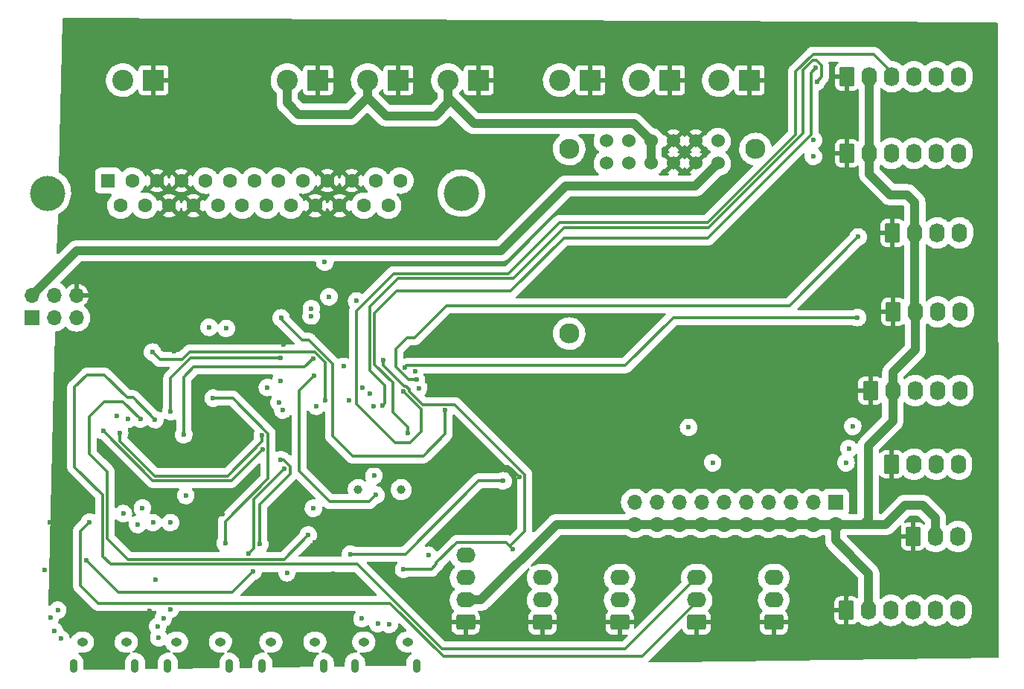
<source format=gbr>
%TF.GenerationSoftware,KiCad,Pcbnew,(6.0.0-0)*%
%TF.CreationDate,2022-12-05T15:15:10-05:00*%
%TF.ProjectId,Body_LED_Controller_V2,426f6479-5f4c-4454-945f-436f6e74726f,1.0*%
%TF.SameCoordinates,Original*%
%TF.FileFunction,Copper,L2,Inr*%
%TF.FilePolarity,Positive*%
%FSLAX46Y46*%
G04 Gerber Fmt 4.6, Leading zero omitted, Abs format (unit mm)*
G04 Created by KiCad (PCBNEW (6.0.0-0)) date 2022-12-05 15:15:10*
%MOMM*%
%LPD*%
G01*
G04 APERTURE LIST*
G04 Aperture macros list*
%AMRoundRect*
0 Rectangle with rounded corners*
0 $1 Rounding radius*
0 $2 $3 $4 $5 $6 $7 $8 $9 X,Y pos of 4 corners*
0 Add a 4 corners polygon primitive as box body*
4,1,4,$2,$3,$4,$5,$6,$7,$8,$9,$2,$3,0*
0 Add four circle primitives for the rounded corners*
1,1,$1+$1,$2,$3*
1,1,$1+$1,$4,$5*
1,1,$1+$1,$6,$7*
1,1,$1+$1,$8,$9*
0 Add four rect primitives between the rounded corners*
20,1,$1+$1,$2,$3,$4,$5,0*
20,1,$1+$1,$4,$5,$6,$7,0*
20,1,$1+$1,$6,$7,$8,$9,0*
20,1,$1+$1,$8,$9,$2,$3,0*%
G04 Aperture macros list end*
%TA.AperFunction,ComponentPad*%
%ADD10R,1.600000X1.600000*%
%TD*%
%TA.AperFunction,ComponentPad*%
%ADD11C,1.600000*%
%TD*%
%TA.AperFunction,ComponentPad*%
%ADD12C,4.000000*%
%TD*%
%TA.AperFunction,ComponentPad*%
%ADD13RoundRect,0.250000X-0.620000X-0.845000X0.620000X-0.845000X0.620000X0.845000X-0.620000X0.845000X0*%
%TD*%
%TA.AperFunction,ComponentPad*%
%ADD14O,1.740000X2.190000*%
%TD*%
%TA.AperFunction,ComponentPad*%
%ADD15R,2.400000X2.400000*%
%TD*%
%TA.AperFunction,ComponentPad*%
%ADD16C,2.400000*%
%TD*%
%TA.AperFunction,ComponentPad*%
%ADD17O,0.890000X1.550000*%
%TD*%
%TA.AperFunction,ComponentPad*%
%ADD18O,1.250000X0.950000*%
%TD*%
%TA.AperFunction,ComponentPad*%
%ADD19RoundRect,0.250000X0.845000X-0.620000X0.845000X0.620000X-0.845000X0.620000X-0.845000X-0.620000X0*%
%TD*%
%TA.AperFunction,ComponentPad*%
%ADD20O,2.190000X1.740000*%
%TD*%
%TA.AperFunction,ComponentPad*%
%ADD21C,1.007000*%
%TD*%
%TA.AperFunction,ComponentPad*%
%ADD22R,1.700000X1.700000*%
%TD*%
%TA.AperFunction,ComponentPad*%
%ADD23O,1.700000X1.700000*%
%TD*%
%TA.AperFunction,ComponentPad*%
%ADD24C,1.524000*%
%TD*%
%TA.AperFunction,ComponentPad*%
%ADD25C,2.300000*%
%TD*%
%TA.AperFunction,ViaPad*%
%ADD26C,0.600000*%
%TD*%
%TA.AperFunction,Conductor*%
%ADD27C,1.000000*%
%TD*%
%TA.AperFunction,Conductor*%
%ADD28C,0.300000*%
%TD*%
G04 APERTURE END LIST*
D10*
%TO.N,SW_BATT_IN_POS*%
%TO.C,J22*%
X89140000Y-63335338D03*
D11*
X91910000Y-63335338D03*
%TO.N,GND*%
X94680000Y-63335338D03*
X97450000Y-63335338D03*
%TO.N,VBUS_DC*%
X100220000Y-63335338D03*
%TO.N,D-_DC*%
X102990000Y-63335338D03*
%TO.N,unconnected-(J22-Pad7)*%
X105760000Y-63335338D03*
%TO.N,GND_DP*%
X108530000Y-63335338D03*
%TO.N,D+_DP*%
X111300000Y-63335338D03*
%TO.N,GND*%
X114070000Y-63335338D03*
X116840000Y-63335338D03*
%TO.N,SW_BATT_IN_POS*%
X119610000Y-63335338D03*
X122380000Y-63335338D03*
X90525000Y-66175338D03*
X93295000Y-66175338D03*
%TO.N,GND*%
X96065000Y-66175338D03*
X98835000Y-66175338D03*
%TO.N,GND_DC*%
X101605000Y-66175338D03*
%TO.N,D+_DC*%
X104375000Y-66175338D03*
%TO.N,VBUS_DP*%
X107145000Y-66175338D03*
%TO.N,D-_DP*%
X109915000Y-66175338D03*
%TO.N,GND*%
X112685000Y-66175338D03*
X115455000Y-66175338D03*
%TO.N,SW_BATT_IN_POS*%
X118225000Y-66175338D03*
X120995000Y-66175338D03*
D12*
%TO.N,unconnected-(J22-Pad0)*%
X82210000Y-64755338D03*
X129310000Y-64755338D03*
%TD*%
D13*
%TO.N,GND*%
%TO.C,J9*%
X178440000Y-78275000D03*
D14*
%TO.N,+5V*%
X180980000Y-78275000D03*
%TO.N,MAINT_CLOCK*%
X183520000Y-78275000D03*
%TO.N,Net-(J9-Pad4)*%
X186060000Y-78275000D03*
%TD*%
D13*
%TO.N,GND*%
%TO.C,J5*%
X173210000Y-51503750D03*
D14*
%TO.N,+5V*%
X175750000Y-51503750D03*
%TO.N,CS1_CLOCK*%
X178290000Y-51503750D03*
%TO.N,Net-(J5-Pad4)*%
X180830000Y-51503750D03*
%TO.N,CS2_CLOCK*%
X183370000Y-51503750D03*
%TO.N,Net-(J5-Pad6)*%
X185910000Y-51503750D03*
%TD*%
D15*
%TO.N,GND*%
%TO.C,J17*%
X143990000Y-51900000D03*
D16*
%TO.N,+5V*%
X140490000Y-51900000D03*
%TD*%
D17*
%TO.N,unconnected-(J11-Pad6)*%
%TO.C,J11*%
X106655000Y-118530000D03*
D18*
X112655000Y-115830000D03*
X107655000Y-115830000D03*
D17*
X113655000Y-118530000D03*
%TD*%
D13*
%TO.N,GND*%
%TO.C,J7*%
X175850000Y-87208750D03*
D14*
%TO.N,+5V*%
X178390000Y-87208750D03*
%TO.N,DP_LOAD*%
X180930000Y-87208750D03*
%TO.N,DP_CLOCK*%
X183470000Y-87208750D03*
%TO.N,DP_DATA_IN*%
X186010000Y-87208750D03*
%TD*%
D13*
%TO.N,GND*%
%TO.C,J1*%
X180710000Y-103816250D03*
D14*
%TO.N,+5V*%
X183250000Y-103816250D03*
%TO.N,EXT_MIC*%
X185790000Y-103816250D03*
%TD*%
D17*
%TO.N,unconnected-(J15-Pad6)*%
%TO.C,J15*%
X95910000Y-118540000D03*
X102910000Y-118540000D03*
D18*
X96910000Y-115840000D03*
X101910000Y-115840000D03*
%TD*%
D15*
%TO.N,GND*%
%TO.C,J21*%
X94280000Y-51900000D03*
D16*
%TO.N,SW_BATT_IN_POS*%
X90780000Y-51900000D03*
%TD*%
D19*
%TO.N,GND*%
%TO.C,J24*%
X164850000Y-113600000D03*
D20*
%TO.N,RX_FU*%
X164850000Y-111060000D03*
%TO.N,TX_FU*%
X164850000Y-108520000D03*
%TD*%
D21*
%TO.N,XTAL2*%
%TO.C,Y1*%
X117580000Y-98500000D03*
%TO.N,XTAL1*%
X122460000Y-98500000D03*
%TD*%
D19*
%TO.N,GND*%
%TO.C,J13*%
X129790000Y-113600000D03*
D20*
%TO.N,+5V*%
X129790000Y-111060000D03*
%TO.N,RX_MP*%
X129790000Y-108520000D03*
%TO.N,TX_MP*%
X129790000Y-105980000D03*
%TD*%
D13*
%TO.N,GND*%
%TO.C,J27*%
X173200000Y-60227500D03*
D14*
%TO.N,+5V*%
X175740000Y-60227500D03*
%TO.N,VU1_CLOCK*%
X178280000Y-60227500D03*
%TO.N,Net-(J27-Pad4)*%
X180820000Y-60227500D03*
%TO.N,VU2_CLOCK*%
X183360000Y-60227500D03*
%TO.N,Net-(J27-Pad6)*%
X185900000Y-60227500D03*
%TD*%
D15*
%TO.N,GND*%
%TO.C,J12*%
X122145000Y-51900000D03*
D16*
%TO.N,+12V*%
X118645000Y-51900000D03*
%TD*%
D13*
%TO.N,GND*%
%TO.C,J4*%
X178370000Y-69281250D03*
D14*
%TO.N,+5V*%
X180910000Y-69281250D03*
%TO.N,LDP_CLOCK*%
X183450000Y-69281250D03*
%TO.N,Net-(J4-Pad4)*%
X185990000Y-69281250D03*
%TD*%
D15*
%TO.N,GND*%
%TO.C,J16*%
X131280000Y-51900000D03*
D16*
%TO.N,+12V*%
X127780000Y-51900000D03*
%TD*%
D22*
%TO.N,VU2_DATA*%
%TO.C,J20*%
X80450000Y-78950000D03*
D23*
%TO.N,+5V*%
X80450000Y-76410000D03*
%TO.N,VU2_CLOCK*%
X82990000Y-78950000D03*
%TO.N,YELLOW_LED*%
X82990000Y-76410000D03*
%TO.N,RESET_BL*%
X85530000Y-78950000D03*
%TO.N,GND*%
X85530000Y-76410000D03*
%TD*%
D17*
%TO.N,unconnected-(J10-Pad6)*%
%TO.C,J10*%
X124212500Y-118520000D03*
X117212500Y-118520000D03*
D18*
X123212500Y-115820000D03*
X118212500Y-115820000D03*
%TD*%
D19*
%TO.N,GND*%
%TO.C,J2*%
X138555000Y-113600000D03*
D20*
%TO.N,RX_BS*%
X138555000Y-111060000D03*
%TO.N,TX_BS*%
X138555000Y-108520000D03*
%TD*%
D24*
%TO.N,+5V*%
%TO.C,U14*%
X158525000Y-58805000D03*
%TO.N,GND*%
X155985000Y-58805000D03*
X153445000Y-58805000D03*
%TO.N,+12V*%
X150905000Y-58805000D03*
%TO.N,unconnected-(U14-Pad5)*%
X148365000Y-58805000D03*
%TO.N,unconnected-(U14-Pad6)*%
X145825000Y-58805000D03*
%TO.N,unconnected-(U14-Pad7)*%
X145825000Y-61345000D03*
%TO.N,unconnected-(U14-Pad8)*%
X148365000Y-61345000D03*
%TO.N,+12V*%
X150905000Y-61345000D03*
%TO.N,GND*%
X153445000Y-61345000D03*
X155985000Y-61345000D03*
%TO.N,+5V*%
X158525000Y-61345000D03*
D25*
%TO.N,N/C*%
X162775000Y-59735000D03*
X141575000Y-59735000D03*
X141575000Y-80735000D03*
%TD*%
D22*
%TO.N,LIMIT1*%
%TO.C,J3*%
X171890000Y-99920000D03*
D23*
%TO.N,+5V*%
X171890000Y-102460000D03*
%TO.N,LIMIT2*%
X169350000Y-99920000D03*
%TO.N,+5V*%
X169350000Y-102460000D03*
%TO.N,LIMIT3*%
X166810000Y-99920000D03*
%TO.N,+5V*%
X166810000Y-102460000D03*
%TO.N,LIMIT4*%
X164270000Y-99920000D03*
%TO.N,+5V*%
X164270000Y-102460000D03*
%TO.N,LIMIT5*%
X161730000Y-99920000D03*
%TO.N,+5V*%
X161730000Y-102460000D03*
%TO.N,LIMIT6*%
X159190000Y-99920000D03*
%TO.N,+5V*%
X159190000Y-102460000D03*
%TO.N,LIMIT7*%
X156650000Y-99920000D03*
%TO.N,+5V*%
X156650000Y-102460000D03*
%TO.N,LIMIT8*%
X154110000Y-99920000D03*
%TO.N,+5V*%
X154110000Y-102460000D03*
%TO.N,LIMIT9*%
X151570000Y-99920000D03*
%TO.N,+5V*%
X151570000Y-102460000D03*
%TO.N,LIMIT10*%
X149030000Y-99920000D03*
%TO.N,+5V*%
X149030000Y-102460000D03*
%TD*%
D19*
%TO.N,GND*%
%TO.C,J25*%
X147320000Y-113600000D03*
D20*
%TO.N,RX_ST*%
X147320000Y-111060000D03*
%TO.N,TX_ST*%
X147320000Y-108520000D03*
%TD*%
D19*
%TO.N,GND*%
%TO.C,J26*%
X156085000Y-113600000D03*
D20*
%TO.N,RX_RD*%
X156085000Y-111060000D03*
%TO.N,TX_RD*%
X156085000Y-108520000D03*
%TD*%
D15*
%TO.N,GND*%
%TO.C,J19*%
X162100000Y-51900000D03*
D16*
%TO.N,+5V*%
X158600000Y-51900000D03*
%TD*%
D13*
%TO.N,GND*%
%TO.C,J8*%
X173130000Y-112240000D03*
D14*
%TO.N,+5V*%
X175670000Y-112240000D03*
%TO.N,VU_STROBE*%
X178210000Y-112240000D03*
%TO.N,VU_RESET*%
X180750000Y-112240000D03*
%TO.N,SPECTRUM_LEFT*%
X183290000Y-112240000D03*
%TO.N,SPECTRUM_RIGHT*%
X185830000Y-112240000D03*
%TD*%
D15*
%TO.N,GND*%
%TO.C,J23*%
X113010000Y-51900000D03*
D16*
%TO.N,+12V*%
X109510000Y-51900000D03*
%TD*%
D15*
%TO.N,GND*%
%TO.C,J18*%
X153045000Y-51900000D03*
D16*
%TO.N,+5V*%
X149545000Y-51900000D03*
%TD*%
D13*
%TO.N,GND*%
%TO.C,J6*%
X178250000Y-95602500D03*
D14*
%TO.N,Net-(J6-Pad2)*%
X180790000Y-95602500D03*
%TO.N,Net-(J6-Pad3)*%
X183330000Y-95602500D03*
%TO.N,Net-(J6-Pad4)*%
X185870000Y-95602500D03*
%TD*%
D18*
%TO.N,unconnected-(J14-Pad6)*%
%TO.C,J14*%
X86190000Y-115840000D03*
D17*
X92190000Y-118540000D03*
D18*
X91190000Y-115840000D03*
D17*
X85190000Y-118540000D03*
%TD*%
D26*
%TO.N,GND*%
X96760000Y-79640000D03*
X112635000Y-112905000D03*
X112600000Y-104500000D03*
X82500000Y-102230000D03*
X160380000Y-97150000D03*
X157760000Y-96930000D03*
X135880000Y-97050000D03*
X121680000Y-108470000D03*
X113290000Y-95860000D03*
X96670000Y-82770000D03*
X102125000Y-101305000D03*
X123360000Y-82770000D03*
X111240000Y-74730000D03*
X103080000Y-93480000D03*
X165495214Y-97240000D03*
X120600000Y-73190000D03*
X114750000Y-108080000D03*
X147850000Y-96070000D03*
X173230000Y-96850000D03*
X81900000Y-107620000D03*
X109120000Y-82010000D03*
X152670000Y-96750000D03*
X94450000Y-75580000D03*
X168150000Y-97470000D03*
X93810000Y-112270000D03*
X170670000Y-96980000D03*
X155130000Y-96850000D03*
X162920000Y-97210000D03*
%TO.N,+5V*%
X109474000Y-107950000D03*
X94510000Y-108730000D03*
%TO.N,MAINT_CLOCK*%
X124040000Y-85040000D03*
%TO.N,LDP_CLOCK*%
X124459088Y-86942876D03*
%TO.N,VU1_CLOCK*%
X118050000Y-86880000D03*
%TO.N,VU2_CLOCK*%
X108760000Y-86120000D03*
%TO.N,CS2_CLOCK*%
X119330000Y-88970000D03*
%TO.N,CS1_CLOCK*%
X122720000Y-87340000D03*
%TO.N,DP_DATA_IN*%
X127450000Y-89460000D03*
X108800000Y-78960000D03*
%TO.N,DP_CLOCK*%
X112250000Y-77900000D03*
%TO.N,DP_LOAD*%
X112230000Y-78730000D03*
%TO.N,SPECTRUM_RIGHT*%
X113780000Y-72610000D03*
%TO.N,SPECTRUM_LEFT*%
X114250000Y-76550000D03*
%TO.N,VU_RESET*%
X112810000Y-89000000D03*
%TO.N,VU_STROBE*%
X109000000Y-89440000D03*
%TO.N,LDP_DATA*%
X124200000Y-85990000D03*
X174470000Y-69740000D03*
%TO.N,CS1_DATA*%
X123210000Y-92090000D03*
X169630000Y-50510000D03*
%TO.N,CS2_DATA*%
X120310000Y-88950000D03*
X169750000Y-52060000D03*
%TO.N,MAINT_DATA*%
X122860000Y-84590000D03*
X174380000Y-78910000D03*
%TO.N,VU1_DATA*%
X169370000Y-60570000D03*
X118910000Y-87550000D03*
%TO.N,VU2_DATA*%
X169395000Y-58725000D03*
X108560000Y-88590000D03*
%TO.N,+5V_BL*%
X135170000Y-105260000D03*
X120430000Y-83770000D03*
X122750000Y-107560000D03*
%TO.N,RESET_BL*%
X119370000Y-96910000D03*
X113810000Y-88330000D03*
X116690000Y-105820000D03*
X134060000Y-97490000D03*
X94185000Y-82845000D03*
%TO.N,RESET_BC*%
X105632500Y-107777500D03*
X86620000Y-106530000D03*
%TO.N,VBUS_DC*%
X83750000Y-115460000D03*
%TO.N,D-_DC*%
X83000000Y-114580000D03*
%TO.N,D+_DC*%
X82570000Y-113020000D03*
%TO.N,GND_DC*%
X83390000Y-112210000D03*
%TO.N,Net-(F1-Pad1)*%
X125570000Y-105960000D03*
X118010000Y-113170000D03*
%TO.N,D-_BL*%
X102580000Y-80150000D03*
X119810000Y-113740000D03*
%TO.N,D+_BL*%
X121100000Y-113820000D03*
X100600000Y-80020000D03*
%TO.N,EXT_MIC*%
X117400000Y-77020000D03*
%TO.N,VBUS_DP*%
X94890000Y-115340000D03*
%TO.N,LIMIT6*%
X155170000Y-91400000D03*
X157900000Y-95440000D03*
%TO.N,D-_DP*%
X94750000Y-114070000D03*
%TO.N,D+_DP*%
X95410000Y-113110000D03*
%TO.N,RX_MP*%
X93030000Y-100570000D03*
%TO.N,RX_ST*%
X90850000Y-101220000D03*
%TO.N,TX_MP*%
X91380000Y-90490000D03*
%TO.N,TX_ST*%
X90110000Y-90080000D03*
%TO.N,GND_DP*%
X96210000Y-112090000D03*
%TO.N,YELLOW_LED*%
X107250000Y-86870000D03*
X173410000Y-93820000D03*
%TO.N,GREEN_LED*%
X173840000Y-91290000D03*
X115930000Y-84470000D03*
%TO.N,RED_LED*%
X173070000Y-95440000D03*
X116500000Y-88340000D03*
%TO.N,RX_BL*%
X112430000Y-83580000D03*
X97730000Y-92260000D03*
%TO.N,TX_BL*%
X108750000Y-83520000D03*
X96250000Y-89620000D03*
%TO.N,TX_BS*%
X96220000Y-102250000D03*
%TO.N,GPIO0_BC*%
X102440000Y-104600000D03*
X101080000Y-88080000D03*
%TO.N,RX_BS*%
X97950000Y-99160000D03*
%TO.N,TXD0_BC*%
X106685000Y-93895000D03*
X88560000Y-91790000D03*
%TO.N,RXD0_BC*%
X90430000Y-92070000D03*
X106660000Y-92350000D03*
%TO.N,DTR_BC*%
X109190000Y-96110000D03*
X105120000Y-105770000D03*
%TO.N,RTS_BC*%
X106370000Y-104710000D03*
X108750000Y-95100000D03*
%TO.N,ST_LED_D_BL*%
X112580000Y-85520000D03*
X119600000Y-99100000D03*
%TO.N,ST_LED_D_BC*%
X111890000Y-103660000D03*
X92800000Y-90480000D03*
%TO.N,RX_FU*%
X92470000Y-102460000D03*
%TO.N,TX_FU*%
X94250000Y-102250000D03*
X112480000Y-100610000D03*
%TO.N,RX_RD*%
X87010000Y-102180000D03*
%TO.N,TX_RD*%
X94460000Y-90520000D03*
%TD*%
D27*
%TO.N,+12V*%
X118645000Y-51900000D02*
X118645000Y-53865000D01*
X110800000Y-55790000D02*
X116690000Y-55790000D01*
X130720000Y-56830000D02*
X148930000Y-56830000D01*
X118645000Y-53865000D02*
X120730000Y-55950000D01*
X126330000Y-55950000D02*
X127780000Y-54500000D01*
X120730000Y-55950000D02*
X126330000Y-55950000D01*
X116690000Y-55790000D02*
X118645000Y-53835000D01*
X148930000Y-56830000D02*
X150905000Y-58805000D01*
X127780000Y-53890000D02*
X130720000Y-56830000D01*
X109510000Y-51900000D02*
X109510000Y-54500000D01*
X127780000Y-54500000D02*
X127780000Y-51900000D01*
X150905000Y-58805000D02*
X150905000Y-61345000D01*
X118645000Y-53835000D02*
X118645000Y-51900000D01*
X109510000Y-54500000D02*
X110800000Y-55790000D01*
X127780000Y-51900000D02*
X127780000Y-53890000D01*
D28*
%TO.N,GND*%
X113290000Y-95860000D02*
X134690000Y-95860000D01*
X134690000Y-95860000D02*
X135880000Y-97050000D01*
D27*
%TO.N,+5V*%
X175750000Y-60217500D02*
X175740000Y-60227500D01*
X164270000Y-102460000D02*
X161730000Y-102460000D01*
X166810000Y-102460000D02*
X164270000Y-102460000D01*
X178390000Y-85140000D02*
X178390000Y-87208750D01*
X154110000Y-102460000D02*
X151570000Y-102460000D01*
X180980000Y-82550000D02*
X178390000Y-85140000D01*
X149030000Y-102460000D02*
X140140000Y-102460000D01*
X177590000Y-102460000D02*
X179770000Y-100280000D01*
X131540000Y-111060000D02*
X129790000Y-111060000D01*
X180980000Y-78275000D02*
X180980000Y-82550000D01*
X151570000Y-102460000D02*
X149030000Y-102460000D01*
X175670000Y-108060000D02*
X175670000Y-112240000D01*
X133800000Y-71330000D02*
X141200000Y-63930000D01*
X80450000Y-76410000D02*
X85530000Y-71330000D01*
X178390000Y-87208750D02*
X178390000Y-90690000D01*
X159190000Y-102460000D02*
X156650000Y-102460000D01*
X180910000Y-65770000D02*
X180910000Y-69281250D01*
X178390000Y-90690000D02*
X175600000Y-93480000D01*
X175600000Y-93480000D02*
X175600000Y-101870000D01*
X175740000Y-62570000D02*
X178100000Y-64930000D01*
X180070000Y-64930000D02*
X180910000Y-65770000D01*
X171890000Y-104280000D02*
X175670000Y-108060000D01*
X171890000Y-102460000D02*
X171890000Y-104280000D01*
X156650000Y-102460000D02*
X154110000Y-102460000D01*
X175750000Y-51503750D02*
X175750000Y-60217500D01*
X175600000Y-101870000D02*
X175010000Y-102460000D01*
X181808750Y-100280000D02*
X183250000Y-101721250D01*
X85530000Y-71330000D02*
X133800000Y-71330000D01*
X169350000Y-102460000D02*
X166810000Y-102460000D01*
X178100000Y-64930000D02*
X180070000Y-64930000D01*
X155940000Y-63930000D02*
X158525000Y-61345000D01*
X161730000Y-102460000D02*
X159190000Y-102460000D01*
X183250000Y-101721250D02*
X183250000Y-103816250D01*
X175010000Y-102460000D02*
X171890000Y-102460000D01*
X140140000Y-102460000D02*
X131540000Y-111060000D01*
X171890000Y-102460000D02*
X177590000Y-102460000D01*
X179770000Y-100280000D02*
X181808750Y-100280000D01*
X180910000Y-78205000D02*
X180980000Y-78275000D01*
X141200000Y-63930000D02*
X155940000Y-63930000D01*
X175740000Y-60227500D02*
X175740000Y-62570000D01*
X171890000Y-102460000D02*
X169350000Y-102460000D01*
X180910000Y-69281250D02*
X180910000Y-78205000D01*
D28*
%TO.N,CS1_CLOCK*%
X176210000Y-48930000D02*
X178290000Y-51010000D01*
X157353572Y-68080000D02*
X167320000Y-58113572D01*
X169323572Y-48930000D02*
X176210000Y-48930000D01*
X124710000Y-91910000D02*
X123480000Y-93140000D01*
X124710000Y-89330000D02*
X124710000Y-91910000D01*
X121629520Y-73910480D02*
X134689520Y-73910480D01*
X134689520Y-73910480D02*
X140520000Y-68080000D01*
X167320000Y-50933572D02*
X169323572Y-48930000D01*
X117400489Y-88740489D02*
X117400489Y-78139511D01*
X123480000Y-93140000D02*
X121800000Y-93140000D01*
X122720000Y-87340000D02*
X124710000Y-89330000D01*
X117400489Y-78139511D02*
X121629520Y-73910480D01*
X178290000Y-51010000D02*
X178290000Y-51503750D01*
X140520000Y-68080000D02*
X157353572Y-68080000D01*
X167320000Y-58113572D02*
X167320000Y-50933572D01*
X121800000Y-93140000D02*
X117400489Y-88740489D01*
%TO.N,DP_DATA_IN*%
X127450000Y-92170000D02*
X124970000Y-94650000D01*
X108800000Y-79080000D02*
X108800000Y-78960000D01*
X127450000Y-89460000D02*
X127450000Y-92170000D01*
X111220000Y-81500000D02*
X108800000Y-79080000D01*
X114650000Y-92370000D02*
X114650000Y-84175024D01*
X124970000Y-94650000D02*
X116930000Y-94650000D01*
X111974976Y-81500000D02*
X111220000Y-81500000D01*
X114650000Y-84175024D02*
X111974976Y-81500000D01*
X116930000Y-94650000D02*
X114650000Y-92370000D01*
%TO.N,LDP_DATA*%
X121840000Y-82500000D02*
X121840000Y-84488548D01*
X166650000Y-77560000D02*
X127651452Y-77560000D01*
X123150000Y-81190000D02*
X121840000Y-82500000D01*
X127651452Y-77560000D02*
X124021452Y-81190000D01*
X121840000Y-84488548D02*
X123341452Y-85990000D01*
X174470000Y-69740000D02*
X166650000Y-77560000D01*
X123341452Y-85990000D02*
X124200000Y-85990000D01*
X124021452Y-81190000D02*
X123150000Y-81190000D01*
%TO.N,CS1_DATA*%
X141010000Y-69840000D02*
X134940000Y-75910000D01*
X168745489Y-58455963D02*
X168745489Y-58474511D01*
X157380000Y-69840000D02*
X141010000Y-69840000D01*
X134940000Y-75910000D02*
X121940000Y-75910000D01*
X119390000Y-84230000D02*
X121500000Y-86340000D01*
X119390000Y-78460000D02*
X119390000Y-84230000D01*
X169100489Y-58100963D02*
X168745489Y-58455963D01*
X121940000Y-75910000D02*
X119390000Y-78460000D01*
X121500000Y-89690000D02*
X123210000Y-91400000D01*
X121500000Y-86340000D02*
X121500000Y-89690000D01*
X168745489Y-58474511D02*
X157380000Y-69840000D01*
X169100489Y-51039511D02*
X169100489Y-58100963D01*
X123210000Y-91400000D02*
X123210000Y-92090000D01*
X169630000Y-50510000D02*
X169100489Y-51039511D01*
%TO.N,CS2_DATA*%
X170279511Y-50240963D02*
X169678548Y-49640000D01*
X170279511Y-51530489D02*
X170279511Y-50240963D01*
X120570000Y-88690000D02*
X120310000Y-88950000D01*
X168200000Y-57940000D02*
X157430000Y-68710000D01*
X169320000Y-49640000D02*
X168200000Y-50760000D01*
X169678548Y-49640000D02*
X169320000Y-49640000D01*
X168200000Y-50760000D02*
X168200000Y-57940000D01*
X118880489Y-84970489D02*
X120570000Y-86660000D01*
X135260000Y-74410000D02*
X122140000Y-74410000D01*
X120570000Y-86660000D02*
X120570000Y-88690000D01*
X140960000Y-68710000D02*
X135260000Y-74410000D01*
X157430000Y-68710000D02*
X140960000Y-68710000D01*
X118880489Y-77669511D02*
X118880489Y-84970489D01*
X169750000Y-52060000D02*
X170279511Y-51530489D01*
X122140000Y-74410000D02*
X118880489Y-77669511D01*
%TO.N,MAINT_DATA*%
X123059511Y-84390489D02*
X122860000Y-84590000D01*
X153460000Y-78910000D02*
X147979511Y-84390489D01*
X147979511Y-84390489D02*
X123059511Y-84390489D01*
X174380000Y-78910000D02*
X153460000Y-78910000D01*
%TO.N,+5V_BL*%
X122776917Y-86690489D02*
X120430000Y-84343572D01*
X134855000Y-104945000D02*
X136529511Y-103270489D01*
X123369511Y-87283083D02*
X123369511Y-87070963D01*
X120430000Y-84343572D02*
X120430000Y-83770000D01*
X128820000Y-104490000D02*
X126480000Y-106830000D01*
X134855000Y-104945000D02*
X134400000Y-104490000D01*
X123369511Y-87070963D02*
X122989037Y-86690489D01*
X134400000Y-104490000D02*
X128820000Y-104490000D01*
X125890000Y-107560000D02*
X122750000Y-107560000D01*
X128559037Y-88810489D02*
X124896917Y-88810489D01*
X124896917Y-88810489D02*
X123369511Y-87283083D01*
X126480000Y-106970000D02*
X125890000Y-107560000D01*
X126480000Y-106830000D02*
X126480000Y-106970000D01*
X122989037Y-86690489D02*
X122776917Y-86690489D01*
X136529511Y-103270489D02*
X136529511Y-96780963D01*
X136529511Y-96780963D02*
X128559037Y-88810489D01*
X135170000Y-105260000D02*
X134855000Y-104945000D01*
%TO.N,RESET_BL*%
X122940000Y-105820000D02*
X116690000Y-105820000D01*
X134060000Y-97490000D02*
X131270000Y-97490000D01*
X112598548Y-82830000D02*
X98408548Y-82830000D01*
X113810000Y-88330000D02*
X113810000Y-84041452D01*
X94994631Y-83654631D02*
X94185000Y-82845000D01*
X98408548Y-82830000D02*
X97583917Y-83654631D01*
X97583917Y-83654631D02*
X94994631Y-83654631D01*
X113810000Y-84041452D02*
X112598548Y-82830000D01*
X131270000Y-97490000D02*
X122940000Y-105820000D01*
%TO.N,RESET_BC*%
X86620000Y-106530000D02*
X90290000Y-110200000D01*
X90290000Y-110200000D02*
X103210000Y-110200000D01*
X103210000Y-110200000D02*
X105632500Y-107777500D01*
%TO.N,RX_BL*%
X97730000Y-85690000D02*
X97730000Y-92260000D01*
X98880000Y-84540000D02*
X97730000Y-85690000D01*
X111470000Y-84540000D02*
X98880000Y-84540000D01*
X112430000Y-83580000D02*
X111470000Y-84540000D01*
%TO.N,TX_BL*%
X96250000Y-89620000D02*
X96250000Y-85800000D01*
X96250000Y-85800000D02*
X98530000Y-83520000D01*
X98530000Y-83520000D02*
X108750000Y-83520000D01*
%TO.N,GPIO0_BC*%
X107334511Y-92105963D02*
X107334511Y-97225489D01*
X107334511Y-97225489D02*
X102440000Y-102120000D01*
X102440000Y-102120000D02*
X102440000Y-104600000D01*
X101080000Y-88080000D02*
X103308548Y-88080000D01*
X103308548Y-88080000D02*
X107334511Y-92105963D01*
%TO.N,TXD0_BC*%
X94210000Y-97440000D02*
X88560000Y-91790000D01*
X103140000Y-97440000D02*
X94210000Y-97440000D01*
X106685000Y-93895000D02*
X103140000Y-97440000D01*
%TO.N,RXD0_BC*%
X102734666Y-96926786D02*
X106660000Y-93001452D01*
X106660000Y-93001452D02*
X106660000Y-92350000D01*
X90430000Y-92070000D02*
X90430000Y-92953572D01*
X90430000Y-92953572D02*
X94403214Y-96926786D01*
X94403214Y-96926786D02*
X102734666Y-96926786D01*
%TO.N,DTR_BC*%
X105720489Y-99579511D02*
X105720489Y-105169511D01*
X105720489Y-105169511D02*
X105120000Y-105770000D01*
X109190000Y-96110000D02*
X105720489Y-99579511D01*
%TO.N,RTS_BC*%
X108750000Y-95100000D02*
X109098548Y-95100000D01*
X106370000Y-100170000D02*
X106370000Y-104710000D01*
X109839511Y-96700489D02*
X106370000Y-100170000D01*
X109098548Y-95100000D02*
X109839511Y-95840963D01*
X109839511Y-95840963D02*
X109839511Y-96700489D01*
%TO.N,ST_LED_D_BL*%
X119600000Y-99100000D02*
X118860000Y-99840000D01*
X110870000Y-87230000D02*
X112580000Y-85520000D01*
X110870000Y-96400000D02*
X110870000Y-87230000D01*
X114310000Y-99840000D02*
X110870000Y-96400000D01*
X118860000Y-99840000D02*
X114310000Y-99840000D01*
%TO.N,ST_LED_D_BC*%
X90830000Y-88510000D02*
X92800000Y-90480000D01*
X87000000Y-90160000D02*
X88650000Y-88510000D01*
X88650000Y-88510000D02*
X90830000Y-88510000D01*
X91379511Y-106419511D02*
X89039520Y-104079520D01*
X111890000Y-103660000D02*
X109130489Y-106419511D01*
X89039520Y-104079520D02*
X89039520Y-96489520D01*
X87000000Y-94450000D02*
X87000000Y-90160000D01*
X89039520Y-96489520D02*
X87000000Y-94450000D01*
X109130489Y-106419511D02*
X91379511Y-106419511D01*
%TO.N,RX_RD*%
X87010000Y-102180000D02*
X85970489Y-103219511D01*
X121230489Y-111440489D02*
X127270000Y-117480000D01*
X85970489Y-103219511D02*
X85970489Y-109410489D01*
X127270000Y-117480000D02*
X149892151Y-117480000D01*
X85970489Y-109410489D02*
X88000489Y-111440489D01*
X156085000Y-111287151D02*
X156085000Y-111060000D01*
X149892151Y-117480000D02*
X156085000Y-111287151D01*
X88000489Y-111440489D02*
X121230489Y-111440489D01*
%TO.N,TX_RD*%
X85330000Y-86840000D02*
X86710000Y-85460000D01*
X89410000Y-107000000D02*
X88540000Y-106130000D01*
X88540000Y-99120000D02*
X85330000Y-95910000D01*
X117496428Y-107000000D02*
X89410000Y-107000000D01*
X91970000Y-88030000D02*
X94460000Y-90520000D01*
X88540000Y-106130000D02*
X88540000Y-99120000D01*
X147965000Y-116640000D02*
X127136428Y-116640000D01*
X127136428Y-116640000D02*
X117496428Y-107000000D01*
X88698548Y-85460000D02*
X91268548Y-88030000D01*
X156085000Y-108520000D02*
X147965000Y-116640000D01*
X91268548Y-88030000D02*
X91970000Y-88030000D01*
X86710000Y-85460000D02*
X88698548Y-85460000D01*
X85330000Y-95910000D02*
X85330000Y-86840000D01*
%TD*%
%TA.AperFunction,Conductor*%
%TO.N,GND*%
G36*
X118698311Y-44996338D02*
G01*
X190234795Y-45359365D01*
X190302814Y-45379712D01*
X190349034Y-45433603D01*
X190360156Y-45485206D01*
X190449717Y-117402642D01*
X190449845Y-117505520D01*
X190429928Y-117573666D01*
X190376330Y-117620225D01*
X190325532Y-117631666D01*
X153621671Y-118123039D01*
X150718906Y-118161900D01*
X150650523Y-118142811D01*
X150603316Y-118089783D01*
X150592273Y-118019650D01*
X150620899Y-117954681D01*
X150628124Y-117946816D01*
X154278211Y-114296729D01*
X154340522Y-114262703D01*
X154411337Y-114267768D01*
X154468173Y-114310315D01*
X154488752Y-114362913D01*
X154490802Y-114362470D01*
X154495149Y-114382600D01*
X154546588Y-114536784D01*
X154552761Y-114549962D01*
X154638063Y-114687807D01*
X154647099Y-114699208D01*
X154761829Y-114813739D01*
X154773240Y-114822751D01*
X154911243Y-114907816D01*
X154924424Y-114913963D01*
X155078710Y-114965138D01*
X155092086Y-114968005D01*
X155186438Y-114977672D01*
X155192854Y-114978000D01*
X155812885Y-114978000D01*
X155828124Y-114973525D01*
X155829329Y-114972135D01*
X155831000Y-114964452D01*
X155831000Y-114959884D01*
X156339000Y-114959884D01*
X156343475Y-114975123D01*
X156344865Y-114976328D01*
X156352548Y-114977999D01*
X156977095Y-114977999D01*
X156983614Y-114977662D01*
X157079206Y-114967743D01*
X157092600Y-114964851D01*
X157246784Y-114913412D01*
X157259962Y-114907239D01*
X157397807Y-114821937D01*
X157409208Y-114812901D01*
X157523739Y-114698171D01*
X157532751Y-114686760D01*
X157617816Y-114548757D01*
X157623963Y-114535576D01*
X157675138Y-114381290D01*
X157678005Y-114367914D01*
X157687672Y-114273562D01*
X157688000Y-114267146D01*
X157688000Y-114267095D01*
X163247001Y-114267095D01*
X163247338Y-114273614D01*
X163257257Y-114369206D01*
X163260149Y-114382600D01*
X163311588Y-114536784D01*
X163317761Y-114549962D01*
X163403063Y-114687807D01*
X163412099Y-114699208D01*
X163526829Y-114813739D01*
X163538240Y-114822751D01*
X163676243Y-114907816D01*
X163689424Y-114913963D01*
X163843710Y-114965138D01*
X163857086Y-114968005D01*
X163951438Y-114977672D01*
X163957854Y-114978000D01*
X164577885Y-114978000D01*
X164593124Y-114973525D01*
X164594329Y-114972135D01*
X164596000Y-114964452D01*
X164596000Y-114959884D01*
X165104000Y-114959884D01*
X165108475Y-114975123D01*
X165109865Y-114976328D01*
X165117548Y-114977999D01*
X165742095Y-114977999D01*
X165748614Y-114977662D01*
X165844206Y-114967743D01*
X165857600Y-114964851D01*
X166011784Y-114913412D01*
X166024962Y-114907239D01*
X166162807Y-114821937D01*
X166174208Y-114812901D01*
X166288739Y-114698171D01*
X166297751Y-114686760D01*
X166382816Y-114548757D01*
X166388963Y-114535576D01*
X166440138Y-114381290D01*
X166443005Y-114367914D01*
X166452672Y-114273562D01*
X166453000Y-114267146D01*
X166453000Y-113872115D01*
X166448525Y-113856876D01*
X166447135Y-113855671D01*
X166439452Y-113854000D01*
X165122115Y-113854000D01*
X165106876Y-113858475D01*
X165105671Y-113859865D01*
X165104000Y-113867548D01*
X165104000Y-114959884D01*
X164596000Y-114959884D01*
X164596000Y-113872115D01*
X164591525Y-113856876D01*
X164590135Y-113855671D01*
X164582452Y-113854000D01*
X163265116Y-113854000D01*
X163249877Y-113858475D01*
X163248672Y-113859865D01*
X163247001Y-113867548D01*
X163247001Y-114267095D01*
X157688000Y-114267095D01*
X157688000Y-113872115D01*
X157683525Y-113856876D01*
X157682135Y-113855671D01*
X157674452Y-113854000D01*
X156357115Y-113854000D01*
X156341876Y-113858475D01*
X156340671Y-113859865D01*
X156339000Y-113867548D01*
X156339000Y-114959884D01*
X155831000Y-114959884D01*
X155831000Y-113472000D01*
X155851002Y-113403879D01*
X155904658Y-113357386D01*
X155957000Y-113346000D01*
X157669884Y-113346000D01*
X157685123Y-113341525D01*
X157686328Y-113340135D01*
X157687999Y-113332452D01*
X157687999Y-112932905D01*
X157687662Y-112926386D01*
X157677743Y-112830794D01*
X157674851Y-112817400D01*
X157623412Y-112663216D01*
X157617239Y-112650038D01*
X157531937Y-112512193D01*
X157522901Y-112500792D01*
X157408174Y-112386264D01*
X157406567Y-112384995D01*
X157405754Y-112383848D01*
X157402991Y-112381090D01*
X157403463Y-112380617D01*
X157365503Y-112327078D01*
X157362270Y-112256156D01*
X157401332Y-112191597D01*
X157439597Y-112157862D01*
X157439603Y-112157856D01*
X157443398Y-112154510D01*
X157498142Y-112087864D01*
X157600598Y-111963132D01*
X157600601Y-111963128D01*
X157603810Y-111959221D01*
X157730935Y-111740798D01*
X157821504Y-111504860D01*
X157823266Y-111496430D01*
X157872150Y-111262430D01*
X157873185Y-111257476D01*
X157874265Y-111233710D01*
X157879656Y-111114988D01*
X163050351Y-111114988D01*
X163079398Y-111366037D01*
X163080777Y-111370911D01*
X163080778Y-111370915D01*
X163146832Y-111604344D01*
X163148210Y-111609213D01*
X163150344Y-111613788D01*
X163150346Y-111613795D01*
X163194907Y-111709355D01*
X163255016Y-111838259D01*
X163257857Y-111842439D01*
X163257859Y-111842443D01*
X163317949Y-111930863D01*
X163397068Y-112047283D01*
X163541416Y-112199926D01*
X163573687Y-112263164D01*
X163566647Y-112333811D01*
X163530769Y-112381721D01*
X163530965Y-112381917D01*
X163529593Y-112383291D01*
X163528130Y-112385245D01*
X163525797Y-112387094D01*
X163411261Y-112501829D01*
X163402249Y-112513240D01*
X163317184Y-112651243D01*
X163311037Y-112664424D01*
X163259862Y-112818710D01*
X163256995Y-112832086D01*
X163247328Y-112926438D01*
X163247000Y-112932855D01*
X163247000Y-113327885D01*
X163251475Y-113343124D01*
X163252865Y-113344329D01*
X163260548Y-113346000D01*
X166434884Y-113346000D01*
X166450123Y-113341525D01*
X166451328Y-113340135D01*
X166452999Y-113332452D01*
X166452999Y-113132095D01*
X171752001Y-113132095D01*
X171752338Y-113138614D01*
X171762257Y-113234206D01*
X171765149Y-113247600D01*
X171816588Y-113401784D01*
X171822761Y-113414962D01*
X171908063Y-113552807D01*
X171917099Y-113564208D01*
X172031829Y-113678739D01*
X172043240Y-113687751D01*
X172181243Y-113772816D01*
X172194424Y-113778963D01*
X172348710Y-113830138D01*
X172362086Y-113833005D01*
X172456438Y-113842672D01*
X172462854Y-113843000D01*
X172857885Y-113843000D01*
X172873124Y-113838525D01*
X172874329Y-113837135D01*
X172876000Y-113829452D01*
X172876000Y-112512115D01*
X172871525Y-112496876D01*
X172870135Y-112495671D01*
X172862452Y-112494000D01*
X171770116Y-112494000D01*
X171754877Y-112498475D01*
X171753672Y-112499865D01*
X171752001Y-112507548D01*
X171752001Y-113132095D01*
X166452999Y-113132095D01*
X166452999Y-112932905D01*
X166452662Y-112926386D01*
X166442743Y-112830794D01*
X166439851Y-112817400D01*
X166388412Y-112663216D01*
X166382239Y-112650038D01*
X166296937Y-112512193D01*
X166287901Y-112500792D01*
X166173174Y-112386264D01*
X166171567Y-112384995D01*
X166170754Y-112383848D01*
X166167991Y-112381090D01*
X166168463Y-112380617D01*
X166130503Y-112327078D01*
X166127270Y-112256156D01*
X166166332Y-112191597D01*
X166204597Y-112157862D01*
X166204603Y-112157856D01*
X166208398Y-112154510D01*
X166263142Y-112087864D01*
X166361694Y-111967885D01*
X171752000Y-111967885D01*
X171756475Y-111983124D01*
X171757865Y-111984329D01*
X171765548Y-111986000D01*
X172857885Y-111986000D01*
X172873124Y-111981525D01*
X172874329Y-111980135D01*
X172876000Y-111972452D01*
X172876000Y-110655116D01*
X172871525Y-110639877D01*
X172870135Y-110638672D01*
X172862452Y-110637001D01*
X172462905Y-110637001D01*
X172456386Y-110637338D01*
X172360794Y-110647257D01*
X172347400Y-110650149D01*
X172193216Y-110701588D01*
X172180038Y-110707761D01*
X172042193Y-110793063D01*
X172030792Y-110802099D01*
X171916261Y-110916829D01*
X171907249Y-110928240D01*
X171822184Y-111066243D01*
X171816037Y-111079424D01*
X171764862Y-111233710D01*
X171761995Y-111247086D01*
X171752328Y-111341438D01*
X171752000Y-111347855D01*
X171752000Y-111967885D01*
X166361694Y-111967885D01*
X166365598Y-111963132D01*
X166365601Y-111963128D01*
X166368810Y-111959221D01*
X166495935Y-111740798D01*
X166586504Y-111504860D01*
X166588266Y-111496430D01*
X166637150Y-111262430D01*
X166638185Y-111257476D01*
X166639265Y-111233710D01*
X166644885Y-111109934D01*
X166649649Y-111005012D01*
X166645302Y-110967437D01*
X166632057Y-110852967D01*
X166620602Y-110753963D01*
X166610609Y-110718646D01*
X166553168Y-110515656D01*
X166553167Y-110515654D01*
X166551790Y-110510787D01*
X166549656Y-110506212D01*
X166549654Y-110506205D01*
X166447120Y-110286322D01*
X166444984Y-110281741D01*
X166302932Y-110072717D01*
X166129288Y-109889094D01*
X166125262Y-109886016D01*
X166121507Y-109882635D01*
X166122563Y-109881463D01*
X166084746Y-109829861D01*
X166080401Y-109758997D01*
X166119916Y-109692518D01*
X166208398Y-109614510D01*
X166292042Y-109512680D01*
X166365598Y-109423132D01*
X166365601Y-109423128D01*
X166368810Y-109419221D01*
X166495935Y-109200798D01*
X166532492Y-109105566D01*
X166584692Y-108969580D01*
X166586504Y-108964860D01*
X166587740Y-108958947D01*
X166637150Y-108722430D01*
X166638185Y-108717476D01*
X166638433Y-108712026D01*
X166646205Y-108540862D01*
X166649649Y-108465012D01*
X166642662Y-108404619D01*
X166624188Y-108244959D01*
X166620602Y-108213963D01*
X166609196Y-108173653D01*
X166553168Y-107975656D01*
X166553167Y-107975654D01*
X166551790Y-107970787D01*
X166549656Y-107966212D01*
X166549654Y-107966205D01*
X166447120Y-107746322D01*
X166444984Y-107741741D01*
X166430580Y-107720545D01*
X166371422Y-107633497D01*
X166302932Y-107532717D01*
X166129288Y-107349094D01*
X165928520Y-107195596D01*
X165705794Y-107076171D01*
X165701013Y-107074525D01*
X165701009Y-107074523D01*
X165471627Y-106995541D01*
X165466838Y-106993892D01*
X165334111Y-106970966D01*
X165221712Y-106951551D01*
X165221706Y-106951550D01*
X165217802Y-106950876D01*
X165213841Y-106950696D01*
X165213840Y-106950696D01*
X165188921Y-106949564D01*
X165188902Y-106949564D01*
X165187502Y-106949500D01*
X164561500Y-106949500D01*
X164558992Y-106949702D01*
X164558987Y-106949702D01*
X164378131Y-106964253D01*
X164378126Y-106964254D01*
X164373090Y-106964659D01*
X164368182Y-106965865D01*
X164368179Y-106965865D01*
X164132574Y-107023735D01*
X164132571Y-107023736D01*
X164127661Y-107024942D01*
X164123002Y-107026920D01*
X164123001Y-107026920D01*
X163899695Y-107121708D01*
X163899690Y-107121711D01*
X163895027Y-107123690D01*
X163681173Y-107258360D01*
X163677382Y-107261702D01*
X163677381Y-107261703D01*
X163569178Y-107357097D01*
X163491602Y-107425490D01*
X163488392Y-107429398D01*
X163334402Y-107616868D01*
X163334399Y-107616872D01*
X163331190Y-107620779D01*
X163204065Y-107839202D01*
X163202252Y-107843925D01*
X163202251Y-107843927D01*
X163166867Y-107936105D01*
X163113496Y-108075140D01*
X163112463Y-108080086D01*
X163112461Y-108080092D01*
X163068362Y-108291184D01*
X163061815Y-108322524D01*
X163061586Y-108327573D01*
X163061585Y-108327579D01*
X163058087Y-108404619D01*
X163050351Y-108574988D01*
X163050932Y-108580008D01*
X163050932Y-108580012D01*
X163061735Y-108673382D01*
X163079398Y-108826037D01*
X163080777Y-108830911D01*
X163080778Y-108830915D01*
X163137097Y-109029940D01*
X163148210Y-109069213D01*
X163150344Y-109073788D01*
X163150346Y-109073795D01*
X163225815Y-109235637D01*
X163255016Y-109298259D01*
X163257857Y-109302439D01*
X163257859Y-109302443D01*
X163306969Y-109374706D01*
X163397068Y-109507283D01*
X163570712Y-109690906D01*
X163574738Y-109693984D01*
X163578493Y-109697365D01*
X163577437Y-109698537D01*
X163615254Y-109750139D01*
X163619599Y-109821003D01*
X163580084Y-109887482D01*
X163491602Y-109965490D01*
X163488392Y-109969398D01*
X163334402Y-110156868D01*
X163334399Y-110156872D01*
X163331190Y-110160779D01*
X163204065Y-110379202D01*
X163202252Y-110383925D01*
X163202251Y-110383927D01*
X163176279Y-110451585D01*
X163113496Y-110615140D01*
X163112463Y-110620086D01*
X163112461Y-110620092D01*
X163076851Y-110790551D01*
X163061815Y-110862524D01*
X163061586Y-110867573D01*
X163061585Y-110867579D01*
X163057356Y-110960712D01*
X163050351Y-111114988D01*
X157879656Y-111114988D01*
X157879885Y-111109934D01*
X157884649Y-111005012D01*
X157880302Y-110967437D01*
X157867057Y-110852967D01*
X157855602Y-110753963D01*
X157845609Y-110718646D01*
X157788168Y-110515656D01*
X157788167Y-110515654D01*
X157786790Y-110510787D01*
X157784656Y-110506212D01*
X157784654Y-110506205D01*
X157682120Y-110286322D01*
X157679984Y-110281741D01*
X157537932Y-110072717D01*
X157364288Y-109889094D01*
X157360262Y-109886016D01*
X157356507Y-109882635D01*
X157357563Y-109881463D01*
X157319746Y-109829861D01*
X157315401Y-109758997D01*
X157354916Y-109692518D01*
X157443398Y-109614510D01*
X157527042Y-109512680D01*
X157600598Y-109423132D01*
X157600601Y-109423128D01*
X157603810Y-109419221D01*
X157730935Y-109200798D01*
X157767492Y-109105566D01*
X157819692Y-108969580D01*
X157821504Y-108964860D01*
X157822740Y-108958947D01*
X157872150Y-108722430D01*
X157873185Y-108717476D01*
X157873433Y-108712026D01*
X157881205Y-108540862D01*
X157884649Y-108465012D01*
X157877662Y-108404619D01*
X157859188Y-108244959D01*
X157855602Y-108213963D01*
X157844196Y-108173653D01*
X157788168Y-107975656D01*
X157788167Y-107975654D01*
X157786790Y-107970787D01*
X157784656Y-107966212D01*
X157784654Y-107966205D01*
X157682120Y-107746322D01*
X157679984Y-107741741D01*
X157665580Y-107720545D01*
X157606422Y-107633497D01*
X157537932Y-107532717D01*
X157364288Y-107349094D01*
X157163520Y-107195596D01*
X156940794Y-107076171D01*
X156936013Y-107074525D01*
X156936009Y-107074523D01*
X156706627Y-106995541D01*
X156701838Y-106993892D01*
X156569111Y-106970966D01*
X156456712Y-106951551D01*
X156456706Y-106951550D01*
X156452802Y-106950876D01*
X156448841Y-106950696D01*
X156448840Y-106950696D01*
X156423921Y-106949564D01*
X156423902Y-106949564D01*
X156422502Y-106949500D01*
X155796500Y-106949500D01*
X155793992Y-106949702D01*
X155793987Y-106949702D01*
X155613131Y-106964253D01*
X155613126Y-106964254D01*
X155608090Y-106964659D01*
X155603182Y-106965865D01*
X155603179Y-106965865D01*
X155367574Y-107023735D01*
X155367571Y-107023736D01*
X155362661Y-107024942D01*
X155358002Y-107026920D01*
X155358001Y-107026920D01*
X155134695Y-107121708D01*
X155134690Y-107121711D01*
X155130027Y-107123690D01*
X154916173Y-107258360D01*
X154912382Y-107261702D01*
X154912381Y-107261703D01*
X154804178Y-107357097D01*
X154726602Y-107425490D01*
X154723392Y-107429398D01*
X154569402Y-107616868D01*
X154569399Y-107616872D01*
X154566190Y-107620779D01*
X154439065Y-107839202D01*
X154437252Y-107843925D01*
X154437251Y-107843927D01*
X154401867Y-107936105D01*
X154348496Y-108075140D01*
X154347463Y-108080086D01*
X154347461Y-108080092D01*
X154303362Y-108291184D01*
X154296815Y-108322524D01*
X154296586Y-108327573D01*
X154296585Y-108327579D01*
X154293087Y-108404619D01*
X154285351Y-108574988D01*
X154285932Y-108580008D01*
X154285932Y-108580012D01*
X154313816Y-108821004D01*
X154314398Y-108826037D01*
X154315774Y-108830901D01*
X154315775Y-108830904D01*
X154352007Y-108958947D01*
X154351308Y-109029940D01*
X154319862Y-109082349D01*
X151010501Y-112391711D01*
X149138095Y-114264117D01*
X149075783Y-114298143D01*
X149004968Y-114293078D01*
X148948132Y-114250531D01*
X148923321Y-114184011D01*
X148923000Y-114175022D01*
X148923000Y-113872115D01*
X148918525Y-113856876D01*
X148917135Y-113855671D01*
X148909452Y-113854000D01*
X147592115Y-113854000D01*
X147576876Y-113858475D01*
X147575671Y-113859865D01*
X147574000Y-113867548D01*
X147574000Y-114959884D01*
X147578475Y-114975123D01*
X147579865Y-114976328D01*
X147587548Y-114977999D01*
X148120023Y-114977999D01*
X148188144Y-114998001D01*
X148234637Y-115051657D01*
X148244741Y-115121931D01*
X148215247Y-115186511D01*
X148209118Y-115193094D01*
X147649617Y-115752595D01*
X147587305Y-115786621D01*
X147560522Y-115789500D01*
X127540907Y-115789500D01*
X127472786Y-115769498D01*
X127451812Y-115752595D01*
X125966312Y-114267095D01*
X128187001Y-114267095D01*
X128187338Y-114273614D01*
X128197257Y-114369206D01*
X128200149Y-114382600D01*
X128251588Y-114536784D01*
X128257761Y-114549962D01*
X128343063Y-114687807D01*
X128352099Y-114699208D01*
X128466829Y-114813739D01*
X128478240Y-114822751D01*
X128616243Y-114907816D01*
X128629424Y-114913963D01*
X128783710Y-114965138D01*
X128797086Y-114968005D01*
X128891438Y-114977672D01*
X128897854Y-114978000D01*
X129517885Y-114978000D01*
X129533124Y-114973525D01*
X129534329Y-114972135D01*
X129536000Y-114964452D01*
X129536000Y-114959884D01*
X130044000Y-114959884D01*
X130048475Y-114975123D01*
X130049865Y-114976328D01*
X130057548Y-114977999D01*
X130682095Y-114977999D01*
X130688614Y-114977662D01*
X130784206Y-114967743D01*
X130797600Y-114964851D01*
X130951784Y-114913412D01*
X130964962Y-114907239D01*
X131102807Y-114821937D01*
X131114208Y-114812901D01*
X131228739Y-114698171D01*
X131237751Y-114686760D01*
X131322816Y-114548757D01*
X131328963Y-114535576D01*
X131380138Y-114381290D01*
X131383005Y-114367914D01*
X131392672Y-114273562D01*
X131393000Y-114267146D01*
X131393000Y-114267095D01*
X136952001Y-114267095D01*
X136952338Y-114273614D01*
X136962257Y-114369206D01*
X136965149Y-114382600D01*
X137016588Y-114536784D01*
X137022761Y-114549962D01*
X137108063Y-114687807D01*
X137117099Y-114699208D01*
X137231829Y-114813739D01*
X137243240Y-114822751D01*
X137381243Y-114907816D01*
X137394424Y-114913963D01*
X137548710Y-114965138D01*
X137562086Y-114968005D01*
X137656438Y-114977672D01*
X137662854Y-114978000D01*
X138282885Y-114978000D01*
X138298124Y-114973525D01*
X138299329Y-114972135D01*
X138301000Y-114964452D01*
X138301000Y-114959884D01*
X138809000Y-114959884D01*
X138813475Y-114975123D01*
X138814865Y-114976328D01*
X138822548Y-114977999D01*
X139447095Y-114977999D01*
X139453614Y-114977662D01*
X139549206Y-114967743D01*
X139562600Y-114964851D01*
X139716784Y-114913412D01*
X139729962Y-114907239D01*
X139867807Y-114821937D01*
X139879208Y-114812901D01*
X139993739Y-114698171D01*
X140002751Y-114686760D01*
X140087816Y-114548757D01*
X140093963Y-114535576D01*
X140145138Y-114381290D01*
X140148005Y-114367914D01*
X140157672Y-114273562D01*
X140158000Y-114267146D01*
X140158000Y-114267095D01*
X145717001Y-114267095D01*
X145717338Y-114273614D01*
X145727257Y-114369206D01*
X145730149Y-114382600D01*
X145781588Y-114536784D01*
X145787761Y-114549962D01*
X145873063Y-114687807D01*
X145882099Y-114699208D01*
X145996829Y-114813739D01*
X146008240Y-114822751D01*
X146146243Y-114907816D01*
X146159424Y-114913963D01*
X146313710Y-114965138D01*
X146327086Y-114968005D01*
X146421438Y-114977672D01*
X146427854Y-114978000D01*
X147047885Y-114978000D01*
X147063124Y-114973525D01*
X147064329Y-114972135D01*
X147066000Y-114964452D01*
X147066000Y-113872115D01*
X147061525Y-113856876D01*
X147060135Y-113855671D01*
X147052452Y-113854000D01*
X145735116Y-113854000D01*
X145719877Y-113858475D01*
X145718672Y-113859865D01*
X145717001Y-113867548D01*
X145717001Y-114267095D01*
X140158000Y-114267095D01*
X140158000Y-113872115D01*
X140153525Y-113856876D01*
X140152135Y-113855671D01*
X140144452Y-113854000D01*
X138827115Y-113854000D01*
X138811876Y-113858475D01*
X138810671Y-113859865D01*
X138809000Y-113867548D01*
X138809000Y-114959884D01*
X138301000Y-114959884D01*
X138301000Y-113872115D01*
X138296525Y-113856876D01*
X138295135Y-113855671D01*
X138287452Y-113854000D01*
X136970116Y-113854000D01*
X136954877Y-113858475D01*
X136953672Y-113859865D01*
X136952001Y-113867548D01*
X136952001Y-114267095D01*
X131393000Y-114267095D01*
X131393000Y-113872115D01*
X131388525Y-113856876D01*
X131387135Y-113855671D01*
X131379452Y-113854000D01*
X130062115Y-113854000D01*
X130046876Y-113858475D01*
X130045671Y-113859865D01*
X130044000Y-113867548D01*
X130044000Y-114959884D01*
X129536000Y-114959884D01*
X129536000Y-113872115D01*
X129531525Y-113856876D01*
X129530135Y-113855671D01*
X129522452Y-113854000D01*
X128205116Y-113854000D01*
X128189877Y-113858475D01*
X128188672Y-113859865D01*
X128187001Y-113867548D01*
X128187001Y-114267095D01*
X125966312Y-114267095D01*
X123040655Y-111341438D01*
X118584811Y-106885595D01*
X118550785Y-106823283D01*
X118555850Y-106752468D01*
X118598397Y-106695632D01*
X118664917Y-106670821D01*
X118673906Y-106670500D01*
X121920055Y-106670500D01*
X121988176Y-106690502D01*
X122034669Y-106744158D01*
X122044773Y-106814432D01*
X122016577Y-106877491D01*
X122011844Y-106883132D01*
X121920480Y-106992016D01*
X121917516Y-106997408D01*
X121917513Y-106997412D01*
X121901291Y-107026920D01*
X121825956Y-107163954D01*
X121824095Y-107169821D01*
X121824094Y-107169823D01*
X121816359Y-107194207D01*
X121766628Y-107350978D01*
X121744757Y-107545963D01*
X121761175Y-107741483D01*
X121815258Y-107930091D01*
X121818076Y-107935574D01*
X121902123Y-108099113D01*
X121902126Y-108099117D01*
X121904944Y-108104601D01*
X122026818Y-108258369D01*
X122031511Y-108262363D01*
X122031512Y-108262364D01*
X122136427Y-108351653D01*
X122176238Y-108385535D01*
X122181616Y-108388541D01*
X122181618Y-108388542D01*
X122227811Y-108414358D01*
X122347513Y-108481257D01*
X122534118Y-108541889D01*
X122728946Y-108565121D01*
X122735081Y-108564649D01*
X122735083Y-108564649D01*
X122918434Y-108550541D01*
X122918438Y-108550540D01*
X122924576Y-108550068D01*
X123030984Y-108520358D01*
X123107612Y-108498963D01*
X123107615Y-108498962D01*
X123113556Y-108497303D01*
X123258605Y-108424033D01*
X123315414Y-108410500D01*
X125848938Y-108410500D01*
X125859479Y-108410942D01*
X125910902Y-108415260D01*
X125917662Y-108414358D01*
X125917666Y-108414358D01*
X125990659Y-108404619D01*
X125993713Y-108404249D01*
X126066928Y-108396295D01*
X126066931Y-108396294D01*
X126073709Y-108395558D01*
X126080169Y-108393384D01*
X126083217Y-108392714D01*
X126083678Y-108392633D01*
X126083829Y-108392597D01*
X126084288Y-108392464D01*
X126087307Y-108391722D01*
X126094069Y-108390820D01*
X126100479Y-108388487D01*
X126100483Y-108388486D01*
X126169671Y-108363303D01*
X126172577Y-108362285D01*
X126242377Y-108338795D01*
X126242379Y-108338794D01*
X126248848Y-108336617D01*
X126254702Y-108333100D01*
X126257514Y-108331800D01*
X126257957Y-108331618D01*
X126258116Y-108331542D01*
X126258534Y-108331314D01*
X126261303Y-108329951D01*
X126267715Y-108327618D01*
X126273473Y-108323964D01*
X126273479Y-108323961D01*
X126335644Y-108284510D01*
X126338263Y-108282892D01*
X126401393Y-108244959D01*
X126401395Y-108244958D01*
X126407244Y-108241443D01*
X126412203Y-108236754D01*
X126414682Y-108234872D01*
X126415459Y-108234332D01*
X126419369Y-108231375D01*
X126423738Y-108228602D01*
X126427972Y-108224817D01*
X126481477Y-108171312D01*
X126483999Y-108168859D01*
X126536549Y-108119165D01*
X126536551Y-108119163D01*
X126541507Y-108114476D01*
X126545341Y-108108834D01*
X126549767Y-108103634D01*
X126550170Y-108103977D01*
X126556704Y-108096085D01*
X127052356Y-107600432D01*
X127060124Y-107593289D01*
X127094326Y-107564386D01*
X127099540Y-107559980D01*
X127105560Y-107552107D01*
X127148412Y-107496058D01*
X127150312Y-107493634D01*
X127196454Y-107436247D01*
X127196456Y-107436244D01*
X127200731Y-107430927D01*
X127203768Y-107424810D01*
X127205438Y-107422198D01*
X127205714Y-107421804D01*
X127205791Y-107421680D01*
X127206023Y-107421258D01*
X127207630Y-107418605D01*
X127211777Y-107413180D01*
X127245779Y-107340262D01*
X127247110Y-107337495D01*
X127279861Y-107271520D01*
X127279863Y-107271516D01*
X127282895Y-107265407D01*
X127284547Y-107258782D01*
X127285615Y-107255879D01*
X127285803Y-107255427D01*
X127285851Y-107255292D01*
X127285986Y-107254833D01*
X127286987Y-107251892D01*
X127289873Y-107245703D01*
X127291196Y-107239782D01*
X127321188Y-107191601D01*
X127927693Y-106585096D01*
X127990005Y-106551070D01*
X128060820Y-106556135D01*
X128117656Y-106598682D01*
X128130983Y-106620941D01*
X128172279Y-106709500D01*
X128195016Y-106758259D01*
X128337068Y-106967283D01*
X128510712Y-107150906D01*
X128514738Y-107153984D01*
X128518493Y-107157365D01*
X128517437Y-107158537D01*
X128555254Y-107210139D01*
X128559599Y-107281003D01*
X128520084Y-107347482D01*
X128431602Y-107425490D01*
X128428392Y-107429398D01*
X128274402Y-107616868D01*
X128274399Y-107616872D01*
X128271190Y-107620779D01*
X128144065Y-107839202D01*
X128142252Y-107843925D01*
X128142251Y-107843927D01*
X128106867Y-107936105D01*
X128053496Y-108075140D01*
X128052463Y-108080086D01*
X128052461Y-108080092D01*
X128008362Y-108291184D01*
X128001815Y-108322524D01*
X128001586Y-108327573D01*
X128001585Y-108327579D01*
X127998087Y-108404619D01*
X127990351Y-108574988D01*
X127990932Y-108580008D01*
X127990932Y-108580012D01*
X128001735Y-108673382D01*
X128019398Y-108826037D01*
X128020777Y-108830911D01*
X128020778Y-108830915D01*
X128077097Y-109029940D01*
X128088210Y-109069213D01*
X128090344Y-109073788D01*
X128090346Y-109073795D01*
X128165815Y-109235637D01*
X128195016Y-109298259D01*
X128197857Y-109302439D01*
X128197859Y-109302443D01*
X128246969Y-109374706D01*
X128337068Y-109507283D01*
X128510712Y-109690906D01*
X128514738Y-109693984D01*
X128518493Y-109697365D01*
X128517437Y-109698537D01*
X128555254Y-109750139D01*
X128559599Y-109821003D01*
X128520084Y-109887482D01*
X128431602Y-109965490D01*
X128428392Y-109969398D01*
X128274402Y-110156868D01*
X128274399Y-110156872D01*
X128271190Y-110160779D01*
X128144065Y-110379202D01*
X128142252Y-110383925D01*
X128142251Y-110383927D01*
X128116279Y-110451585D01*
X128053496Y-110615140D01*
X128052463Y-110620086D01*
X128052461Y-110620092D01*
X128016851Y-110790551D01*
X128001815Y-110862524D01*
X128001586Y-110867573D01*
X128001585Y-110867579D01*
X127997356Y-110960712D01*
X127990351Y-111114988D01*
X128019398Y-111366037D01*
X128020777Y-111370911D01*
X128020778Y-111370915D01*
X128086832Y-111604344D01*
X128088210Y-111609213D01*
X128090344Y-111613788D01*
X128090346Y-111613795D01*
X128134907Y-111709355D01*
X128195016Y-111838259D01*
X128197857Y-111842439D01*
X128197859Y-111842443D01*
X128257949Y-111930863D01*
X128337068Y-112047283D01*
X128481416Y-112199926D01*
X128513687Y-112263164D01*
X128506647Y-112333811D01*
X128470769Y-112381721D01*
X128470965Y-112381917D01*
X128469593Y-112383291D01*
X128468130Y-112385245D01*
X128465797Y-112387094D01*
X128351261Y-112501829D01*
X128342249Y-112513240D01*
X128257184Y-112651243D01*
X128251037Y-112664424D01*
X128199862Y-112818710D01*
X128196995Y-112832086D01*
X128187328Y-112926438D01*
X128187000Y-112932855D01*
X128187000Y-113327885D01*
X128191475Y-113343124D01*
X128192865Y-113344329D01*
X128200548Y-113346000D01*
X131374884Y-113346000D01*
X131390123Y-113341525D01*
X131391328Y-113340135D01*
X131392999Y-113332452D01*
X131392999Y-112932905D01*
X131392662Y-112926386D01*
X131382743Y-112830794D01*
X131379851Y-112817400D01*
X131328412Y-112663216D01*
X131322239Y-112650038D01*
X131236937Y-112512193D01*
X131227901Y-112500792D01*
X131202738Y-112475673D01*
X131168659Y-112413391D01*
X131173662Y-112342571D01*
X131216159Y-112285698D01*
X131282657Y-112260829D01*
X131291756Y-112260500D01*
X131495271Y-112260500D01*
X131503512Y-112260770D01*
X131520444Y-112261880D01*
X131571560Y-112265230D01*
X131663927Y-112254298D01*
X131667149Y-112253960D01*
X131759711Y-112245454D01*
X131765278Y-112243884D01*
X131765282Y-112243883D01*
X131765406Y-112243848D01*
X131784789Y-112239992D01*
X131784929Y-112239975D01*
X131790667Y-112239296D01*
X131879459Y-112211726D01*
X131882535Y-112210814D01*
X131972064Y-112185565D01*
X131977241Y-112183012D01*
X131977251Y-112183008D01*
X131977376Y-112182946D01*
X131995737Y-112175621D01*
X131995860Y-112175583D01*
X131995864Y-112175581D01*
X132001379Y-112173869D01*
X132083634Y-112130593D01*
X132086565Y-112129099D01*
X132127527Y-112108899D01*
X132169947Y-112087980D01*
X132174693Y-112084436D01*
X132191405Y-112073892D01*
X132196641Y-112071137D01*
X132269663Y-112013572D01*
X132272265Y-112011575D01*
X132342109Y-111959420D01*
X132346733Y-111955967D01*
X132405418Y-111892482D01*
X132408847Y-111888917D01*
X136866634Y-107431130D01*
X136928946Y-107397104D01*
X136999761Y-107402169D01*
X137056597Y-107444716D01*
X137081408Y-107511236D01*
X137066317Y-107580610D01*
X137053093Y-107600201D01*
X137036190Y-107620779D01*
X136909065Y-107839202D01*
X136907252Y-107843925D01*
X136907251Y-107843927D01*
X136871867Y-107936105D01*
X136818496Y-108075140D01*
X136817463Y-108080086D01*
X136817461Y-108080092D01*
X136773362Y-108291184D01*
X136766815Y-108322524D01*
X136766586Y-108327573D01*
X136766585Y-108327579D01*
X136763087Y-108404619D01*
X136755351Y-108574988D01*
X136755932Y-108580008D01*
X136755932Y-108580012D01*
X136766735Y-108673382D01*
X136784398Y-108826037D01*
X136785777Y-108830911D01*
X136785778Y-108830915D01*
X136842097Y-109029940D01*
X136853210Y-109069213D01*
X136855344Y-109073788D01*
X136855346Y-109073795D01*
X136930815Y-109235637D01*
X136960016Y-109298259D01*
X136962857Y-109302439D01*
X136962859Y-109302443D01*
X137011969Y-109374706D01*
X137102068Y-109507283D01*
X137275712Y-109690906D01*
X137279738Y-109693984D01*
X137283493Y-109697365D01*
X137282437Y-109698537D01*
X137320254Y-109750139D01*
X137324599Y-109821003D01*
X137285084Y-109887482D01*
X137196602Y-109965490D01*
X137193392Y-109969398D01*
X137039402Y-110156868D01*
X137039399Y-110156872D01*
X137036190Y-110160779D01*
X136909065Y-110379202D01*
X136907252Y-110383925D01*
X136907251Y-110383927D01*
X136881279Y-110451585D01*
X136818496Y-110615140D01*
X136817463Y-110620086D01*
X136817461Y-110620092D01*
X136781851Y-110790551D01*
X136766815Y-110862524D01*
X136766586Y-110867573D01*
X136766585Y-110867579D01*
X136762356Y-110960712D01*
X136755351Y-111114988D01*
X136784398Y-111366037D01*
X136785777Y-111370911D01*
X136785778Y-111370915D01*
X136851832Y-111604344D01*
X136853210Y-111609213D01*
X136855344Y-111613788D01*
X136855346Y-111613795D01*
X136899907Y-111709355D01*
X136960016Y-111838259D01*
X136962857Y-111842439D01*
X136962859Y-111842443D01*
X137022949Y-111930863D01*
X137102068Y-112047283D01*
X137246416Y-112199926D01*
X137278687Y-112263164D01*
X137271647Y-112333811D01*
X137235769Y-112381721D01*
X137235965Y-112381917D01*
X137234593Y-112383291D01*
X137233130Y-112385245D01*
X137230797Y-112387094D01*
X137116261Y-112501829D01*
X137107249Y-112513240D01*
X137022184Y-112651243D01*
X137016037Y-112664424D01*
X136964862Y-112818710D01*
X136961995Y-112832086D01*
X136952328Y-112926438D01*
X136952000Y-112932855D01*
X136952000Y-113327885D01*
X136956475Y-113343124D01*
X136957865Y-113344329D01*
X136965548Y-113346000D01*
X140139884Y-113346000D01*
X140155123Y-113341525D01*
X140156328Y-113340135D01*
X140157999Y-113332452D01*
X140157999Y-112932905D01*
X140157662Y-112926386D01*
X140147743Y-112830794D01*
X140144851Y-112817400D01*
X140093412Y-112663216D01*
X140087239Y-112650038D01*
X140001937Y-112512193D01*
X139992901Y-112500792D01*
X139878174Y-112386264D01*
X139876567Y-112384995D01*
X139875754Y-112383848D01*
X139872991Y-112381090D01*
X139873463Y-112380617D01*
X139835503Y-112327078D01*
X139832270Y-112256156D01*
X139871332Y-112191597D01*
X139909597Y-112157862D01*
X139909603Y-112157856D01*
X139913398Y-112154510D01*
X139968142Y-112087864D01*
X140070598Y-111963132D01*
X140070601Y-111963128D01*
X140073810Y-111959221D01*
X140200935Y-111740798D01*
X140291504Y-111504860D01*
X140293266Y-111496430D01*
X140342150Y-111262430D01*
X140343185Y-111257476D01*
X140344265Y-111233710D01*
X140349656Y-111114988D01*
X145520351Y-111114988D01*
X145549398Y-111366037D01*
X145550777Y-111370911D01*
X145550778Y-111370915D01*
X145616832Y-111604344D01*
X145618210Y-111609213D01*
X145620344Y-111613788D01*
X145620346Y-111613795D01*
X145664907Y-111709355D01*
X145725016Y-111838259D01*
X145727857Y-111842439D01*
X145727859Y-111842443D01*
X145787949Y-111930863D01*
X145867068Y-112047283D01*
X146011416Y-112199926D01*
X146043687Y-112263164D01*
X146036647Y-112333811D01*
X146000769Y-112381721D01*
X146000965Y-112381917D01*
X145999593Y-112383291D01*
X145998130Y-112385245D01*
X145995797Y-112387094D01*
X145881261Y-112501829D01*
X145872249Y-112513240D01*
X145787184Y-112651243D01*
X145781037Y-112664424D01*
X145729862Y-112818710D01*
X145726995Y-112832086D01*
X145717328Y-112926438D01*
X145717000Y-112932855D01*
X145717000Y-113327885D01*
X145721475Y-113343124D01*
X145722865Y-113344329D01*
X145730548Y-113346000D01*
X148904884Y-113346000D01*
X148920123Y-113341525D01*
X148921328Y-113340135D01*
X148922999Y-113332452D01*
X148922999Y-112932905D01*
X148922662Y-112926386D01*
X148912743Y-112830794D01*
X148909851Y-112817400D01*
X148858412Y-112663216D01*
X148852239Y-112650038D01*
X148766937Y-112512193D01*
X148757901Y-112500792D01*
X148643174Y-112386264D01*
X148641567Y-112384995D01*
X148640754Y-112383848D01*
X148637991Y-112381090D01*
X148638463Y-112380617D01*
X148600503Y-112327078D01*
X148597270Y-112256156D01*
X148636332Y-112191597D01*
X148674597Y-112157862D01*
X148674603Y-112157856D01*
X148678398Y-112154510D01*
X148733142Y-112087864D01*
X148835598Y-111963132D01*
X148835601Y-111963128D01*
X148838810Y-111959221D01*
X148965935Y-111740798D01*
X149056504Y-111504860D01*
X149058266Y-111496430D01*
X149107150Y-111262430D01*
X149108185Y-111257476D01*
X149109265Y-111233710D01*
X149114885Y-111109934D01*
X149119649Y-111005012D01*
X149115302Y-110967437D01*
X149102057Y-110852967D01*
X149090602Y-110753963D01*
X149080609Y-110718646D01*
X149023168Y-110515656D01*
X149023167Y-110515654D01*
X149021790Y-110510787D01*
X149019656Y-110506212D01*
X149019654Y-110506205D01*
X148917120Y-110286322D01*
X148914984Y-110281741D01*
X148772932Y-110072717D01*
X148599288Y-109889094D01*
X148595262Y-109886016D01*
X148591507Y-109882635D01*
X148592563Y-109881463D01*
X148554746Y-109829861D01*
X148550401Y-109758997D01*
X148589916Y-109692518D01*
X148678398Y-109614510D01*
X148762042Y-109512680D01*
X148835598Y-109423132D01*
X148835601Y-109423128D01*
X148838810Y-109419221D01*
X148965935Y-109200798D01*
X149002492Y-109105566D01*
X149054692Y-108969580D01*
X149056504Y-108964860D01*
X149057740Y-108958947D01*
X149107150Y-108722430D01*
X149108185Y-108717476D01*
X149108433Y-108712026D01*
X149116205Y-108540862D01*
X149119649Y-108465012D01*
X149112662Y-108404619D01*
X149094188Y-108244959D01*
X149090602Y-108213963D01*
X149079196Y-108173653D01*
X149023168Y-107975656D01*
X149023167Y-107975654D01*
X149021790Y-107970787D01*
X149019656Y-107966212D01*
X149019654Y-107966205D01*
X148917120Y-107746322D01*
X148914984Y-107741741D01*
X148900580Y-107720545D01*
X148841422Y-107633497D01*
X148772932Y-107532717D01*
X148599288Y-107349094D01*
X148398520Y-107195596D01*
X148175794Y-107076171D01*
X148171013Y-107074525D01*
X148171009Y-107074523D01*
X147941627Y-106995541D01*
X147936838Y-106993892D01*
X147804111Y-106970966D01*
X147691712Y-106951551D01*
X147691706Y-106951550D01*
X147687802Y-106950876D01*
X147683841Y-106950696D01*
X147683840Y-106950696D01*
X147658921Y-106949564D01*
X147658902Y-106949564D01*
X147657502Y-106949500D01*
X147031500Y-106949500D01*
X147028992Y-106949702D01*
X147028987Y-106949702D01*
X146848131Y-106964253D01*
X146848126Y-106964254D01*
X146843090Y-106964659D01*
X146838182Y-106965865D01*
X146838179Y-106965865D01*
X146602574Y-107023735D01*
X146602571Y-107023736D01*
X146597661Y-107024942D01*
X146593002Y-107026920D01*
X146593001Y-107026920D01*
X146369695Y-107121708D01*
X146369690Y-107121711D01*
X146365027Y-107123690D01*
X146151173Y-107258360D01*
X146147382Y-107261702D01*
X146147381Y-107261703D01*
X146039178Y-107357097D01*
X145961602Y-107425490D01*
X145958392Y-107429398D01*
X145804402Y-107616868D01*
X145804399Y-107616872D01*
X145801190Y-107620779D01*
X145674065Y-107839202D01*
X145672252Y-107843925D01*
X145672251Y-107843927D01*
X145636867Y-107936105D01*
X145583496Y-108075140D01*
X145582463Y-108080086D01*
X145582461Y-108080092D01*
X145538362Y-108291184D01*
X145531815Y-108322524D01*
X145531586Y-108327573D01*
X145531585Y-108327579D01*
X145528087Y-108404619D01*
X145520351Y-108574988D01*
X145520932Y-108580008D01*
X145520932Y-108580012D01*
X145531735Y-108673382D01*
X145549398Y-108826037D01*
X145550777Y-108830911D01*
X145550778Y-108830915D01*
X145607097Y-109029940D01*
X145618210Y-109069213D01*
X145620344Y-109073788D01*
X145620346Y-109073795D01*
X145695815Y-109235637D01*
X145725016Y-109298259D01*
X145727857Y-109302439D01*
X145727859Y-109302443D01*
X145776969Y-109374706D01*
X145867068Y-109507283D01*
X146040712Y-109690906D01*
X146044738Y-109693984D01*
X146048493Y-109697365D01*
X146047437Y-109698537D01*
X146085254Y-109750139D01*
X146089599Y-109821003D01*
X146050084Y-109887482D01*
X145961602Y-109965490D01*
X145958392Y-109969398D01*
X145804402Y-110156868D01*
X145804399Y-110156872D01*
X145801190Y-110160779D01*
X145674065Y-110379202D01*
X145672252Y-110383925D01*
X145672251Y-110383927D01*
X145646279Y-110451585D01*
X145583496Y-110615140D01*
X145582463Y-110620086D01*
X145582461Y-110620092D01*
X145546851Y-110790551D01*
X145531815Y-110862524D01*
X145531586Y-110867573D01*
X145531585Y-110867579D01*
X145527356Y-110960712D01*
X145520351Y-111114988D01*
X140349656Y-111114988D01*
X140349885Y-111109934D01*
X140354649Y-111005012D01*
X140350302Y-110967437D01*
X140337057Y-110852967D01*
X140325602Y-110753963D01*
X140315609Y-110718646D01*
X140258168Y-110515656D01*
X140258167Y-110515654D01*
X140256790Y-110510787D01*
X140254656Y-110506212D01*
X140254654Y-110506205D01*
X140152120Y-110286322D01*
X140149984Y-110281741D01*
X140007932Y-110072717D01*
X139834288Y-109889094D01*
X139830262Y-109886016D01*
X139826507Y-109882635D01*
X139827563Y-109881463D01*
X139789746Y-109829861D01*
X139785401Y-109758997D01*
X139824916Y-109692518D01*
X139913398Y-109614510D01*
X139997042Y-109512680D01*
X140070598Y-109423132D01*
X140070601Y-109423128D01*
X140073810Y-109419221D01*
X140200935Y-109200798D01*
X140237492Y-109105566D01*
X140289692Y-108969580D01*
X140291504Y-108964860D01*
X140292740Y-108958947D01*
X140342150Y-108722430D01*
X140343185Y-108717476D01*
X140343433Y-108712026D01*
X140351205Y-108540862D01*
X140354649Y-108465012D01*
X140347662Y-108404619D01*
X140329188Y-108244959D01*
X140325602Y-108213963D01*
X140314196Y-108173653D01*
X140258168Y-107975656D01*
X140258167Y-107975654D01*
X140256790Y-107970787D01*
X140254656Y-107966212D01*
X140254654Y-107966205D01*
X140152120Y-107746322D01*
X140149984Y-107741741D01*
X140135580Y-107720545D01*
X140076422Y-107633497D01*
X140007932Y-107532717D01*
X139834288Y-107349094D01*
X139633520Y-107195596D01*
X139410794Y-107076171D01*
X139406013Y-107074525D01*
X139406009Y-107074523D01*
X139176627Y-106995541D01*
X139171838Y-106993892D01*
X139039111Y-106970966D01*
X138926712Y-106951551D01*
X138926706Y-106951550D01*
X138922802Y-106950876D01*
X138918841Y-106950696D01*
X138918840Y-106950696D01*
X138893921Y-106949564D01*
X138893902Y-106949564D01*
X138892502Y-106949500D01*
X138266500Y-106949500D01*
X138263992Y-106949702D01*
X138263987Y-106949702D01*
X138083131Y-106964253D01*
X138083126Y-106964254D01*
X138078090Y-106964659D01*
X138073182Y-106965865D01*
X138073179Y-106965865D01*
X137837574Y-107023735D01*
X137837571Y-107023736D01*
X137832661Y-107024942D01*
X137828002Y-107026920D01*
X137828001Y-107026920D01*
X137604695Y-107121708D01*
X137604690Y-107121711D01*
X137600027Y-107123690D01*
X137595741Y-107126389D01*
X137400174Y-107249543D01*
X137331872Y-107268917D01*
X137263938Y-107248288D01*
X137217941Y-107194207D01*
X137208485Y-107123843D01*
X137238571Y-107059536D01*
X137243937Y-107053827D01*
X140600359Y-103697405D01*
X140662671Y-103663379D01*
X140689454Y-103660500D01*
X148001710Y-103660500D01*
X148069831Y-103680502D01*
X148083541Y-103690689D01*
X148112062Y-103715049D01*
X148112066Y-103715052D01*
X148115821Y-103718259D01*
X148323911Y-103845777D01*
X148328481Y-103847670D01*
X148328485Y-103847672D01*
X148544819Y-103937280D01*
X148544825Y-103937282D01*
X148549388Y-103939172D01*
X148554188Y-103940324D01*
X148554193Y-103940326D01*
X148662702Y-103966377D01*
X148786698Y-103996146D01*
X149030000Y-104015294D01*
X149273302Y-103996146D01*
X149397298Y-103966377D01*
X149505807Y-103940326D01*
X149505812Y-103940324D01*
X149510612Y-103939172D01*
X149515175Y-103937282D01*
X149515181Y-103937280D01*
X149731515Y-103847672D01*
X149731519Y-103847670D01*
X149736089Y-103845777D01*
X149944179Y-103718259D01*
X149947934Y-103715052D01*
X149947938Y-103715049D01*
X149976459Y-103690689D01*
X150041249Y-103661658D01*
X150058290Y-103660500D01*
X150541710Y-103660500D01*
X150609831Y-103680502D01*
X150623541Y-103690689D01*
X150652062Y-103715049D01*
X150652066Y-103715052D01*
X150655821Y-103718259D01*
X150863911Y-103845777D01*
X150868481Y-103847670D01*
X150868485Y-103847672D01*
X151084819Y-103937280D01*
X151084825Y-103937282D01*
X151089388Y-103939172D01*
X151094188Y-103940324D01*
X151094193Y-103940326D01*
X151202702Y-103966377D01*
X151326698Y-103996146D01*
X151570000Y-104015294D01*
X151813302Y-103996146D01*
X151937298Y-103966377D01*
X152045807Y-103940326D01*
X152045812Y-103940324D01*
X152050612Y-103939172D01*
X152055175Y-103937282D01*
X152055181Y-103937280D01*
X152271515Y-103847672D01*
X152271519Y-103847670D01*
X152276089Y-103845777D01*
X152484179Y-103718259D01*
X152487934Y-103715052D01*
X152487938Y-103715049D01*
X152516459Y-103690689D01*
X152581249Y-103661658D01*
X152598290Y-103660500D01*
X153081710Y-103660500D01*
X153149831Y-103680502D01*
X153163541Y-103690689D01*
X153192062Y-103715049D01*
X153192066Y-103715052D01*
X153195821Y-103718259D01*
X153403911Y-103845777D01*
X153408481Y-103847670D01*
X153408485Y-103847672D01*
X153624819Y-103937280D01*
X153624825Y-103937282D01*
X153629388Y-103939172D01*
X153634188Y-103940324D01*
X153634193Y-103940326D01*
X153742702Y-103966377D01*
X153866698Y-103996146D01*
X154110000Y-104015294D01*
X154353302Y-103996146D01*
X154477298Y-103966377D01*
X154585807Y-103940326D01*
X154585812Y-103940324D01*
X154590612Y-103939172D01*
X154595175Y-103937282D01*
X154595181Y-103937280D01*
X154811515Y-103847672D01*
X154811519Y-103847670D01*
X154816089Y-103845777D01*
X155024179Y-103718259D01*
X155027934Y-103715052D01*
X155027938Y-103715049D01*
X155056459Y-103690689D01*
X155121249Y-103661658D01*
X155138290Y-103660500D01*
X155621710Y-103660500D01*
X155689831Y-103680502D01*
X155703541Y-103690689D01*
X155732062Y-103715049D01*
X155732066Y-103715052D01*
X155735821Y-103718259D01*
X155943911Y-103845777D01*
X155948481Y-103847670D01*
X155948485Y-103847672D01*
X156164819Y-103937280D01*
X156164825Y-103937282D01*
X156169388Y-103939172D01*
X156174188Y-103940324D01*
X156174193Y-103940326D01*
X156282702Y-103966377D01*
X156406698Y-103996146D01*
X156650000Y-104015294D01*
X156893302Y-103996146D01*
X157017298Y-103966377D01*
X157125807Y-103940326D01*
X157125812Y-103940324D01*
X157130612Y-103939172D01*
X157135175Y-103937282D01*
X157135181Y-103937280D01*
X157351515Y-103847672D01*
X157351519Y-103847670D01*
X157356089Y-103845777D01*
X157564179Y-103718259D01*
X157567934Y-103715052D01*
X157567938Y-103715049D01*
X157596459Y-103690689D01*
X157661249Y-103661658D01*
X157678290Y-103660500D01*
X158161710Y-103660500D01*
X158229831Y-103680502D01*
X158243541Y-103690689D01*
X158272062Y-103715049D01*
X158272066Y-103715052D01*
X158275821Y-103718259D01*
X158483911Y-103845777D01*
X158488481Y-103847670D01*
X158488485Y-103847672D01*
X158704819Y-103937280D01*
X158704825Y-103937282D01*
X158709388Y-103939172D01*
X158714188Y-103940324D01*
X158714193Y-103940326D01*
X158822702Y-103966377D01*
X158946698Y-103996146D01*
X159190000Y-104015294D01*
X159433302Y-103996146D01*
X159557298Y-103966377D01*
X159665807Y-103940326D01*
X159665812Y-103940324D01*
X159670612Y-103939172D01*
X159675175Y-103937282D01*
X159675181Y-103937280D01*
X159891515Y-103847672D01*
X159891519Y-103847670D01*
X159896089Y-103845777D01*
X160104179Y-103718259D01*
X160107934Y-103715052D01*
X160107938Y-103715049D01*
X160136459Y-103690689D01*
X160201249Y-103661658D01*
X160218290Y-103660500D01*
X160701710Y-103660500D01*
X160769831Y-103680502D01*
X160783541Y-103690689D01*
X160812062Y-103715049D01*
X160812066Y-103715052D01*
X160815821Y-103718259D01*
X161023911Y-103845777D01*
X161028481Y-103847670D01*
X161028485Y-103847672D01*
X161244819Y-103937280D01*
X161244825Y-103937282D01*
X161249388Y-103939172D01*
X161254188Y-103940324D01*
X161254193Y-103940326D01*
X161362702Y-103966377D01*
X161486698Y-103996146D01*
X161730000Y-104015294D01*
X161973302Y-103996146D01*
X162097298Y-103966377D01*
X162205807Y-103940326D01*
X162205812Y-103940324D01*
X162210612Y-103939172D01*
X162215175Y-103937282D01*
X162215181Y-103937280D01*
X162431515Y-103847672D01*
X162431519Y-103847670D01*
X162436089Y-103845777D01*
X162644179Y-103718259D01*
X162647934Y-103715052D01*
X162647938Y-103715049D01*
X162676459Y-103690689D01*
X162741249Y-103661658D01*
X162758290Y-103660500D01*
X163241710Y-103660500D01*
X163309831Y-103680502D01*
X163323541Y-103690689D01*
X163352062Y-103715049D01*
X163352066Y-103715052D01*
X163355821Y-103718259D01*
X163563911Y-103845777D01*
X163568481Y-103847670D01*
X163568485Y-103847672D01*
X163784819Y-103937280D01*
X163784825Y-103937282D01*
X163789388Y-103939172D01*
X163794188Y-103940324D01*
X163794193Y-103940326D01*
X163902702Y-103966377D01*
X164026698Y-103996146D01*
X164270000Y-104015294D01*
X164513302Y-103996146D01*
X164637298Y-103966377D01*
X164745807Y-103940326D01*
X164745812Y-103940324D01*
X164750612Y-103939172D01*
X164755175Y-103937282D01*
X164755181Y-103937280D01*
X164971515Y-103847672D01*
X164971519Y-103847670D01*
X164976089Y-103845777D01*
X165184179Y-103718259D01*
X165187934Y-103715052D01*
X165187938Y-103715049D01*
X165216459Y-103690689D01*
X165281249Y-103661658D01*
X165298290Y-103660500D01*
X165781710Y-103660500D01*
X165849831Y-103680502D01*
X165863541Y-103690689D01*
X165892062Y-103715049D01*
X165892066Y-103715052D01*
X165895821Y-103718259D01*
X166103911Y-103845777D01*
X166108481Y-103847670D01*
X166108485Y-103847672D01*
X166324819Y-103937280D01*
X166324825Y-103937282D01*
X166329388Y-103939172D01*
X166334188Y-103940324D01*
X166334193Y-103940326D01*
X166442702Y-103966377D01*
X166566698Y-103996146D01*
X166810000Y-104015294D01*
X167053302Y-103996146D01*
X167177298Y-103966377D01*
X167285807Y-103940326D01*
X167285812Y-103940324D01*
X167290612Y-103939172D01*
X167295175Y-103937282D01*
X167295181Y-103937280D01*
X167511515Y-103847672D01*
X167511519Y-103847670D01*
X167516089Y-103845777D01*
X167724179Y-103718259D01*
X167727934Y-103715052D01*
X167727938Y-103715049D01*
X167756459Y-103690689D01*
X167821249Y-103661658D01*
X167838290Y-103660500D01*
X168321710Y-103660500D01*
X168389831Y-103680502D01*
X168403541Y-103690689D01*
X168432062Y-103715049D01*
X168432066Y-103715052D01*
X168435821Y-103718259D01*
X168643911Y-103845777D01*
X168648481Y-103847670D01*
X168648485Y-103847672D01*
X168864819Y-103937280D01*
X168864825Y-103937282D01*
X168869388Y-103939172D01*
X168874188Y-103940324D01*
X168874193Y-103940326D01*
X168982702Y-103966377D01*
X169106698Y-103996146D01*
X169350000Y-104015294D01*
X169593302Y-103996146D01*
X169717298Y-103966377D01*
X169825807Y-103940326D01*
X169825812Y-103940324D01*
X169830612Y-103939172D01*
X169835175Y-103937282D01*
X169835181Y-103937280D01*
X170051515Y-103847672D01*
X170051519Y-103847670D01*
X170056089Y-103845777D01*
X170264179Y-103718259D01*
X170267934Y-103715052D01*
X170267938Y-103715049D01*
X170296459Y-103690689D01*
X170361249Y-103661658D01*
X170378290Y-103660500D01*
X170563500Y-103660500D01*
X170631621Y-103680502D01*
X170678114Y-103734158D01*
X170689500Y-103786500D01*
X170689500Y-104235271D01*
X170689230Y-104243512D01*
X170684770Y-104311560D01*
X170695099Y-104398824D01*
X170695699Y-104403895D01*
X170696040Y-104407149D01*
X170704546Y-104499711D01*
X170706116Y-104505278D01*
X170706117Y-104505282D01*
X170706152Y-104505406D01*
X170710008Y-104524789D01*
X170710704Y-104530667D01*
X170732232Y-104600000D01*
X170738272Y-104619451D01*
X170739186Y-104622535D01*
X170764435Y-104712064D01*
X170766988Y-104717241D01*
X170766992Y-104717251D01*
X170767054Y-104717376D01*
X170774379Y-104735737D01*
X170776131Y-104741379D01*
X170815037Y-104815327D01*
X170819403Y-104823625D01*
X170820896Y-104826556D01*
X170862020Y-104909947D01*
X170865564Y-104914693D01*
X170876108Y-104931405D01*
X170878863Y-104936641D01*
X170931220Y-105003056D01*
X170936417Y-105009648D01*
X170938413Y-105012250D01*
X170994033Y-105086733D01*
X171048416Y-105137004D01*
X171057518Y-105145418D01*
X171061084Y-105148848D01*
X172753948Y-106841711D01*
X174432595Y-108520358D01*
X174466621Y-108582670D01*
X174469500Y-108609453D01*
X174469500Y-110738353D01*
X174449498Y-110806474D01*
X174395842Y-110852967D01*
X174325568Y-110863071D01*
X174260988Y-110833577D01*
X174254482Y-110827526D01*
X174228172Y-110801261D01*
X174216760Y-110792249D01*
X174078757Y-110707184D01*
X174065576Y-110701037D01*
X173911290Y-110649862D01*
X173897914Y-110646995D01*
X173803562Y-110637328D01*
X173797145Y-110637000D01*
X173402115Y-110637000D01*
X173386876Y-110641475D01*
X173385671Y-110642865D01*
X173384000Y-110650548D01*
X173384000Y-113824884D01*
X173388475Y-113840123D01*
X173389865Y-113841328D01*
X173397548Y-113842999D01*
X173797095Y-113842999D01*
X173803614Y-113842662D01*
X173899206Y-113832743D01*
X173912600Y-113829851D01*
X174066784Y-113778412D01*
X174079962Y-113772239D01*
X174217807Y-113686937D01*
X174229208Y-113677901D01*
X174343736Y-113563174D01*
X174345005Y-113561567D01*
X174346152Y-113560754D01*
X174348910Y-113557991D01*
X174349383Y-113558463D01*
X174402922Y-113520503D01*
X174473844Y-113517270D01*
X174538403Y-113556332D01*
X174572138Y-113594597D01*
X174572144Y-113594603D01*
X174575490Y-113598398D01*
X174579404Y-113601613D01*
X174766868Y-113755598D01*
X174766872Y-113755601D01*
X174770779Y-113758810D01*
X174989202Y-113885935D01*
X174993925Y-113887748D01*
X174993927Y-113887749D01*
X175020736Y-113898040D01*
X175225140Y-113976504D01*
X175230086Y-113977537D01*
X175230092Y-113977539D01*
X175441061Y-114021612D01*
X175472524Y-114028185D01*
X175477573Y-114028414D01*
X175477579Y-114028415D01*
X175593060Y-114033658D01*
X175724988Y-114039649D01*
X175730008Y-114039068D01*
X175730012Y-114039068D01*
X175863239Y-114023653D01*
X175976037Y-114010602D01*
X175980911Y-114009223D01*
X175980915Y-114009222D01*
X176214344Y-113943168D01*
X176214346Y-113943167D01*
X176219213Y-113941790D01*
X176223788Y-113939656D01*
X176223795Y-113939654D01*
X176407479Y-113854000D01*
X176448259Y-113834984D01*
X176452439Y-113832143D01*
X176452443Y-113832141D01*
X176582721Y-113743604D01*
X176657283Y-113692932D01*
X176813109Y-113545574D01*
X176837224Y-113522770D01*
X176837225Y-113522769D01*
X176840906Y-113519288D01*
X176843985Y-113515261D01*
X176847365Y-113511507D01*
X176848537Y-113512563D01*
X176900139Y-113474746D01*
X176971003Y-113470401D01*
X177037482Y-113509916D01*
X177115490Y-113598398D01*
X177119398Y-113601608D01*
X177306868Y-113755598D01*
X177306872Y-113755601D01*
X177310779Y-113758810D01*
X177529202Y-113885935D01*
X177533925Y-113887748D01*
X177533927Y-113887749D01*
X177560736Y-113898040D01*
X177765140Y-113976504D01*
X177770086Y-113977537D01*
X177770092Y-113977539D01*
X177981061Y-114021612D01*
X178012524Y-114028185D01*
X178017573Y-114028414D01*
X178017579Y-114028415D01*
X178133060Y-114033658D01*
X178264988Y-114039649D01*
X178270008Y-114039068D01*
X178270012Y-114039068D01*
X178403239Y-114023653D01*
X178516037Y-114010602D01*
X178520911Y-114009223D01*
X178520915Y-114009222D01*
X178754344Y-113943168D01*
X178754346Y-113943167D01*
X178759213Y-113941790D01*
X178763788Y-113939656D01*
X178763795Y-113939654D01*
X178947479Y-113854000D01*
X178988259Y-113834984D01*
X178992439Y-113832143D01*
X178992443Y-113832141D01*
X179122721Y-113743604D01*
X179197283Y-113692932D01*
X179353109Y-113545574D01*
X179377224Y-113522770D01*
X179377225Y-113522769D01*
X179380906Y-113519288D01*
X179383985Y-113515261D01*
X179387365Y-113511507D01*
X179388537Y-113512563D01*
X179440139Y-113474746D01*
X179511003Y-113470401D01*
X179577482Y-113509916D01*
X179655490Y-113598398D01*
X179659398Y-113601608D01*
X179846868Y-113755598D01*
X179846872Y-113755601D01*
X179850779Y-113758810D01*
X180069202Y-113885935D01*
X180073925Y-113887748D01*
X180073927Y-113887749D01*
X180100736Y-113898040D01*
X180305140Y-113976504D01*
X180310086Y-113977537D01*
X180310092Y-113977539D01*
X180521061Y-114021612D01*
X180552524Y-114028185D01*
X180557573Y-114028414D01*
X180557579Y-114028415D01*
X180673060Y-114033658D01*
X180804988Y-114039649D01*
X180810008Y-114039068D01*
X180810012Y-114039068D01*
X180943239Y-114023653D01*
X181056037Y-114010602D01*
X181060911Y-114009223D01*
X181060915Y-114009222D01*
X181294344Y-113943168D01*
X181294346Y-113943167D01*
X181299213Y-113941790D01*
X181303788Y-113939656D01*
X181303795Y-113939654D01*
X181487479Y-113854000D01*
X181528259Y-113834984D01*
X181532439Y-113832143D01*
X181532443Y-113832141D01*
X181662721Y-113743604D01*
X181737283Y-113692932D01*
X181893109Y-113545574D01*
X181917224Y-113522770D01*
X181917225Y-113522769D01*
X181920906Y-113519288D01*
X181923985Y-113515261D01*
X181927365Y-113511507D01*
X181928537Y-113512563D01*
X181980139Y-113474746D01*
X182051003Y-113470401D01*
X182117482Y-113509916D01*
X182195490Y-113598398D01*
X182199398Y-113601608D01*
X182386868Y-113755598D01*
X182386872Y-113755601D01*
X182390779Y-113758810D01*
X182609202Y-113885935D01*
X182613925Y-113887748D01*
X182613927Y-113887749D01*
X182640736Y-113898040D01*
X182845140Y-113976504D01*
X182850086Y-113977537D01*
X182850092Y-113977539D01*
X183061061Y-114021612D01*
X183092524Y-114028185D01*
X183097573Y-114028414D01*
X183097579Y-114028415D01*
X183213060Y-114033658D01*
X183344988Y-114039649D01*
X183350008Y-114039068D01*
X183350012Y-114039068D01*
X183483239Y-114023653D01*
X183596037Y-114010602D01*
X183600911Y-114009223D01*
X183600915Y-114009222D01*
X183834344Y-113943168D01*
X183834346Y-113943167D01*
X183839213Y-113941790D01*
X183843788Y-113939656D01*
X183843795Y-113939654D01*
X184027479Y-113854000D01*
X184068259Y-113834984D01*
X184072439Y-113832143D01*
X184072443Y-113832141D01*
X184202721Y-113743604D01*
X184277283Y-113692932D01*
X184433109Y-113545574D01*
X184457224Y-113522770D01*
X184457225Y-113522769D01*
X184460906Y-113519288D01*
X184463985Y-113515261D01*
X184467365Y-113511507D01*
X184468537Y-113512563D01*
X184520139Y-113474746D01*
X184591003Y-113470401D01*
X184657482Y-113509916D01*
X184735490Y-113598398D01*
X184739398Y-113601608D01*
X184926868Y-113755598D01*
X184926872Y-113755601D01*
X184930779Y-113758810D01*
X185149202Y-113885935D01*
X185153925Y-113887748D01*
X185153927Y-113887749D01*
X185180736Y-113898040D01*
X185385140Y-113976504D01*
X185390086Y-113977537D01*
X185390092Y-113977539D01*
X185601061Y-114021612D01*
X185632524Y-114028185D01*
X185637573Y-114028414D01*
X185637579Y-114028415D01*
X185753060Y-114033658D01*
X185884988Y-114039649D01*
X185890008Y-114039068D01*
X185890012Y-114039068D01*
X186023239Y-114023653D01*
X186136037Y-114010602D01*
X186140911Y-114009223D01*
X186140915Y-114009222D01*
X186374344Y-113943168D01*
X186374346Y-113943167D01*
X186379213Y-113941790D01*
X186383788Y-113939656D01*
X186383795Y-113939654D01*
X186567479Y-113854000D01*
X186608259Y-113834984D01*
X186612439Y-113832143D01*
X186612443Y-113832141D01*
X186742721Y-113743604D01*
X186817283Y-113692932D01*
X186973109Y-113545574D01*
X186997224Y-113522770D01*
X186997225Y-113522769D01*
X187000906Y-113519288D01*
X187154404Y-113318520D01*
X187273829Y-113095794D01*
X187286555Y-113058837D01*
X187354459Y-112861627D01*
X187356108Y-112856838D01*
X187389344Y-112664424D01*
X187398449Y-112611712D01*
X187398450Y-112611706D01*
X187399124Y-112607802D01*
X187399601Y-112597298D01*
X187400436Y-112578921D01*
X187400436Y-112578902D01*
X187400500Y-112577502D01*
X187400500Y-111951500D01*
X187400298Y-111948987D01*
X187385747Y-111768131D01*
X187385746Y-111768126D01*
X187385341Y-111763090D01*
X187372143Y-111709355D01*
X187326265Y-111522574D01*
X187326264Y-111522571D01*
X187325058Y-111517661D01*
X187302833Y-111465302D01*
X187228292Y-111289695D01*
X187228289Y-111289690D01*
X187226310Y-111285027D01*
X187091640Y-111071173D01*
X186924510Y-110881602D01*
X186866043Y-110833577D01*
X186733132Y-110724402D01*
X186733128Y-110724399D01*
X186729221Y-110721190D01*
X186510798Y-110594065D01*
X186506075Y-110592252D01*
X186506073Y-110592251D01*
X186308296Y-110516331D01*
X186274860Y-110503496D01*
X186269914Y-110502463D01*
X186269908Y-110502461D01*
X186032430Y-110452850D01*
X186032431Y-110452850D01*
X186027476Y-110451815D01*
X186022427Y-110451586D01*
X186022421Y-110451585D01*
X185900671Y-110446057D01*
X185775012Y-110440351D01*
X185769992Y-110440932D01*
X185769988Y-110440932D01*
X185677918Y-110451585D01*
X185523963Y-110469398D01*
X185519089Y-110470777D01*
X185519085Y-110470778D01*
X185285656Y-110536832D01*
X185285654Y-110536833D01*
X185280787Y-110538210D01*
X185276212Y-110540344D01*
X185276205Y-110540346D01*
X185125932Y-110610420D01*
X185051741Y-110645016D01*
X185047561Y-110647857D01*
X185047557Y-110647859D01*
X185036879Y-110655116D01*
X184842717Y-110787068D01*
X184659094Y-110960712D01*
X184656016Y-110964738D01*
X184652635Y-110968493D01*
X184651463Y-110967437D01*
X184599861Y-111005254D01*
X184528997Y-111009599D01*
X184462518Y-110970084D01*
X184384510Y-110881602D01*
X184326043Y-110833577D01*
X184193132Y-110724402D01*
X184193128Y-110724399D01*
X184189221Y-110721190D01*
X183970798Y-110594065D01*
X183966075Y-110592252D01*
X183966073Y-110592251D01*
X183768296Y-110516331D01*
X183734860Y-110503496D01*
X183729914Y-110502463D01*
X183729908Y-110502461D01*
X183492430Y-110452850D01*
X183492431Y-110452850D01*
X183487476Y-110451815D01*
X183482427Y-110451586D01*
X183482421Y-110451585D01*
X183360671Y-110446057D01*
X183235012Y-110440351D01*
X183229992Y-110440932D01*
X183229988Y-110440932D01*
X183137918Y-110451585D01*
X182983963Y-110469398D01*
X182979089Y-110470777D01*
X182979085Y-110470778D01*
X182745656Y-110536832D01*
X182745654Y-110536833D01*
X182740787Y-110538210D01*
X182736212Y-110540344D01*
X182736205Y-110540346D01*
X182585932Y-110610420D01*
X182511741Y-110645016D01*
X182507561Y-110647857D01*
X182507557Y-110647859D01*
X182496879Y-110655116D01*
X182302717Y-110787068D01*
X182119094Y-110960712D01*
X182116016Y-110964738D01*
X182112635Y-110968493D01*
X182111463Y-110967437D01*
X182059861Y-111005254D01*
X181988997Y-111009599D01*
X181922518Y-110970084D01*
X181844510Y-110881602D01*
X181786043Y-110833577D01*
X181653132Y-110724402D01*
X181653128Y-110724399D01*
X181649221Y-110721190D01*
X181430798Y-110594065D01*
X181426075Y-110592252D01*
X181426073Y-110592251D01*
X181228296Y-110516331D01*
X181194860Y-110503496D01*
X181189914Y-110502463D01*
X181189908Y-110502461D01*
X180952430Y-110452850D01*
X180952431Y-110452850D01*
X180947476Y-110451815D01*
X180942427Y-110451586D01*
X180942421Y-110451585D01*
X180820671Y-110446057D01*
X180695012Y-110440351D01*
X180689992Y-110440932D01*
X180689988Y-110440932D01*
X180597918Y-110451585D01*
X180443963Y-110469398D01*
X180439089Y-110470777D01*
X180439085Y-110470778D01*
X180205656Y-110536832D01*
X180205654Y-110536833D01*
X180200787Y-110538210D01*
X180196212Y-110540344D01*
X180196205Y-110540346D01*
X180045932Y-110610420D01*
X179971741Y-110645016D01*
X179967561Y-110647857D01*
X179967557Y-110647859D01*
X179956879Y-110655116D01*
X179762717Y-110787068D01*
X179579094Y-110960712D01*
X179576016Y-110964738D01*
X179572635Y-110968493D01*
X179571463Y-110967437D01*
X179519861Y-111005254D01*
X179448997Y-111009599D01*
X179382518Y-110970084D01*
X179304510Y-110881602D01*
X179246043Y-110833577D01*
X179113132Y-110724402D01*
X179113128Y-110724399D01*
X179109221Y-110721190D01*
X178890798Y-110594065D01*
X178886075Y-110592252D01*
X178886073Y-110592251D01*
X178688296Y-110516331D01*
X178654860Y-110503496D01*
X178649914Y-110502463D01*
X178649908Y-110502461D01*
X178412430Y-110452850D01*
X178412431Y-110452850D01*
X178407476Y-110451815D01*
X178402427Y-110451586D01*
X178402421Y-110451585D01*
X178280671Y-110446057D01*
X178155012Y-110440351D01*
X178149992Y-110440932D01*
X178149988Y-110440932D01*
X178057918Y-110451585D01*
X177903963Y-110469398D01*
X177899089Y-110470777D01*
X177899085Y-110470778D01*
X177665656Y-110536832D01*
X177665654Y-110536833D01*
X177660787Y-110538210D01*
X177656212Y-110540344D01*
X177656205Y-110540346D01*
X177505932Y-110610420D01*
X177431741Y-110645016D01*
X177427561Y-110647857D01*
X177427557Y-110647859D01*
X177416879Y-110655116D01*
X177222717Y-110787068D01*
X177207708Y-110801261D01*
X177083073Y-110919123D01*
X177019835Y-110951395D01*
X176949188Y-110944355D01*
X176893563Y-110900238D01*
X176870500Y-110827575D01*
X176870500Y-108104724D01*
X176870770Y-108096483D01*
X176874852Y-108034206D01*
X176875230Y-108028440D01*
X176864298Y-107936073D01*
X176863957Y-107932824D01*
X176861574Y-107906890D01*
X176855454Y-107840289D01*
X176853848Y-107834594D01*
X176849992Y-107815211D01*
X176849975Y-107815071D01*
X176849296Y-107809333D01*
X176821725Y-107720538D01*
X176820791Y-107717382D01*
X176797133Y-107633497D01*
X176795565Y-107627936D01*
X176793008Y-107622750D01*
X176792943Y-107622617D01*
X176785624Y-107604273D01*
X176785582Y-107604136D01*
X176785581Y-107604134D01*
X176783869Y-107598620D01*
X176740580Y-107516340D01*
X176739111Y-107513458D01*
X176705211Y-107444716D01*
X176697980Y-107430053D01*
X176694438Y-107425310D01*
X176683892Y-107408596D01*
X176681137Y-107403359D01*
X176623572Y-107330337D01*
X176621575Y-107327735D01*
X176569420Y-107257891D01*
X176565967Y-107253267D01*
X176502481Y-107194582D01*
X176498916Y-107191152D01*
X174841243Y-105533479D01*
X174016109Y-104708345D01*
X179332001Y-104708345D01*
X179332338Y-104714864D01*
X179342257Y-104810456D01*
X179345149Y-104823850D01*
X179396588Y-104978034D01*
X179402761Y-104991212D01*
X179488063Y-105129057D01*
X179497099Y-105140458D01*
X179611829Y-105254989D01*
X179623240Y-105264001D01*
X179761243Y-105349066D01*
X179774424Y-105355213D01*
X179928710Y-105406388D01*
X179942086Y-105409255D01*
X180036438Y-105418922D01*
X180042854Y-105419250D01*
X180437885Y-105419250D01*
X180453124Y-105414775D01*
X180454329Y-105413385D01*
X180456000Y-105405702D01*
X180456000Y-104088365D01*
X180451525Y-104073126D01*
X180450135Y-104071921D01*
X180442452Y-104070250D01*
X179350116Y-104070250D01*
X179334877Y-104074725D01*
X179333672Y-104076115D01*
X179332001Y-104083798D01*
X179332001Y-104708345D01*
X174016109Y-104708345D01*
X173183358Y-103875595D01*
X173149332Y-103813283D01*
X173154397Y-103742468D01*
X173196944Y-103685632D01*
X173263464Y-103660821D01*
X173272453Y-103660500D01*
X174965271Y-103660500D01*
X174973512Y-103660770D01*
X174984864Y-103661514D01*
X175041560Y-103665230D01*
X175074147Y-103661373D01*
X175088956Y-103660500D01*
X177545271Y-103660500D01*
X177553512Y-103660770D01*
X177564864Y-103661514D01*
X177621560Y-103665230D01*
X177713927Y-103654298D01*
X177717149Y-103653960D01*
X177809711Y-103645454D01*
X177815278Y-103643884D01*
X177815282Y-103643883D01*
X177815406Y-103643848D01*
X177834789Y-103639992D01*
X177834929Y-103639975D01*
X177840667Y-103639296D01*
X177929459Y-103611726D01*
X177932535Y-103610814D01*
X178022064Y-103585565D01*
X178027241Y-103583012D01*
X178027251Y-103583008D01*
X178027376Y-103582946D01*
X178045737Y-103575621D01*
X178045860Y-103575583D01*
X178045864Y-103575581D01*
X178051379Y-103573869D01*
X178133634Y-103530593D01*
X178136565Y-103529099D01*
X178139301Y-103527750D01*
X178219947Y-103487980D01*
X178224693Y-103484436D01*
X178241405Y-103473892D01*
X178246641Y-103471137D01*
X178319663Y-103413572D01*
X178322265Y-103411575D01*
X178345097Y-103394526D01*
X178379517Y-103368823D01*
X178392109Y-103359420D01*
X178396733Y-103355967D01*
X178455418Y-103292482D01*
X178458847Y-103288917D01*
X179170721Y-102577043D01*
X179233033Y-102543017D01*
X179303848Y-102548082D01*
X179360684Y-102590629D01*
X179385495Y-102657149D01*
X179379409Y-102705806D01*
X179344862Y-102809960D01*
X179341995Y-102823336D01*
X179332328Y-102917688D01*
X179332000Y-102924104D01*
X179332000Y-103544135D01*
X179336475Y-103559374D01*
X179337865Y-103560579D01*
X179345548Y-103562250D01*
X180437885Y-103562250D01*
X180453124Y-103557775D01*
X180454329Y-103556385D01*
X180456000Y-103548702D01*
X180456000Y-102231366D01*
X180451525Y-102216127D01*
X180450135Y-102214922D01*
X180442452Y-102213251D01*
X180042905Y-102213251D01*
X180036386Y-102213588D01*
X179940794Y-102223507D01*
X179927400Y-102226399D01*
X179824688Y-102260666D01*
X179753738Y-102263250D01*
X179692654Y-102227066D01*
X179660830Y-102163602D01*
X179668369Y-102093007D01*
X179695717Y-102052047D01*
X180230359Y-101517405D01*
X180292671Y-101483379D01*
X180319454Y-101480500D01*
X181259295Y-101480500D01*
X181327416Y-101500502D01*
X181348390Y-101517404D01*
X182012595Y-102181608D01*
X182046620Y-102243921D01*
X182049500Y-102270704D01*
X182049500Y-102314603D01*
X182029498Y-102382724D01*
X181975842Y-102429217D01*
X181905568Y-102439321D01*
X181840988Y-102409827D01*
X181834482Y-102403776D01*
X181808172Y-102377511D01*
X181796760Y-102368499D01*
X181658757Y-102283434D01*
X181645576Y-102277287D01*
X181491290Y-102226112D01*
X181477914Y-102223245D01*
X181383562Y-102213578D01*
X181377145Y-102213250D01*
X180982115Y-102213250D01*
X180966876Y-102217725D01*
X180965671Y-102219115D01*
X180964000Y-102226798D01*
X180964000Y-105401134D01*
X180968475Y-105416373D01*
X180969865Y-105417578D01*
X180977548Y-105419249D01*
X181377095Y-105419249D01*
X181383614Y-105418912D01*
X181479206Y-105408993D01*
X181492600Y-105406101D01*
X181646784Y-105354662D01*
X181659962Y-105348489D01*
X181797807Y-105263187D01*
X181809208Y-105254151D01*
X181923736Y-105139424D01*
X181925005Y-105137817D01*
X181926152Y-105137004D01*
X181928910Y-105134241D01*
X181929383Y-105134713D01*
X181982922Y-105096753D01*
X182053844Y-105093520D01*
X182118403Y-105132582D01*
X182152138Y-105170847D01*
X182152144Y-105170853D01*
X182155490Y-105174648D01*
X182159404Y-105177863D01*
X182346868Y-105331848D01*
X182346872Y-105331851D01*
X182350779Y-105335060D01*
X182569202Y-105462185D01*
X182573925Y-105463998D01*
X182573927Y-105463999D01*
X182633904Y-105487022D01*
X182805140Y-105552754D01*
X182810086Y-105553787D01*
X182810092Y-105553789D01*
X182971144Y-105587434D01*
X183052524Y-105604435D01*
X183057573Y-105604664D01*
X183057579Y-105604665D01*
X183173060Y-105609908D01*
X183304988Y-105615899D01*
X183310008Y-105615318D01*
X183310012Y-105615318D01*
X183422479Y-105602305D01*
X183556037Y-105586852D01*
X183560911Y-105585473D01*
X183560915Y-105585472D01*
X183794344Y-105519418D01*
X183794346Y-105519417D01*
X183799213Y-105518040D01*
X183803788Y-105515906D01*
X183803795Y-105515904D01*
X184000981Y-105423954D01*
X184028259Y-105411234D01*
X184032439Y-105408393D01*
X184032443Y-105408391D01*
X184157530Y-105323382D01*
X184237283Y-105269182D01*
X184366401Y-105147081D01*
X184417224Y-105099020D01*
X184417225Y-105099019D01*
X184420906Y-105095538D01*
X184423985Y-105091511D01*
X184427365Y-105087757D01*
X184428537Y-105088813D01*
X184480139Y-105050996D01*
X184551003Y-105046651D01*
X184617482Y-105086166D01*
X184695490Y-105174648D01*
X184699398Y-105177858D01*
X184886868Y-105331848D01*
X184886872Y-105331851D01*
X184890779Y-105335060D01*
X185109202Y-105462185D01*
X185113925Y-105463998D01*
X185113927Y-105463999D01*
X185173904Y-105487022D01*
X185345140Y-105552754D01*
X185350086Y-105553787D01*
X185350092Y-105553789D01*
X185511144Y-105587434D01*
X185592524Y-105604435D01*
X185597573Y-105604664D01*
X185597579Y-105604665D01*
X185713060Y-105609908D01*
X185844988Y-105615899D01*
X185850008Y-105615318D01*
X185850012Y-105615318D01*
X185962479Y-105602305D01*
X186096037Y-105586852D01*
X186100911Y-105585473D01*
X186100915Y-105585472D01*
X186334344Y-105519418D01*
X186334346Y-105519417D01*
X186339213Y-105518040D01*
X186343788Y-105515906D01*
X186343795Y-105515904D01*
X186540981Y-105423954D01*
X186568259Y-105411234D01*
X186572439Y-105408393D01*
X186572443Y-105408391D01*
X186697530Y-105323382D01*
X186777283Y-105269182D01*
X186906401Y-105147081D01*
X186957224Y-105099020D01*
X186957225Y-105099019D01*
X186960906Y-105095538D01*
X187114404Y-104894770D01*
X187233829Y-104672044D01*
X187238436Y-104658666D01*
X187314459Y-104437877D01*
X187316108Y-104433088D01*
X187337100Y-104311560D01*
X187358449Y-104187962D01*
X187358450Y-104187956D01*
X187359124Y-104184052D01*
X187360500Y-104153752D01*
X187360500Y-103527750D01*
X187357300Y-103487980D01*
X187345747Y-103344381D01*
X187345746Y-103344376D01*
X187345341Y-103339340D01*
X187338531Y-103311612D01*
X187286265Y-103098824D01*
X187286264Y-103098821D01*
X187285058Y-103093911D01*
X187263945Y-103044173D01*
X187188292Y-102865945D01*
X187188289Y-102865940D01*
X187186310Y-102861277D01*
X187051640Y-102647423D01*
X186989592Y-102577043D01*
X186887854Y-102461645D01*
X186884510Y-102457852D01*
X186826043Y-102409827D01*
X186693132Y-102300652D01*
X186693128Y-102300649D01*
X186689221Y-102297440D01*
X186470798Y-102170315D01*
X186466075Y-102168502D01*
X186466073Y-102168501D01*
X186307755Y-102107728D01*
X186234860Y-102079746D01*
X186229914Y-102078713D01*
X186229908Y-102078711D01*
X185992430Y-102029100D01*
X185992431Y-102029100D01*
X185987476Y-102028065D01*
X185982427Y-102027836D01*
X185982421Y-102027835D01*
X185866940Y-102022592D01*
X185735012Y-102016601D01*
X185729992Y-102017182D01*
X185729988Y-102017182D01*
X185637918Y-102027835D01*
X185483963Y-102045648D01*
X185479089Y-102047027D01*
X185479085Y-102047028D01*
X185245656Y-102113082D01*
X185245654Y-102113083D01*
X185240787Y-102114460D01*
X185236212Y-102116594D01*
X185236205Y-102116596D01*
X185081770Y-102188611D01*
X185011741Y-102221266D01*
X185007561Y-102224107D01*
X185007557Y-102224109D01*
X184929308Y-102277287D01*
X184802717Y-102363318D01*
X184799034Y-102366801D01*
X184663073Y-102495373D01*
X184599835Y-102527645D01*
X184529188Y-102520605D01*
X184473563Y-102476488D01*
X184450500Y-102403825D01*
X184450500Y-101765974D01*
X184450770Y-101757733D01*
X184454852Y-101695459D01*
X184454852Y-101695457D01*
X184455230Y-101689689D01*
X184444303Y-101597375D01*
X184443959Y-101594102D01*
X184443756Y-101591889D01*
X184435454Y-101501539D01*
X184433848Y-101495844D01*
X184429992Y-101476461D01*
X184429975Y-101476321D01*
X184429296Y-101470583D01*
X184401725Y-101381788D01*
X184400791Y-101378632D01*
X184375565Y-101289186D01*
X184373008Y-101284000D01*
X184372943Y-101283867D01*
X184365624Y-101265523D01*
X184365582Y-101265386D01*
X184365581Y-101265384D01*
X184363869Y-101259870D01*
X184320580Y-101177590D01*
X184319111Y-101174708D01*
X184292862Y-101121481D01*
X184277980Y-101091303D01*
X184274438Y-101086560D01*
X184263892Y-101069846D01*
X184261137Y-101064609D01*
X184203572Y-100991587D01*
X184201575Y-100988985D01*
X184190512Y-100974169D01*
X184145967Y-100914517D01*
X184082481Y-100855832D01*
X184078916Y-100852402D01*
X182689270Y-99462757D01*
X182683633Y-99456739D01*
X182678685Y-99451097D01*
X182638660Y-99405457D01*
X182634129Y-99401885D01*
X182565636Y-99347889D01*
X182563074Y-99345814D01*
X182496075Y-99290092D01*
X182496073Y-99290090D01*
X182491633Y-99286398D01*
X182486589Y-99283573D01*
X182486463Y-99283502D01*
X182470041Y-99272529D01*
X182469926Y-99272438D01*
X182469921Y-99272435D01*
X182465390Y-99268863D01*
X182383133Y-99225585D01*
X182380252Y-99224021D01*
X182318276Y-99189313D01*
X182304172Y-99181414D01*
X182304170Y-99181413D01*
X182299129Y-99178590D01*
X182293530Y-99176690D01*
X182275363Y-99168884D01*
X182275244Y-99168822D01*
X182270130Y-99166131D01*
X182181356Y-99138566D01*
X182178230Y-99137550D01*
X182095671Y-99109525D01*
X182095666Y-99109524D01*
X182090202Y-99107669D01*
X182084334Y-99106818D01*
X182065080Y-99102461D01*
X182064933Y-99102415D01*
X182064927Y-99102414D01*
X182059417Y-99100703D01*
X182053689Y-99100025D01*
X182053684Y-99100024D01*
X181979944Y-99091297D01*
X181967094Y-99089776D01*
X181963835Y-99089347D01*
X181941077Y-99086047D01*
X181877561Y-99076837D01*
X181877557Y-99076837D01*
X181871848Y-99076009D01*
X181785464Y-99079403D01*
X181780517Y-99079500D01*
X179814740Y-99079500D01*
X179806499Y-99079230D01*
X179760821Y-99076236D01*
X179738440Y-99074769D01*
X179727964Y-99076009D01*
X179646060Y-99085703D01*
X179642780Y-99086047D01*
X179556043Y-99094017D01*
X179556040Y-99094018D01*
X179550289Y-99094546D01*
X179544728Y-99096115D01*
X179544725Y-99096115D01*
X179544597Y-99096151D01*
X179525218Y-99100006D01*
X179525074Y-99100023D01*
X179525068Y-99100024D01*
X179519333Y-99100703D01*
X179442546Y-99124546D01*
X179430549Y-99128271D01*
X179427386Y-99129208D01*
X179343488Y-99152869D01*
X179343486Y-99152870D01*
X179337936Y-99154435D01*
X179332765Y-99156985D01*
X179332752Y-99156990D01*
X179332621Y-99157055D01*
X179314278Y-99164373D01*
X179314142Y-99164415D01*
X179314136Y-99164418D01*
X179308621Y-99166130D01*
X179260258Y-99191575D01*
X179226351Y-99209414D01*
X179223420Y-99210907D01*
X179140053Y-99252020D01*
X179135310Y-99255562D01*
X179118600Y-99266105D01*
X179113360Y-99268862D01*
X179045027Y-99322732D01*
X179040359Y-99326412D01*
X179037758Y-99328408D01*
X178997199Y-99358695D01*
X178973204Y-99376613D01*
X178963267Y-99384033D01*
X178950089Y-99398289D01*
X178904570Y-99447531D01*
X178901140Y-99451097D01*
X177129642Y-101222595D01*
X177067330Y-101256621D01*
X177040547Y-101259500D01*
X176926500Y-101259500D01*
X176858379Y-101239498D01*
X176811886Y-101185842D01*
X176800500Y-101133500D01*
X176800500Y-96990017D01*
X176820502Y-96921896D01*
X176874158Y-96875403D01*
X176944432Y-96865299D01*
X177009012Y-96894793D01*
X177025247Y-96911754D01*
X177037099Y-96926708D01*
X177151829Y-97041239D01*
X177163240Y-97050251D01*
X177301243Y-97135316D01*
X177314424Y-97141463D01*
X177468710Y-97192638D01*
X177482086Y-97195505D01*
X177576438Y-97205172D01*
X177582854Y-97205500D01*
X177977885Y-97205500D01*
X177993124Y-97201025D01*
X177994329Y-97199635D01*
X177996000Y-97191952D01*
X177996000Y-97187384D01*
X178504000Y-97187384D01*
X178508475Y-97202623D01*
X178509865Y-97203828D01*
X178517548Y-97205499D01*
X178917095Y-97205499D01*
X178923614Y-97205162D01*
X179019206Y-97195243D01*
X179032600Y-97192351D01*
X179186784Y-97140912D01*
X179199962Y-97134739D01*
X179337807Y-97049437D01*
X179349208Y-97040401D01*
X179463736Y-96925674D01*
X179465005Y-96924067D01*
X179466152Y-96923254D01*
X179468910Y-96920491D01*
X179469383Y-96920963D01*
X179522922Y-96883003D01*
X179593844Y-96879770D01*
X179658403Y-96918832D01*
X179692138Y-96957097D01*
X179692144Y-96957103D01*
X179695490Y-96960898D01*
X179699404Y-96964113D01*
X179886868Y-97118098D01*
X179886872Y-97118101D01*
X179890779Y-97121310D01*
X180109202Y-97248435D01*
X180113925Y-97250248D01*
X180113927Y-97250249D01*
X180214418Y-97288824D01*
X180345140Y-97339004D01*
X180350086Y-97340037D01*
X180350092Y-97340039D01*
X180561184Y-97384138D01*
X180592524Y-97390685D01*
X180597573Y-97390914D01*
X180597579Y-97390915D01*
X180713060Y-97396158D01*
X180844988Y-97402149D01*
X180850008Y-97401568D01*
X180850012Y-97401568D01*
X180977993Y-97386760D01*
X181096037Y-97373102D01*
X181100911Y-97371723D01*
X181100915Y-97371722D01*
X181334344Y-97305668D01*
X181334346Y-97305667D01*
X181339213Y-97304290D01*
X181343788Y-97302156D01*
X181343795Y-97302154D01*
X181519386Y-97220274D01*
X181568259Y-97197484D01*
X181572439Y-97194643D01*
X181572443Y-97194641D01*
X181685072Y-97118098D01*
X181777283Y-97055432D01*
X181960906Y-96881788D01*
X181963985Y-96877761D01*
X181967365Y-96874007D01*
X181968537Y-96875063D01*
X182020139Y-96837246D01*
X182091003Y-96832901D01*
X182157482Y-96872416D01*
X182235490Y-96960898D01*
X182239398Y-96964108D01*
X182426868Y-97118098D01*
X182426872Y-97118101D01*
X182430779Y-97121310D01*
X182649202Y-97248435D01*
X182653925Y-97250248D01*
X182653927Y-97250249D01*
X182754418Y-97288824D01*
X182885140Y-97339004D01*
X182890086Y-97340037D01*
X182890092Y-97340039D01*
X183101184Y-97384138D01*
X183132524Y-97390685D01*
X183137573Y-97390914D01*
X183137579Y-97390915D01*
X183253060Y-97396158D01*
X183384988Y-97402149D01*
X183390008Y-97401568D01*
X183390012Y-97401568D01*
X183517993Y-97386760D01*
X183636037Y-97373102D01*
X183640911Y-97371723D01*
X183640915Y-97371722D01*
X183874344Y-97305668D01*
X183874346Y-97305667D01*
X183879213Y-97304290D01*
X183883788Y-97302156D01*
X183883795Y-97302154D01*
X184059386Y-97220274D01*
X184108259Y-97197484D01*
X184112439Y-97194643D01*
X184112443Y-97194641D01*
X184225072Y-97118098D01*
X184317283Y-97055432D01*
X184500906Y-96881788D01*
X184503985Y-96877761D01*
X184507365Y-96874007D01*
X184508537Y-96875063D01*
X184560139Y-96837246D01*
X184631003Y-96832901D01*
X184697482Y-96872416D01*
X184775490Y-96960898D01*
X184779398Y-96964108D01*
X184966868Y-97118098D01*
X184966872Y-97118101D01*
X184970779Y-97121310D01*
X185189202Y-97248435D01*
X185193925Y-97250248D01*
X185193927Y-97250249D01*
X185294418Y-97288824D01*
X185425140Y-97339004D01*
X185430086Y-97340037D01*
X185430092Y-97340039D01*
X185641184Y-97384138D01*
X185672524Y-97390685D01*
X185677573Y-97390914D01*
X185677579Y-97390915D01*
X185793060Y-97396158D01*
X185924988Y-97402149D01*
X185930008Y-97401568D01*
X185930012Y-97401568D01*
X186057993Y-97386760D01*
X186176037Y-97373102D01*
X186180911Y-97371723D01*
X186180915Y-97371722D01*
X186414344Y-97305668D01*
X186414346Y-97305667D01*
X186419213Y-97304290D01*
X186423788Y-97302156D01*
X186423795Y-97302154D01*
X186599386Y-97220274D01*
X186648259Y-97197484D01*
X186652439Y-97194643D01*
X186652443Y-97194641D01*
X186765072Y-97118098D01*
X186857283Y-97055432D01*
X187040906Y-96881788D01*
X187194404Y-96681020D01*
X187313829Y-96458294D01*
X187317384Y-96447972D01*
X187394459Y-96224127D01*
X187396108Y-96219338D01*
X187421315Y-96073407D01*
X187438449Y-95974212D01*
X187438450Y-95974206D01*
X187439124Y-95970302D01*
X187439381Y-95964645D01*
X187440436Y-95941421D01*
X187440436Y-95941402D01*
X187440500Y-95940002D01*
X187440500Y-95314000D01*
X187436923Y-95269540D01*
X187425747Y-95130631D01*
X187425746Y-95130626D01*
X187425341Y-95125590D01*
X187407095Y-95051303D01*
X187366265Y-94885074D01*
X187366264Y-94885071D01*
X187365058Y-94880161D01*
X187332011Y-94802307D01*
X187268292Y-94652195D01*
X187268289Y-94652190D01*
X187266310Y-94647527D01*
X187131640Y-94433673D01*
X187079527Y-94374562D01*
X186967854Y-94247895D01*
X186964510Y-94244102D01*
X186871696Y-94167864D01*
X186773132Y-94086902D01*
X186773128Y-94086899D01*
X186769221Y-94083690D01*
X186550798Y-93956565D01*
X186546075Y-93954752D01*
X186546073Y-93954751D01*
X186319580Y-93867808D01*
X186319582Y-93867808D01*
X186314860Y-93865996D01*
X186309914Y-93864963D01*
X186309908Y-93864961D01*
X186072430Y-93815350D01*
X186072431Y-93815350D01*
X186067476Y-93814315D01*
X186062427Y-93814086D01*
X186062421Y-93814085D01*
X185946940Y-93808842D01*
X185815012Y-93802851D01*
X185809992Y-93803432D01*
X185809988Y-93803432D01*
X185717918Y-93814085D01*
X185563963Y-93831898D01*
X185559089Y-93833277D01*
X185559085Y-93833278D01*
X185325656Y-93899332D01*
X185325654Y-93899333D01*
X185320787Y-93900710D01*
X185316212Y-93902844D01*
X185316205Y-93902846D01*
X185140614Y-93984726D01*
X185091741Y-94007516D01*
X185087561Y-94010357D01*
X185087557Y-94010359D01*
X185017019Y-94058297D01*
X184882717Y-94149568D01*
X184857908Y-94173029D01*
X184754914Y-94270426D01*
X184699094Y-94323212D01*
X184696016Y-94327238D01*
X184692635Y-94330993D01*
X184691463Y-94329937D01*
X184639861Y-94367754D01*
X184568997Y-94372099D01*
X184502518Y-94332584D01*
X184424510Y-94244102D01*
X184331696Y-94167864D01*
X184233132Y-94086902D01*
X184233128Y-94086899D01*
X184229221Y-94083690D01*
X184010798Y-93956565D01*
X184006075Y-93954752D01*
X184006073Y-93954751D01*
X183779580Y-93867808D01*
X183779582Y-93867808D01*
X183774860Y-93865996D01*
X183769914Y-93864963D01*
X183769908Y-93864961D01*
X183532430Y-93815350D01*
X183532431Y-93815350D01*
X183527476Y-93814315D01*
X183522427Y-93814086D01*
X183522421Y-93814085D01*
X183406940Y-93808842D01*
X183275012Y-93802851D01*
X183269992Y-93803432D01*
X183269988Y-93803432D01*
X183177918Y-93814085D01*
X183023963Y-93831898D01*
X183019089Y-93833277D01*
X183019085Y-93833278D01*
X182785656Y-93899332D01*
X182785654Y-93899333D01*
X182780787Y-93900710D01*
X182776212Y-93902844D01*
X182776205Y-93902846D01*
X182600614Y-93984726D01*
X182551741Y-94007516D01*
X182547561Y-94010357D01*
X182547557Y-94010359D01*
X182477019Y-94058297D01*
X182342717Y-94149568D01*
X182317908Y-94173029D01*
X182214914Y-94270426D01*
X182159094Y-94323212D01*
X182156016Y-94327238D01*
X182152635Y-94330993D01*
X182151463Y-94329937D01*
X182099861Y-94367754D01*
X182028997Y-94372099D01*
X181962518Y-94332584D01*
X181884510Y-94244102D01*
X181791696Y-94167864D01*
X181693132Y-94086902D01*
X181693128Y-94086899D01*
X181689221Y-94083690D01*
X181470798Y-93956565D01*
X181466075Y-93954752D01*
X181466073Y-93954751D01*
X181239580Y-93867808D01*
X181239582Y-93867808D01*
X181234860Y-93865996D01*
X181229914Y-93864963D01*
X181229908Y-93864961D01*
X180992430Y-93815350D01*
X180992431Y-93815350D01*
X180987476Y-93814315D01*
X180982427Y-93814086D01*
X180982421Y-93814085D01*
X180866940Y-93808842D01*
X180735012Y-93802851D01*
X180729992Y-93803432D01*
X180729988Y-93803432D01*
X180637918Y-93814085D01*
X180483963Y-93831898D01*
X180479089Y-93833277D01*
X180479085Y-93833278D01*
X180245656Y-93899332D01*
X180245654Y-93899333D01*
X180240787Y-93900710D01*
X180236212Y-93902844D01*
X180236205Y-93902846D01*
X180060614Y-93984726D01*
X180011741Y-94007516D01*
X180007561Y-94010357D01*
X180007557Y-94010359D01*
X179937019Y-94058297D01*
X179802717Y-94149568D01*
X179650074Y-94293916D01*
X179586836Y-94326187D01*
X179516189Y-94319147D01*
X179468279Y-94283269D01*
X179468083Y-94283465D01*
X179466709Y-94282093D01*
X179464755Y-94280630D01*
X179462906Y-94278297D01*
X179348171Y-94163761D01*
X179336760Y-94154749D01*
X179198757Y-94069684D01*
X179185576Y-94063537D01*
X179031290Y-94012362D01*
X179017914Y-94009495D01*
X178923562Y-93999828D01*
X178917145Y-93999500D01*
X178522115Y-93999500D01*
X178506876Y-94003975D01*
X178505671Y-94005365D01*
X178504000Y-94013048D01*
X178504000Y-97187384D01*
X177996000Y-97187384D01*
X177996000Y-94017616D01*
X177991525Y-94002377D01*
X177990135Y-94001172D01*
X177982452Y-93999501D01*
X177582905Y-93999501D01*
X177576386Y-93999838D01*
X177480794Y-94009757D01*
X177467400Y-94012649D01*
X177313216Y-94064088D01*
X177300038Y-94070261D01*
X177162193Y-94155563D01*
X177150792Y-94164599D01*
X177036260Y-94279330D01*
X177025381Y-94293105D01*
X176967464Y-94334167D01*
X176896541Y-94337398D01*
X176835130Y-94301773D01*
X176802728Y-94238601D01*
X176800500Y-94215012D01*
X176800500Y-94029454D01*
X176820502Y-93961333D01*
X176837405Y-93940359D01*
X179207251Y-91570513D01*
X179213269Y-91564876D01*
X179260196Y-91523722D01*
X179264543Y-91519910D01*
X179322100Y-91446899D01*
X179324138Y-91444381D01*
X179383602Y-91372883D01*
X179386498Y-91367713D01*
X179397471Y-91351291D01*
X179397562Y-91351176D01*
X179397565Y-91351171D01*
X179401137Y-91346640D01*
X179444415Y-91264383D01*
X179445989Y-91261483D01*
X179470319Y-91218040D01*
X179491410Y-91180379D01*
X179493266Y-91174912D01*
X179493270Y-91174903D01*
X179493315Y-91174769D01*
X179501116Y-91156613D01*
X179501180Y-91156491D01*
X179503869Y-91151380D01*
X179508066Y-91137864D01*
X179531429Y-91062625D01*
X179532448Y-91059489D01*
X179560475Y-90976923D01*
X179560475Y-90976922D01*
X179562332Y-90971452D01*
X179563182Y-90965590D01*
X179567544Y-90946313D01*
X179569297Y-90940667D01*
X179571382Y-90923056D01*
X179580222Y-90848360D01*
X179580653Y-90845089D01*
X179586173Y-90807015D01*
X179593991Y-90753098D01*
X179590597Y-90666714D01*
X179590500Y-90661767D01*
X179590500Y-88622711D01*
X179610502Y-88554590D01*
X179664158Y-88508097D01*
X179734432Y-88497993D01*
X179799012Y-88527487D01*
X179811013Y-88539385D01*
X179828443Y-88559155D01*
X179835490Y-88567148D01*
X179839398Y-88570358D01*
X180026868Y-88724348D01*
X180026872Y-88724351D01*
X180030779Y-88727560D01*
X180249202Y-88854685D01*
X180253925Y-88856498D01*
X180253927Y-88856499D01*
X180324665Y-88883653D01*
X180485140Y-88945254D01*
X180490086Y-88946287D01*
X180490092Y-88946289D01*
X180651144Y-88979934D01*
X180732524Y-88996935D01*
X180737573Y-88997164D01*
X180737579Y-88997165D01*
X180853060Y-89002408D01*
X180984988Y-89008399D01*
X180990008Y-89007818D01*
X180990012Y-89007818D01*
X181102479Y-88994805D01*
X181236037Y-88979352D01*
X181240911Y-88977973D01*
X181240915Y-88977972D01*
X181474344Y-88911918D01*
X181474346Y-88911917D01*
X181479213Y-88910540D01*
X181483788Y-88908406D01*
X181483795Y-88908404D01*
X181670719Y-88821239D01*
X181708259Y-88803734D01*
X181712439Y-88800893D01*
X181712443Y-88800891D01*
X181858829Y-88701407D01*
X181917283Y-88661682D01*
X182031059Y-88554089D01*
X182097224Y-88491520D01*
X182097225Y-88491519D01*
X182100906Y-88488038D01*
X182103985Y-88484011D01*
X182107365Y-88480257D01*
X182108537Y-88481313D01*
X182160139Y-88443496D01*
X182231003Y-88439151D01*
X182297482Y-88478666D01*
X182375490Y-88567148D01*
X182379398Y-88570358D01*
X182566868Y-88724348D01*
X182566872Y-88724351D01*
X182570779Y-88727560D01*
X182789202Y-88854685D01*
X182793925Y-88856498D01*
X182793927Y-88856499D01*
X182864665Y-88883653D01*
X183025140Y-88945254D01*
X183030086Y-88946287D01*
X183030092Y-88946289D01*
X183191144Y-88979934D01*
X183272524Y-88996935D01*
X183277573Y-88997164D01*
X183277579Y-88997165D01*
X183393060Y-89002408D01*
X183524988Y-89008399D01*
X183530008Y-89007818D01*
X183530012Y-89007818D01*
X183642479Y-88994805D01*
X183776037Y-88979352D01*
X183780911Y-88977973D01*
X183780915Y-88977972D01*
X184014344Y-88911918D01*
X184014346Y-88911917D01*
X184019213Y-88910540D01*
X184023788Y-88908406D01*
X184023795Y-88908404D01*
X184210719Y-88821239D01*
X184248259Y-88803734D01*
X184252439Y-88800893D01*
X184252443Y-88800891D01*
X184398829Y-88701407D01*
X184457283Y-88661682D01*
X184571059Y-88554089D01*
X184637224Y-88491520D01*
X184637225Y-88491519D01*
X184640906Y-88488038D01*
X184643985Y-88484011D01*
X184647365Y-88480257D01*
X184648537Y-88481313D01*
X184700139Y-88443496D01*
X184771003Y-88439151D01*
X184837482Y-88478666D01*
X184915490Y-88567148D01*
X184919398Y-88570358D01*
X185106868Y-88724348D01*
X185106872Y-88724351D01*
X185110779Y-88727560D01*
X185329202Y-88854685D01*
X185333925Y-88856498D01*
X185333927Y-88856499D01*
X185404665Y-88883653D01*
X185565140Y-88945254D01*
X185570086Y-88946287D01*
X185570092Y-88946289D01*
X185731144Y-88979934D01*
X185812524Y-88996935D01*
X185817573Y-88997164D01*
X185817579Y-88997165D01*
X185933060Y-89002408D01*
X186064988Y-89008399D01*
X186070008Y-89007818D01*
X186070012Y-89007818D01*
X186182479Y-88994805D01*
X186316037Y-88979352D01*
X186320911Y-88977973D01*
X186320915Y-88977972D01*
X186554344Y-88911918D01*
X186554346Y-88911917D01*
X186559213Y-88910540D01*
X186563788Y-88908406D01*
X186563795Y-88908404D01*
X186750719Y-88821239D01*
X186788259Y-88803734D01*
X186792439Y-88800893D01*
X186792443Y-88800891D01*
X186938829Y-88701407D01*
X186997283Y-88661682D01*
X187111059Y-88554089D01*
X187177224Y-88491520D01*
X187177225Y-88491519D01*
X187180906Y-88488038D01*
X187334404Y-88287270D01*
X187453829Y-88064544D01*
X187470098Y-88017297D01*
X187534459Y-87830377D01*
X187536108Y-87825588D01*
X187560278Y-87685660D01*
X187578449Y-87580462D01*
X187578450Y-87580456D01*
X187579124Y-87576552D01*
X187580500Y-87546252D01*
X187580500Y-86920250D01*
X187579015Y-86901790D01*
X187565747Y-86736881D01*
X187565746Y-86736876D01*
X187565341Y-86731840D01*
X187563390Y-86723894D01*
X187506265Y-86491324D01*
X187506264Y-86491321D01*
X187505058Y-86486411D01*
X187467029Y-86396820D01*
X187408292Y-86258445D01*
X187408289Y-86258440D01*
X187406310Y-86253777D01*
X187271640Y-86039923D01*
X187104510Y-85850352D01*
X187044260Y-85800862D01*
X186913132Y-85693152D01*
X186913128Y-85693149D01*
X186909221Y-85689940D01*
X186690798Y-85562815D01*
X186686075Y-85561002D01*
X186686073Y-85561001D01*
X186545292Y-85506960D01*
X186454860Y-85472246D01*
X186449914Y-85471213D01*
X186449908Y-85471211D01*
X186212430Y-85421600D01*
X186212431Y-85421600D01*
X186207476Y-85420565D01*
X186202427Y-85420336D01*
X186202421Y-85420335D01*
X186086940Y-85415092D01*
X185955012Y-85409101D01*
X185949992Y-85409682D01*
X185949988Y-85409682D01*
X185857918Y-85420335D01*
X185703963Y-85438148D01*
X185699089Y-85439527D01*
X185699085Y-85439528D01*
X185465656Y-85505582D01*
X185465654Y-85505583D01*
X185460787Y-85506960D01*
X185456212Y-85509094D01*
X185456205Y-85509096D01*
X185310155Y-85577201D01*
X185231741Y-85613766D01*
X185227561Y-85616607D01*
X185227557Y-85616609D01*
X185149308Y-85669787D01*
X185022717Y-85755818D01*
X184981571Y-85794728D01*
X184850605Y-85918577D01*
X184839094Y-85929462D01*
X184836016Y-85933488D01*
X184832635Y-85937243D01*
X184831463Y-85936187D01*
X184779861Y-85974004D01*
X184708997Y-85978349D01*
X184642518Y-85938834D01*
X184564510Y-85850352D01*
X184504260Y-85800862D01*
X184373132Y-85693152D01*
X184373128Y-85693149D01*
X184369221Y-85689940D01*
X184150798Y-85562815D01*
X184146075Y-85561002D01*
X184146073Y-85561001D01*
X184005292Y-85506960D01*
X183914860Y-85472246D01*
X183909914Y-85471213D01*
X183909908Y-85471211D01*
X183672430Y-85421600D01*
X183672431Y-85421600D01*
X183667476Y-85420565D01*
X183662427Y-85420336D01*
X183662421Y-85420335D01*
X183546940Y-85415092D01*
X183415012Y-85409101D01*
X183409992Y-85409682D01*
X183409988Y-85409682D01*
X183317918Y-85420335D01*
X183163963Y-85438148D01*
X183159089Y-85439527D01*
X183159085Y-85439528D01*
X182925656Y-85505582D01*
X182925654Y-85505583D01*
X182920787Y-85506960D01*
X182916212Y-85509094D01*
X182916205Y-85509096D01*
X182770155Y-85577201D01*
X182691741Y-85613766D01*
X182687561Y-85616607D01*
X182687557Y-85616609D01*
X182609308Y-85669787D01*
X182482717Y-85755818D01*
X182441571Y-85794728D01*
X182310605Y-85918577D01*
X182299094Y-85929462D01*
X182296016Y-85933488D01*
X182292635Y-85937243D01*
X182291463Y-85936187D01*
X182239861Y-85974004D01*
X182168997Y-85978349D01*
X182102518Y-85938834D01*
X182024510Y-85850352D01*
X181964260Y-85800862D01*
X181833132Y-85693152D01*
X181833128Y-85693149D01*
X181829221Y-85689940D01*
X181610798Y-85562815D01*
X181606075Y-85561002D01*
X181606073Y-85561001D01*
X181465292Y-85506960D01*
X181374860Y-85472246D01*
X181369914Y-85471213D01*
X181369908Y-85471211D01*
X181132430Y-85421600D01*
X181132431Y-85421600D01*
X181127476Y-85420565D01*
X181122427Y-85420336D01*
X181122421Y-85420335D01*
X181006940Y-85415092D01*
X180875012Y-85409101D01*
X180869992Y-85409682D01*
X180869988Y-85409682D01*
X180777918Y-85420335D01*
X180623963Y-85438148D01*
X180619089Y-85439527D01*
X180619085Y-85439528D01*
X180385656Y-85505582D01*
X180385654Y-85505583D01*
X180380787Y-85506960D01*
X180376212Y-85509094D01*
X180376205Y-85509096D01*
X180230155Y-85577201D01*
X180151741Y-85613766D01*
X180147561Y-85616607D01*
X180147557Y-85616609D01*
X180069308Y-85669787D01*
X179942717Y-85755818D01*
X179901571Y-85794728D01*
X179803073Y-85887873D01*
X179739835Y-85920145D01*
X179669188Y-85913105D01*
X179613563Y-85868988D01*
X179590500Y-85796325D01*
X179590500Y-85689454D01*
X179610502Y-85621333D01*
X179627405Y-85600359D01*
X181797243Y-83430520D01*
X181803261Y-83424883D01*
X181854543Y-83379910D01*
X181912132Y-83306858D01*
X181914150Y-83304367D01*
X181969908Y-83237326D01*
X181969910Y-83237323D01*
X181973602Y-83232884D01*
X181976422Y-83227849D01*
X181976426Y-83227843D01*
X181976499Y-83227713D01*
X181987474Y-83211287D01*
X181987557Y-83211182D01*
X181987560Y-83211178D01*
X181991137Y-83206640D01*
X182034417Y-83124378D01*
X182035977Y-83121505D01*
X182078586Y-83045422D01*
X182078587Y-83045420D01*
X182081410Y-83040379D01*
X182083310Y-83034780D01*
X182091116Y-83016613D01*
X182091178Y-83016494D01*
X182093869Y-83011380D01*
X182121434Y-82922606D01*
X182122450Y-82919480D01*
X182150475Y-82836921D01*
X182150476Y-82836916D01*
X182152331Y-82831452D01*
X182153182Y-82825584D01*
X182157539Y-82806330D01*
X182157585Y-82806183D01*
X182157586Y-82806177D01*
X182159297Y-82800667D01*
X182161129Y-82785193D01*
X182170223Y-82708350D01*
X182170654Y-82705078D01*
X182183163Y-82618811D01*
X182183163Y-82618807D01*
X182183991Y-82613098D01*
X182180597Y-82526714D01*
X182180500Y-82521767D01*
X182180500Y-79688961D01*
X182200502Y-79620840D01*
X182254158Y-79574347D01*
X182324432Y-79564243D01*
X182389012Y-79593737D01*
X182401013Y-79605635D01*
X182417164Y-79623954D01*
X182425490Y-79633398D01*
X182429398Y-79636608D01*
X182616868Y-79790598D01*
X182616872Y-79790601D01*
X182620779Y-79793810D01*
X182839202Y-79920935D01*
X182843925Y-79922748D01*
X182843927Y-79922749D01*
X182927235Y-79954728D01*
X183075140Y-80011504D01*
X183080086Y-80012537D01*
X183080092Y-80012539D01*
X183240249Y-80045997D01*
X183322524Y-80063185D01*
X183327573Y-80063414D01*
X183327579Y-80063415D01*
X183443060Y-80068658D01*
X183574988Y-80074649D01*
X183580008Y-80074068D01*
X183580012Y-80074068D01*
X183692479Y-80061055D01*
X183826037Y-80045602D01*
X183830911Y-80044223D01*
X183830915Y-80044222D01*
X184064344Y-79978168D01*
X184064346Y-79978167D01*
X184069213Y-79976790D01*
X184073788Y-79974656D01*
X184073795Y-79974654D01*
X184255367Y-79889985D01*
X184298259Y-79869984D01*
X184302439Y-79867143D01*
X184302443Y-79867141D01*
X184435799Y-79776512D01*
X184507283Y-79727932D01*
X184690906Y-79554288D01*
X184693985Y-79550261D01*
X184697365Y-79546507D01*
X184698537Y-79547563D01*
X184750139Y-79509746D01*
X184821003Y-79505401D01*
X184887482Y-79544916D01*
X184965490Y-79633398D01*
X184969398Y-79636608D01*
X185156868Y-79790598D01*
X185156872Y-79790601D01*
X185160779Y-79793810D01*
X185379202Y-79920935D01*
X185383925Y-79922748D01*
X185383927Y-79922749D01*
X185467235Y-79954728D01*
X185615140Y-80011504D01*
X185620086Y-80012537D01*
X185620092Y-80012539D01*
X185780249Y-80045997D01*
X185862524Y-80063185D01*
X185867573Y-80063414D01*
X185867579Y-80063415D01*
X185983060Y-80068658D01*
X186114988Y-80074649D01*
X186120008Y-80074068D01*
X186120012Y-80074068D01*
X186232479Y-80061055D01*
X186366037Y-80045602D01*
X186370911Y-80044223D01*
X186370915Y-80044222D01*
X186604344Y-79978168D01*
X186604346Y-79978167D01*
X186609213Y-79976790D01*
X186613788Y-79974656D01*
X186613795Y-79974654D01*
X186795367Y-79889985D01*
X186838259Y-79869984D01*
X186842439Y-79867143D01*
X186842443Y-79867141D01*
X186975799Y-79776512D01*
X187047283Y-79727932D01*
X187230906Y-79554288D01*
X187384404Y-79353520D01*
X187503829Y-79130794D01*
X187515761Y-79096143D01*
X187584459Y-78896627D01*
X187586108Y-78891838D01*
X187609382Y-78757097D01*
X187628449Y-78646712D01*
X187628450Y-78646706D01*
X187629124Y-78642802D01*
X187629304Y-78638840D01*
X187630436Y-78613921D01*
X187630436Y-78613902D01*
X187630500Y-78612502D01*
X187630500Y-77986500D01*
X187629590Y-77975193D01*
X187615747Y-77803131D01*
X187615746Y-77803126D01*
X187615341Y-77798090D01*
X187587591Y-77685109D01*
X187556265Y-77557574D01*
X187556264Y-77557571D01*
X187555058Y-77552661D01*
X187545433Y-77529985D01*
X187458292Y-77324695D01*
X187458289Y-77324690D01*
X187456310Y-77320027D01*
X187321640Y-77106173D01*
X187241695Y-77015493D01*
X187157854Y-76920395D01*
X187154510Y-76916602D01*
X187059948Y-76838928D01*
X186963132Y-76759402D01*
X186963128Y-76759399D01*
X186959221Y-76756190D01*
X186740798Y-76629065D01*
X186736075Y-76627252D01*
X186736073Y-76627251D01*
X186544006Y-76553523D01*
X186504860Y-76538496D01*
X186499914Y-76537463D01*
X186499908Y-76537461D01*
X186288816Y-76493362D01*
X186257476Y-76486815D01*
X186252427Y-76486586D01*
X186252421Y-76486585D01*
X186136940Y-76481342D01*
X186005012Y-76475351D01*
X185999992Y-76475932D01*
X185999988Y-76475932D01*
X185907918Y-76486585D01*
X185753963Y-76504398D01*
X185749089Y-76505777D01*
X185749085Y-76505778D01*
X185515656Y-76571832D01*
X185515654Y-76571833D01*
X185510787Y-76573210D01*
X185506212Y-76575344D01*
X185506205Y-76575346D01*
X185381102Y-76633683D01*
X185281741Y-76680016D01*
X185277561Y-76682857D01*
X185277557Y-76682859D01*
X185206009Y-76731483D01*
X185072717Y-76822068D01*
X184889094Y-76995712D01*
X184886016Y-76999738D01*
X184882635Y-77003493D01*
X184881463Y-77002437D01*
X184829861Y-77040254D01*
X184758997Y-77044599D01*
X184692518Y-77005084D01*
X184614510Y-76916602D01*
X184519948Y-76838928D01*
X184423132Y-76759402D01*
X184423128Y-76759399D01*
X184419221Y-76756190D01*
X184200798Y-76629065D01*
X184196075Y-76627252D01*
X184196073Y-76627251D01*
X184004006Y-76553523D01*
X183964860Y-76538496D01*
X183959914Y-76537463D01*
X183959908Y-76537461D01*
X183748816Y-76493362D01*
X183717476Y-76486815D01*
X183712427Y-76486586D01*
X183712421Y-76486585D01*
X183596940Y-76481342D01*
X183465012Y-76475351D01*
X183459992Y-76475932D01*
X183459988Y-76475932D01*
X183367918Y-76486585D01*
X183213963Y-76504398D01*
X183209089Y-76505777D01*
X183209085Y-76505778D01*
X182975656Y-76571832D01*
X182975654Y-76571833D01*
X182970787Y-76573210D01*
X182966212Y-76575344D01*
X182966205Y-76575346D01*
X182841102Y-76633683D01*
X182741741Y-76680016D01*
X182737561Y-76682857D01*
X182737557Y-76682859D01*
X182666009Y-76731483D01*
X182532717Y-76822068D01*
X182349094Y-76995712D01*
X182346016Y-76999738D01*
X182342635Y-77003493D01*
X182341463Y-77002437D01*
X182289861Y-77040254D01*
X182218997Y-77044599D01*
X182152516Y-77005082D01*
X182149050Y-77001150D01*
X182141986Y-76993138D01*
X182111941Y-76928812D01*
X182110500Y-76909813D01*
X182110500Y-70695211D01*
X182130502Y-70627090D01*
X182184158Y-70580597D01*
X182254432Y-70570493D01*
X182319012Y-70599987D01*
X182331013Y-70611885D01*
X182352144Y-70635853D01*
X182355490Y-70639648D01*
X182359398Y-70642858D01*
X182546868Y-70796848D01*
X182546872Y-70796851D01*
X182550779Y-70800060D01*
X182769202Y-70927185D01*
X182773925Y-70928998D01*
X182773927Y-70928999D01*
X182909143Y-70980904D01*
X183005140Y-71017754D01*
X183010086Y-71018787D01*
X183010092Y-71018789D01*
X183171144Y-71052434D01*
X183252524Y-71069435D01*
X183257573Y-71069664D01*
X183257579Y-71069665D01*
X183373060Y-71074908D01*
X183504988Y-71080899D01*
X183510008Y-71080318D01*
X183510012Y-71080318D01*
X183622479Y-71067305D01*
X183756037Y-71051852D01*
X183760911Y-71050473D01*
X183760915Y-71050472D01*
X183994344Y-70984418D01*
X183994346Y-70984417D01*
X183999213Y-70983040D01*
X184003788Y-70980906D01*
X184003795Y-70980904D01*
X184179386Y-70899024D01*
X184228259Y-70876234D01*
X184232439Y-70873393D01*
X184232443Y-70873391D01*
X184378829Y-70773907D01*
X184437283Y-70734182D01*
X184590981Y-70588837D01*
X184617224Y-70564020D01*
X184617225Y-70564019D01*
X184620906Y-70560538D01*
X184623985Y-70556511D01*
X184627365Y-70552757D01*
X184628537Y-70553813D01*
X184680139Y-70515996D01*
X184751003Y-70511651D01*
X184817482Y-70551166D01*
X184895490Y-70639648D01*
X184899398Y-70642858D01*
X185086868Y-70796848D01*
X185086872Y-70796851D01*
X185090779Y-70800060D01*
X185309202Y-70927185D01*
X185313925Y-70928998D01*
X185313927Y-70928999D01*
X185449143Y-70980904D01*
X185545140Y-71017754D01*
X185550086Y-71018787D01*
X185550092Y-71018789D01*
X185711144Y-71052434D01*
X185792524Y-71069435D01*
X185797573Y-71069664D01*
X185797579Y-71069665D01*
X185913060Y-71074908D01*
X186044988Y-71080899D01*
X186050008Y-71080318D01*
X186050012Y-71080318D01*
X186162479Y-71067305D01*
X186296037Y-71051852D01*
X186300911Y-71050473D01*
X186300915Y-71050472D01*
X186534344Y-70984418D01*
X186534346Y-70984417D01*
X186539213Y-70983040D01*
X186543788Y-70980906D01*
X186543795Y-70980904D01*
X186719386Y-70899024D01*
X186768259Y-70876234D01*
X186772439Y-70873393D01*
X186772443Y-70873391D01*
X186918829Y-70773907D01*
X186977283Y-70734182D01*
X187130981Y-70588837D01*
X187157224Y-70564020D01*
X187157225Y-70564019D01*
X187160906Y-70560538D01*
X187314404Y-70359770D01*
X187433829Y-70137044D01*
X187437822Y-70125449D01*
X187514459Y-69902877D01*
X187516108Y-69898088D01*
X187559124Y-69649052D01*
X187560500Y-69618752D01*
X187560500Y-68992750D01*
X187560298Y-68990237D01*
X187545747Y-68809381D01*
X187545746Y-68809376D01*
X187545341Y-68804340D01*
X187533270Y-68755193D01*
X187486265Y-68563824D01*
X187486264Y-68563821D01*
X187485058Y-68558911D01*
X187483080Y-68554251D01*
X187388292Y-68330945D01*
X187388289Y-68330940D01*
X187386310Y-68326277D01*
X187251640Y-68112423D01*
X187084510Y-67922852D01*
X187026043Y-67874827D01*
X186893132Y-67765652D01*
X186893128Y-67765649D01*
X186889221Y-67762440D01*
X186670798Y-67635315D01*
X186666075Y-67633502D01*
X186666073Y-67633501D01*
X186439580Y-67546558D01*
X186439582Y-67546558D01*
X186434860Y-67544746D01*
X186429914Y-67543713D01*
X186429908Y-67543711D01*
X186192430Y-67494100D01*
X186192431Y-67494100D01*
X186187476Y-67493065D01*
X186182427Y-67492836D01*
X186182421Y-67492835D01*
X186066940Y-67487592D01*
X185935012Y-67481601D01*
X185929992Y-67482182D01*
X185929988Y-67482182D01*
X185837918Y-67492835D01*
X185683963Y-67510648D01*
X185679089Y-67512027D01*
X185679085Y-67512028D01*
X185445656Y-67578082D01*
X185445654Y-67578083D01*
X185440787Y-67579460D01*
X185436212Y-67581594D01*
X185436205Y-67581596D01*
X185296820Y-67646593D01*
X185211741Y-67686266D01*
X185207561Y-67689107D01*
X185207557Y-67689109D01*
X185196879Y-67696366D01*
X185002717Y-67828318D01*
X184819094Y-68001962D01*
X184816016Y-68005988D01*
X184812635Y-68009743D01*
X184811463Y-68008687D01*
X184759861Y-68046504D01*
X184688997Y-68050849D01*
X184622518Y-68011334D01*
X184544510Y-67922852D01*
X184486043Y-67874827D01*
X184353132Y-67765652D01*
X184353128Y-67765649D01*
X184349221Y-67762440D01*
X184130798Y-67635315D01*
X184126075Y-67633502D01*
X184126073Y-67633501D01*
X183899580Y-67546558D01*
X183899582Y-67546558D01*
X183894860Y-67544746D01*
X183889914Y-67543713D01*
X183889908Y-67543711D01*
X183652430Y-67494100D01*
X183652431Y-67494100D01*
X183647476Y-67493065D01*
X183642427Y-67492836D01*
X183642421Y-67492835D01*
X183526940Y-67487592D01*
X183395012Y-67481601D01*
X183389992Y-67482182D01*
X183389988Y-67482182D01*
X183297918Y-67492835D01*
X183143963Y-67510648D01*
X183139089Y-67512027D01*
X183139085Y-67512028D01*
X182905656Y-67578082D01*
X182905654Y-67578083D01*
X182900787Y-67579460D01*
X182896212Y-67581594D01*
X182896205Y-67581596D01*
X182756820Y-67646593D01*
X182671741Y-67686266D01*
X182667561Y-67689107D01*
X182667557Y-67689109D01*
X182656879Y-67696366D01*
X182462717Y-67828318D01*
X182447708Y-67842511D01*
X182323073Y-67960373D01*
X182259835Y-67992645D01*
X182189188Y-67985605D01*
X182133563Y-67941488D01*
X182110500Y-67868825D01*
X182110500Y-65814724D01*
X182110770Y-65806483D01*
X182114852Y-65744205D01*
X182115230Y-65738439D01*
X182105997Y-65660434D01*
X182104300Y-65646093D01*
X182103956Y-65642813D01*
X182095982Y-65556038D01*
X182095454Y-65550289D01*
X182093847Y-65544591D01*
X182089990Y-65525198D01*
X182089296Y-65519332D01*
X182061723Y-65430530D01*
X182060811Y-65427454D01*
X182035565Y-65337936D01*
X182033008Y-65332750D01*
X182032943Y-65332617D01*
X182025624Y-65314273D01*
X182025582Y-65314136D01*
X182025581Y-65314134D01*
X182023869Y-65308620D01*
X181980580Y-65226340D01*
X181979111Y-65223458D01*
X181973861Y-65212812D01*
X181937980Y-65140053D01*
X181934438Y-65135310D01*
X181923892Y-65118596D01*
X181921137Y-65113359D01*
X181863572Y-65040337D01*
X181861575Y-65037735D01*
X181809420Y-64967891D01*
X181805967Y-64963267D01*
X181742495Y-64904594D01*
X181738929Y-64901165D01*
X180950512Y-64112749D01*
X180944875Y-64106730D01*
X180903715Y-64059796D01*
X180899910Y-64055457D01*
X180892600Y-64049694D01*
X180826886Y-63997889D01*
X180824324Y-63995814D01*
X180757325Y-63940092D01*
X180757323Y-63940090D01*
X180752883Y-63936398D01*
X180747839Y-63933573D01*
X180747713Y-63933502D01*
X180731291Y-63922529D01*
X180731176Y-63922438D01*
X180731171Y-63922435D01*
X180726640Y-63918863D01*
X180696225Y-63902861D01*
X180644383Y-63875585D01*
X180641502Y-63874021D01*
X180560379Y-63828590D01*
X180554780Y-63826690D01*
X180536613Y-63818884D01*
X180536494Y-63818822D01*
X180531380Y-63816131D01*
X180442606Y-63788566D01*
X180439480Y-63787550D01*
X180356921Y-63759525D01*
X180356916Y-63759524D01*
X180351452Y-63757669D01*
X180345584Y-63756818D01*
X180326330Y-63752461D01*
X180326183Y-63752415D01*
X180326177Y-63752414D01*
X180320667Y-63750703D01*
X180314939Y-63750025D01*
X180314934Y-63750024D01*
X180241194Y-63741297D01*
X180228344Y-63739776D01*
X180225085Y-63739347D01*
X180208827Y-63736990D01*
X180138811Y-63726837D01*
X180138807Y-63726837D01*
X180133098Y-63726009D01*
X180046714Y-63729403D01*
X180041767Y-63729500D01*
X178649454Y-63729500D01*
X178581333Y-63709498D01*
X178560359Y-63692595D01*
X176977405Y-62109642D01*
X176943380Y-62047330D01*
X176940500Y-62020547D01*
X176940500Y-61641461D01*
X176960502Y-61573340D01*
X177014158Y-61526847D01*
X177084432Y-61516743D01*
X177149012Y-61546237D01*
X177161013Y-61558135D01*
X177181402Y-61581261D01*
X177185490Y-61585898D01*
X177189398Y-61589108D01*
X177376868Y-61743098D01*
X177376872Y-61743101D01*
X177380779Y-61746310D01*
X177599202Y-61873435D01*
X177603925Y-61875248D01*
X177603927Y-61875249D01*
X177739143Y-61927154D01*
X177835140Y-61964004D01*
X177840086Y-61965037D01*
X177840092Y-61965039D01*
X178039362Y-62006668D01*
X178082524Y-62015685D01*
X178087573Y-62015914D01*
X178087579Y-62015915D01*
X178203060Y-62021158D01*
X178334988Y-62027149D01*
X178340008Y-62026568D01*
X178340012Y-62026568D01*
X178473939Y-62011072D01*
X178586037Y-61998102D01*
X178590911Y-61996723D01*
X178590915Y-61996722D01*
X178824344Y-61930668D01*
X178824346Y-61930667D01*
X178829213Y-61929290D01*
X178833788Y-61927156D01*
X178833795Y-61927154D01*
X179031195Y-61835104D01*
X179058259Y-61822484D01*
X179062439Y-61819643D01*
X179062443Y-61819641D01*
X179195440Y-61729256D01*
X179267283Y-61680432D01*
X179405227Y-61549985D01*
X179447224Y-61510270D01*
X179447225Y-61510269D01*
X179450906Y-61506788D01*
X179453985Y-61502761D01*
X179457365Y-61499007D01*
X179458537Y-61500063D01*
X179510139Y-61462246D01*
X179581003Y-61457901D01*
X179647482Y-61497416D01*
X179725490Y-61585898D01*
X179729398Y-61589108D01*
X179916868Y-61743098D01*
X179916872Y-61743101D01*
X179920779Y-61746310D01*
X180139202Y-61873435D01*
X180143925Y-61875248D01*
X180143927Y-61875249D01*
X180279143Y-61927154D01*
X180375140Y-61964004D01*
X180380086Y-61965037D01*
X180380092Y-61965039D01*
X180579362Y-62006668D01*
X180622524Y-62015685D01*
X180627573Y-62015914D01*
X180627579Y-62015915D01*
X180743060Y-62021158D01*
X180874988Y-62027149D01*
X180880008Y-62026568D01*
X180880012Y-62026568D01*
X181013939Y-62011072D01*
X181126037Y-61998102D01*
X181130911Y-61996723D01*
X181130915Y-61996722D01*
X181364344Y-61930668D01*
X181364346Y-61930667D01*
X181369213Y-61929290D01*
X181373788Y-61927156D01*
X181373795Y-61927154D01*
X181571195Y-61835104D01*
X181598259Y-61822484D01*
X181602439Y-61819643D01*
X181602443Y-61819641D01*
X181735440Y-61729256D01*
X181807283Y-61680432D01*
X181945227Y-61549985D01*
X181987224Y-61510270D01*
X181987225Y-61510269D01*
X181990906Y-61506788D01*
X181993985Y-61502761D01*
X181997365Y-61499007D01*
X181998537Y-61500063D01*
X182050139Y-61462246D01*
X182121003Y-61457901D01*
X182187482Y-61497416D01*
X182265490Y-61585898D01*
X182269398Y-61589108D01*
X182456868Y-61743098D01*
X182456872Y-61743101D01*
X182460779Y-61746310D01*
X182679202Y-61873435D01*
X182683925Y-61875248D01*
X182683927Y-61875249D01*
X182819143Y-61927154D01*
X182915140Y-61964004D01*
X182920086Y-61965037D01*
X182920092Y-61965039D01*
X183119362Y-62006668D01*
X183162524Y-62015685D01*
X183167573Y-62015914D01*
X183167579Y-62015915D01*
X183283060Y-62021158D01*
X183414988Y-62027149D01*
X183420008Y-62026568D01*
X183420012Y-62026568D01*
X183553939Y-62011072D01*
X183666037Y-61998102D01*
X183670911Y-61996723D01*
X183670915Y-61996722D01*
X183904344Y-61930668D01*
X183904346Y-61930667D01*
X183909213Y-61929290D01*
X183913788Y-61927156D01*
X183913795Y-61927154D01*
X184111195Y-61835104D01*
X184138259Y-61822484D01*
X184142439Y-61819643D01*
X184142443Y-61819641D01*
X184275440Y-61729256D01*
X184347283Y-61680432D01*
X184485227Y-61549985D01*
X184527224Y-61510270D01*
X184527225Y-61510269D01*
X184530906Y-61506788D01*
X184533985Y-61502761D01*
X184537365Y-61499007D01*
X184538537Y-61500063D01*
X184590139Y-61462246D01*
X184661003Y-61457901D01*
X184727482Y-61497416D01*
X184805490Y-61585898D01*
X184809398Y-61589108D01*
X184996868Y-61743098D01*
X184996872Y-61743101D01*
X185000779Y-61746310D01*
X185219202Y-61873435D01*
X185223925Y-61875248D01*
X185223927Y-61875249D01*
X185359143Y-61927154D01*
X185455140Y-61964004D01*
X185460086Y-61965037D01*
X185460092Y-61965039D01*
X185659362Y-62006668D01*
X185702524Y-62015685D01*
X185707573Y-62015914D01*
X185707579Y-62015915D01*
X185823060Y-62021158D01*
X185954988Y-62027149D01*
X185960008Y-62026568D01*
X185960012Y-62026568D01*
X186093939Y-62011072D01*
X186206037Y-61998102D01*
X186210911Y-61996723D01*
X186210915Y-61996722D01*
X186444344Y-61930668D01*
X186444346Y-61930667D01*
X186449213Y-61929290D01*
X186453788Y-61927156D01*
X186453795Y-61927154D01*
X186651195Y-61835104D01*
X186678259Y-61822484D01*
X186682439Y-61819643D01*
X186682443Y-61819641D01*
X186815440Y-61729256D01*
X186887283Y-61680432D01*
X187025227Y-61549985D01*
X187067224Y-61510270D01*
X187067225Y-61510269D01*
X187070906Y-61506788D01*
X187224404Y-61306020D01*
X187343829Y-61083294D01*
X187426108Y-60844338D01*
X187455203Y-60675896D01*
X187468449Y-60599212D01*
X187468450Y-60599206D01*
X187469124Y-60595302D01*
X187470273Y-60570000D01*
X187470436Y-60566421D01*
X187470436Y-60566402D01*
X187470500Y-60565002D01*
X187470500Y-59939000D01*
X187470298Y-59936487D01*
X187455747Y-59755631D01*
X187455746Y-59755626D01*
X187455341Y-59750590D01*
X187440274Y-59689245D01*
X187396265Y-59510074D01*
X187396264Y-59510071D01*
X187395058Y-59505161D01*
X187393080Y-59500501D01*
X187298292Y-59277195D01*
X187298289Y-59277190D01*
X187296310Y-59272527D01*
X187161640Y-59058673D01*
X186994510Y-58869102D01*
X186940830Y-58825009D01*
X186803132Y-58711902D01*
X186803128Y-58711899D01*
X186799221Y-58708690D01*
X186580798Y-58581565D01*
X186576075Y-58579752D01*
X186576073Y-58579751D01*
X186349580Y-58492808D01*
X186349582Y-58492808D01*
X186344860Y-58490996D01*
X186339914Y-58489963D01*
X186339908Y-58489961D01*
X186128816Y-58445862D01*
X186097476Y-58439315D01*
X186092427Y-58439086D01*
X186092421Y-58439085D01*
X185976940Y-58433842D01*
X185845012Y-58427851D01*
X185839992Y-58428432D01*
X185839988Y-58428432D01*
X185734893Y-58440592D01*
X185593963Y-58456898D01*
X185589089Y-58458277D01*
X185589085Y-58458278D01*
X185355656Y-58524332D01*
X185355654Y-58524333D01*
X185350787Y-58525710D01*
X185346212Y-58527844D01*
X185346205Y-58527846D01*
X185170614Y-58609726D01*
X185121741Y-58632516D01*
X185117561Y-58635357D01*
X185117557Y-58635359D01*
X185106879Y-58642616D01*
X184912717Y-58774568D01*
X184890667Y-58795420D01*
X184760183Y-58918813D01*
X184729094Y-58948212D01*
X184726016Y-58952238D01*
X184722635Y-58955993D01*
X184721463Y-58954937D01*
X184669861Y-58992754D01*
X184598997Y-58997099D01*
X184532518Y-58957584D01*
X184454510Y-58869102D01*
X184400830Y-58825009D01*
X184263132Y-58711902D01*
X184263128Y-58711899D01*
X184259221Y-58708690D01*
X184040798Y-58581565D01*
X184036075Y-58579752D01*
X184036073Y-58579751D01*
X183809580Y-58492808D01*
X183809582Y-58492808D01*
X183804860Y-58490996D01*
X183799914Y-58489963D01*
X183799908Y-58489961D01*
X183588816Y-58445862D01*
X183557476Y-58439315D01*
X183552427Y-58439086D01*
X183552421Y-58439085D01*
X183436940Y-58433842D01*
X183305012Y-58427851D01*
X183299992Y-58428432D01*
X183299988Y-58428432D01*
X183194893Y-58440592D01*
X183053963Y-58456898D01*
X183049089Y-58458277D01*
X183049085Y-58458278D01*
X182815656Y-58524332D01*
X182815654Y-58524333D01*
X182810787Y-58525710D01*
X182806212Y-58527844D01*
X182806205Y-58527846D01*
X182630614Y-58609726D01*
X182581741Y-58632516D01*
X182577561Y-58635357D01*
X182577557Y-58635359D01*
X182566879Y-58642616D01*
X182372717Y-58774568D01*
X182350667Y-58795420D01*
X182220183Y-58918813D01*
X182189094Y-58948212D01*
X182186016Y-58952238D01*
X182182635Y-58955993D01*
X182181463Y-58954937D01*
X182129861Y-58992754D01*
X182058997Y-58997099D01*
X181992518Y-58957584D01*
X181914510Y-58869102D01*
X181860830Y-58825009D01*
X181723132Y-58711902D01*
X181723128Y-58711899D01*
X181719221Y-58708690D01*
X181500798Y-58581565D01*
X181496075Y-58579752D01*
X181496073Y-58579751D01*
X181269580Y-58492808D01*
X181269582Y-58492808D01*
X181264860Y-58490996D01*
X181259914Y-58489963D01*
X181259908Y-58489961D01*
X181048816Y-58445862D01*
X181017476Y-58439315D01*
X181012427Y-58439086D01*
X181012421Y-58439085D01*
X180896940Y-58433842D01*
X180765012Y-58427851D01*
X180759992Y-58428432D01*
X180759988Y-58428432D01*
X180654893Y-58440592D01*
X180513963Y-58456898D01*
X180509089Y-58458277D01*
X180509085Y-58458278D01*
X180275656Y-58524332D01*
X180275654Y-58524333D01*
X180270787Y-58525710D01*
X180266212Y-58527844D01*
X180266205Y-58527846D01*
X180090614Y-58609726D01*
X180041741Y-58632516D01*
X180037561Y-58635357D01*
X180037557Y-58635359D01*
X180026879Y-58642616D01*
X179832717Y-58774568D01*
X179810667Y-58795420D01*
X179680183Y-58918813D01*
X179649094Y-58948212D01*
X179646016Y-58952238D01*
X179642635Y-58955993D01*
X179641463Y-58954937D01*
X179589861Y-58992754D01*
X179518997Y-58997099D01*
X179452518Y-58957584D01*
X179374510Y-58869102D01*
X179320830Y-58825009D01*
X179183132Y-58711902D01*
X179183128Y-58711899D01*
X179179221Y-58708690D01*
X178960798Y-58581565D01*
X178956075Y-58579752D01*
X178956073Y-58579751D01*
X178729580Y-58492808D01*
X178729582Y-58492808D01*
X178724860Y-58490996D01*
X178719914Y-58489963D01*
X178719908Y-58489961D01*
X178508816Y-58445862D01*
X178477476Y-58439315D01*
X178472427Y-58439086D01*
X178472421Y-58439085D01*
X178356940Y-58433842D01*
X178225012Y-58427851D01*
X178219992Y-58428432D01*
X178219988Y-58428432D01*
X178114893Y-58440592D01*
X177973963Y-58456898D01*
X177969089Y-58458277D01*
X177969085Y-58458278D01*
X177735656Y-58524332D01*
X177735654Y-58524333D01*
X177730787Y-58525710D01*
X177726212Y-58527844D01*
X177726205Y-58527846D01*
X177550614Y-58609726D01*
X177501741Y-58632516D01*
X177497561Y-58635357D01*
X177497557Y-58635359D01*
X177486879Y-58642616D01*
X177292717Y-58774568D01*
X177277708Y-58788761D01*
X177163073Y-58897166D01*
X177099835Y-58929438D01*
X177029188Y-58922398D01*
X176973563Y-58878281D01*
X176950500Y-58805618D01*
X176950500Y-52917711D01*
X176970502Y-52849590D01*
X177024158Y-52803097D01*
X177094432Y-52792993D01*
X177159012Y-52822487D01*
X177171013Y-52834385D01*
X177192144Y-52858353D01*
X177195490Y-52862148D01*
X177199398Y-52865358D01*
X177386868Y-53019348D01*
X177386872Y-53019351D01*
X177390779Y-53022560D01*
X177609202Y-53149685D01*
X177613925Y-53151498D01*
X177613927Y-53151499D01*
X177746400Y-53202351D01*
X177845140Y-53240254D01*
X177850086Y-53241287D01*
X177850092Y-53241289D01*
X178061184Y-53285388D01*
X178092524Y-53291935D01*
X178097573Y-53292164D01*
X178097579Y-53292165D01*
X178213060Y-53297408D01*
X178344988Y-53303399D01*
X178350008Y-53302818D01*
X178350012Y-53302818D01*
X178498113Y-53285682D01*
X178596037Y-53274352D01*
X178600911Y-53272973D01*
X178600915Y-53272972D01*
X178834344Y-53206918D01*
X178834346Y-53206917D01*
X178839213Y-53205540D01*
X178843788Y-53203406D01*
X178843795Y-53203404D01*
X179019386Y-53121524D01*
X179068259Y-53098734D01*
X179072439Y-53095893D01*
X179072443Y-53095891D01*
X179176603Y-53025104D01*
X179277283Y-52956682D01*
X179460906Y-52783038D01*
X179463985Y-52779011D01*
X179467365Y-52775257D01*
X179468537Y-52776313D01*
X179520139Y-52738496D01*
X179591003Y-52734151D01*
X179657482Y-52773666D01*
X179735490Y-52862148D01*
X179739398Y-52865358D01*
X179926868Y-53019348D01*
X179926872Y-53019351D01*
X179930779Y-53022560D01*
X180149202Y-53149685D01*
X180153925Y-53151498D01*
X180153927Y-53151499D01*
X180286400Y-53202351D01*
X180385140Y-53240254D01*
X180390086Y-53241287D01*
X180390092Y-53241289D01*
X180601184Y-53285388D01*
X180632524Y-53291935D01*
X180637573Y-53292164D01*
X180637579Y-53292165D01*
X180753060Y-53297408D01*
X180884988Y-53303399D01*
X180890008Y-53302818D01*
X180890012Y-53302818D01*
X181038113Y-53285682D01*
X181136037Y-53274352D01*
X181140911Y-53272973D01*
X181140915Y-53272972D01*
X181374344Y-53206918D01*
X181374346Y-53206917D01*
X181379213Y-53205540D01*
X181383788Y-53203406D01*
X181383795Y-53203404D01*
X181559386Y-53121524D01*
X181608259Y-53098734D01*
X181612439Y-53095893D01*
X181612443Y-53095891D01*
X181716603Y-53025104D01*
X181817283Y-52956682D01*
X182000906Y-52783038D01*
X182003985Y-52779011D01*
X182007365Y-52775257D01*
X182008537Y-52776313D01*
X182060139Y-52738496D01*
X182131003Y-52734151D01*
X182197482Y-52773666D01*
X182275490Y-52862148D01*
X182279398Y-52865358D01*
X182466868Y-53019348D01*
X182466872Y-53019351D01*
X182470779Y-53022560D01*
X182689202Y-53149685D01*
X182693925Y-53151498D01*
X182693927Y-53151499D01*
X182826400Y-53202351D01*
X182925140Y-53240254D01*
X182930086Y-53241287D01*
X182930092Y-53241289D01*
X183141184Y-53285388D01*
X183172524Y-53291935D01*
X183177573Y-53292164D01*
X183177579Y-53292165D01*
X183293060Y-53297408D01*
X183424988Y-53303399D01*
X183430008Y-53302818D01*
X183430012Y-53302818D01*
X183578113Y-53285682D01*
X183676037Y-53274352D01*
X183680911Y-53272973D01*
X183680915Y-53272972D01*
X183914344Y-53206918D01*
X183914346Y-53206917D01*
X183919213Y-53205540D01*
X183923788Y-53203406D01*
X183923795Y-53203404D01*
X184099386Y-53121524D01*
X184148259Y-53098734D01*
X184152439Y-53095893D01*
X184152443Y-53095891D01*
X184256603Y-53025104D01*
X184357283Y-52956682D01*
X184540906Y-52783038D01*
X184543985Y-52779011D01*
X184547365Y-52775257D01*
X184548537Y-52776313D01*
X184600139Y-52738496D01*
X184671003Y-52734151D01*
X184737482Y-52773666D01*
X184815490Y-52862148D01*
X184819398Y-52865358D01*
X185006868Y-53019348D01*
X185006872Y-53019351D01*
X185010779Y-53022560D01*
X185229202Y-53149685D01*
X185233925Y-53151498D01*
X185233927Y-53151499D01*
X185366400Y-53202351D01*
X185465140Y-53240254D01*
X185470086Y-53241287D01*
X185470092Y-53241289D01*
X185681184Y-53285388D01*
X185712524Y-53291935D01*
X185717573Y-53292164D01*
X185717579Y-53292165D01*
X185833060Y-53297408D01*
X185964988Y-53303399D01*
X185970008Y-53302818D01*
X185970012Y-53302818D01*
X186118113Y-53285682D01*
X186216037Y-53274352D01*
X186220911Y-53272973D01*
X186220915Y-53272972D01*
X186454344Y-53206918D01*
X186454346Y-53206917D01*
X186459213Y-53205540D01*
X186463788Y-53203406D01*
X186463795Y-53203404D01*
X186639386Y-53121524D01*
X186688259Y-53098734D01*
X186692439Y-53095893D01*
X186692443Y-53095891D01*
X186796603Y-53025104D01*
X186897283Y-52956682D01*
X187080906Y-52783038D01*
X187234404Y-52582270D01*
X187353829Y-52359544D01*
X187380278Y-52282732D01*
X187434459Y-52125377D01*
X187436108Y-52120588D01*
X187474323Y-51899346D01*
X187478449Y-51875462D01*
X187478450Y-51875456D01*
X187479124Y-51871552D01*
X187480500Y-51841252D01*
X187480500Y-51215250D01*
X187480298Y-51212737D01*
X187465747Y-51031881D01*
X187465746Y-51031876D01*
X187465341Y-51026840D01*
X187462602Y-51015686D01*
X187406265Y-50786324D01*
X187406264Y-50786321D01*
X187405058Y-50781411D01*
X187385953Y-50736403D01*
X187308292Y-50553445D01*
X187308289Y-50553440D01*
X187306310Y-50548777D01*
X187171640Y-50334923D01*
X187147455Y-50307490D01*
X187007854Y-50149145D01*
X187004510Y-50145352D01*
X186925531Y-50080478D01*
X186813132Y-49988152D01*
X186813128Y-49988149D01*
X186809221Y-49984940D01*
X186590798Y-49857815D01*
X186586075Y-49856002D01*
X186586073Y-49856001D01*
X186424600Y-49794017D01*
X186354860Y-49767246D01*
X186349914Y-49766213D01*
X186349908Y-49766211D01*
X186112430Y-49716600D01*
X186112431Y-49716600D01*
X186107476Y-49715565D01*
X186102427Y-49715336D01*
X186102421Y-49715335D01*
X185986940Y-49710092D01*
X185855012Y-49704101D01*
X185849992Y-49704682D01*
X185849988Y-49704682D01*
X185757918Y-49715335D01*
X185603963Y-49733148D01*
X185599089Y-49734527D01*
X185599085Y-49734528D01*
X185365656Y-49800582D01*
X185365654Y-49800583D01*
X185360787Y-49801960D01*
X185356212Y-49804094D01*
X185356205Y-49804096D01*
X185208195Y-49873115D01*
X185131741Y-49908766D01*
X185127561Y-49911607D01*
X185127557Y-49911609D01*
X185058733Y-49958382D01*
X184922717Y-50050818D01*
X184814239Y-50153401D01*
X184773422Y-50192000D01*
X184739094Y-50224462D01*
X184736016Y-50228488D01*
X184732635Y-50232243D01*
X184731463Y-50231187D01*
X184679861Y-50269004D01*
X184608997Y-50273349D01*
X184542518Y-50233834D01*
X184464510Y-50145352D01*
X184385531Y-50080478D01*
X184273132Y-49988152D01*
X184273128Y-49988149D01*
X184269221Y-49984940D01*
X184050798Y-49857815D01*
X184046075Y-49856002D01*
X184046073Y-49856001D01*
X183884600Y-49794017D01*
X183814860Y-49767246D01*
X183809914Y-49766213D01*
X183809908Y-49766211D01*
X183572430Y-49716600D01*
X183572431Y-49716600D01*
X183567476Y-49715565D01*
X183562427Y-49715336D01*
X183562421Y-49715335D01*
X183446940Y-49710092D01*
X183315012Y-49704101D01*
X183309992Y-49704682D01*
X183309988Y-49704682D01*
X183217918Y-49715335D01*
X183063963Y-49733148D01*
X183059089Y-49734527D01*
X183059085Y-49734528D01*
X182825656Y-49800582D01*
X182825654Y-49800583D01*
X182820787Y-49801960D01*
X182816212Y-49804094D01*
X182816205Y-49804096D01*
X182668195Y-49873115D01*
X182591741Y-49908766D01*
X182587561Y-49911607D01*
X182587557Y-49911609D01*
X182518733Y-49958382D01*
X182382717Y-50050818D01*
X182274239Y-50153401D01*
X182233422Y-50192000D01*
X182199094Y-50224462D01*
X182196016Y-50228488D01*
X182192635Y-50232243D01*
X182191463Y-50231187D01*
X182139861Y-50269004D01*
X182068997Y-50273349D01*
X182002518Y-50233834D01*
X181924510Y-50145352D01*
X181845531Y-50080478D01*
X181733132Y-49988152D01*
X181733128Y-49988149D01*
X181729221Y-49984940D01*
X181510798Y-49857815D01*
X181506075Y-49856002D01*
X181506073Y-49856001D01*
X181344600Y-49794017D01*
X181274860Y-49767246D01*
X181269914Y-49766213D01*
X181269908Y-49766211D01*
X181032430Y-49716600D01*
X181032431Y-49716600D01*
X181027476Y-49715565D01*
X181022427Y-49715336D01*
X181022421Y-49715335D01*
X180906940Y-49710092D01*
X180775012Y-49704101D01*
X180769992Y-49704682D01*
X180769988Y-49704682D01*
X180677918Y-49715335D01*
X180523963Y-49733148D01*
X180519089Y-49734527D01*
X180519085Y-49734528D01*
X180285656Y-49800582D01*
X180285654Y-49800583D01*
X180280787Y-49801960D01*
X180276212Y-49804094D01*
X180276205Y-49804096D01*
X180128195Y-49873115D01*
X180051741Y-49908766D01*
X180047561Y-49911607D01*
X180047557Y-49911609D01*
X179978733Y-49958382D01*
X179842717Y-50050818D01*
X179734239Y-50153401D01*
X179693422Y-50192000D01*
X179659094Y-50224462D01*
X179656016Y-50228488D01*
X179652635Y-50232243D01*
X179651463Y-50231187D01*
X179599861Y-50269004D01*
X179528997Y-50273349D01*
X179462518Y-50233834D01*
X179384510Y-50145352D01*
X179305531Y-50080478D01*
X179193132Y-49988152D01*
X179193128Y-49988149D01*
X179189221Y-49984940D01*
X178970798Y-49857815D01*
X178966075Y-49856002D01*
X178966073Y-49856001D01*
X178804600Y-49794017D01*
X178734860Y-49767246D01*
X178729914Y-49766213D01*
X178729908Y-49766211D01*
X178492430Y-49716600D01*
X178492431Y-49716600D01*
X178487476Y-49715565D01*
X178482427Y-49715336D01*
X178482421Y-49715335D01*
X178235012Y-49704101D01*
X178235107Y-49702020D01*
X178174864Y-49686583D01*
X178150166Y-49667377D01*
X176840438Y-48357650D01*
X176833295Y-48349883D01*
X176804386Y-48315674D01*
X176799980Y-48310460D01*
X176736062Y-48261591D01*
X176733647Y-48259698D01*
X176728766Y-48255773D01*
X176715418Y-48245041D01*
X176676247Y-48213546D01*
X176676244Y-48213544D01*
X176670927Y-48209269D01*
X176664810Y-48206232D01*
X176662198Y-48204562D01*
X176661804Y-48204286D01*
X176661680Y-48204209D01*
X176661258Y-48203977D01*
X176658605Y-48202370D01*
X176653180Y-48198223D01*
X176580262Y-48164221D01*
X176577495Y-48162890D01*
X176511520Y-48130139D01*
X176511516Y-48130137D01*
X176505407Y-48127105D01*
X176498782Y-48125453D01*
X176495879Y-48124385D01*
X176495427Y-48124197D01*
X176495292Y-48124149D01*
X176494833Y-48124014D01*
X176491892Y-48123013D01*
X176485703Y-48120127D01*
X176463246Y-48115107D01*
X176407169Y-48102573D01*
X176404172Y-48101864D01*
X176332728Y-48084051D01*
X176332727Y-48084051D01*
X176326106Y-48082400D01*
X176319286Y-48082210D01*
X176316208Y-48081788D01*
X176315291Y-48081623D01*
X176310415Y-48080946D01*
X176305363Y-48079817D01*
X176299693Y-48079500D01*
X176224036Y-48079500D01*
X176220518Y-48079451D01*
X176218788Y-48079403D01*
X176141389Y-48077241D01*
X176134683Y-48078520D01*
X176127886Y-48079067D01*
X176127843Y-48078538D01*
X176117637Y-48079500D01*
X169364634Y-48079500D01*
X169354093Y-48079058D01*
X169302670Y-48074740D01*
X169295910Y-48075642D01*
X169295906Y-48075642D01*
X169222913Y-48085381D01*
X169219859Y-48085751D01*
X169146644Y-48093705D01*
X169146641Y-48093706D01*
X169139863Y-48094442D01*
X169133403Y-48096616D01*
X169130355Y-48097286D01*
X169129894Y-48097367D01*
X169129743Y-48097403D01*
X169129284Y-48097536D01*
X169126265Y-48098278D01*
X169119503Y-48099180D01*
X169113093Y-48101513D01*
X169113089Y-48101514D01*
X169043901Y-48126697D01*
X169040995Y-48127715D01*
X168971195Y-48151205D01*
X168971193Y-48151206D01*
X168964724Y-48153383D01*
X168958870Y-48156900D01*
X168956058Y-48158200D01*
X168955615Y-48158382D01*
X168955456Y-48158458D01*
X168955038Y-48158686D01*
X168952269Y-48160049D01*
X168945857Y-48162382D01*
X168940099Y-48166036D01*
X168940093Y-48166039D01*
X168877928Y-48205490D01*
X168875309Y-48207108D01*
X168812179Y-48245041D01*
X168812177Y-48245042D01*
X168806328Y-48248557D01*
X168801369Y-48253246D01*
X168798890Y-48255128D01*
X168798113Y-48255668D01*
X168794203Y-48258625D01*
X168789834Y-48261398D01*
X168785600Y-48265183D01*
X168732094Y-48318689D01*
X168729572Y-48321142D01*
X168672065Y-48375524D01*
X168668231Y-48381166D01*
X168663805Y-48386366D01*
X168663401Y-48386022D01*
X168656865Y-48393918D01*
X166747650Y-50303134D01*
X166739883Y-50310277D01*
X166700460Y-50343592D01*
X166696313Y-50349016D01*
X166696312Y-50349017D01*
X166651598Y-50407501D01*
X166649705Y-50409917D01*
X166599269Y-50472645D01*
X166596232Y-50478762D01*
X166594562Y-50481374D01*
X166594286Y-50481768D01*
X166594209Y-50481892D01*
X166593977Y-50482314D01*
X166592370Y-50484967D01*
X166588223Y-50490392D01*
X166578690Y-50510836D01*
X166554225Y-50563302D01*
X166552890Y-50566077D01*
X166520139Y-50632052D01*
X166520137Y-50632056D01*
X166517105Y-50638165D01*
X166515453Y-50644790D01*
X166514385Y-50647693D01*
X166514197Y-50648145D01*
X166514149Y-50648280D01*
X166514014Y-50648739D01*
X166513013Y-50651680D01*
X166510127Y-50657869D01*
X166505107Y-50680326D01*
X166492573Y-50736403D01*
X166491864Y-50739400D01*
X166480165Y-50786324D01*
X166472400Y-50817466D01*
X166472210Y-50824286D01*
X166471788Y-50827364D01*
X166471623Y-50828281D01*
X166470946Y-50833157D01*
X166469817Y-50838209D01*
X166469500Y-50843879D01*
X166469500Y-50919536D01*
X166469451Y-50923054D01*
X166467241Y-51002183D01*
X166468520Y-51008889D01*
X166469067Y-51015686D01*
X166468538Y-51015729D01*
X166469500Y-51025935D01*
X166469500Y-57709093D01*
X166449498Y-57777214D01*
X166432595Y-57798188D01*
X164801072Y-59429711D01*
X164738760Y-59463737D01*
X164667945Y-59458672D01*
X164611109Y-59416125D01*
X164588799Y-59367136D01*
X164557500Y-59221760D01*
X164556563Y-59217408D01*
X164540472Y-59173790D01*
X164467401Y-58975724D01*
X164465860Y-58971547D01*
X164457468Y-58955993D01*
X164377596Y-58807965D01*
X164341420Y-58740920D01*
X164332264Y-58728523D01*
X164208017Y-58560306D01*
X164185726Y-58530126D01*
X164001884Y-58343374D01*
X163865137Y-58239012D01*
X163797107Y-58187093D01*
X163797103Y-58187090D01*
X163793562Y-58184388D01*
X163564917Y-58056340D01*
X163560768Y-58054735D01*
X163560764Y-58054733D01*
X163345435Y-57971429D01*
X163320512Y-57961787D01*
X163316191Y-57960785D01*
X163316183Y-57960783D01*
X163095382Y-57909605D01*
X163065221Y-57902614D01*
X162804141Y-57880002D01*
X162799706Y-57880246D01*
X162799702Y-57880246D01*
X162546921Y-57894157D01*
X162546914Y-57894158D01*
X162542478Y-57894402D01*
X162285456Y-57945527D01*
X162281246Y-57947005D01*
X162281244Y-57947006D01*
X162211698Y-57971429D01*
X162038201Y-58032357D01*
X162034250Y-58034410D01*
X162034244Y-58034412D01*
X161972315Y-58066582D01*
X161805647Y-58153159D01*
X161802032Y-58155742D01*
X161802026Y-58155746D01*
X161596055Y-58302935D01*
X161596051Y-58302938D01*
X161592434Y-58305523D01*
X161544444Y-58351303D01*
X161433752Y-58456898D01*
X161402816Y-58486409D01*
X161400060Y-58489905D01*
X161283589Y-58637649D01*
X161240578Y-58692208D01*
X161238346Y-58696050D01*
X161238343Y-58696055D01*
X161135629Y-58872890D01*
X161108955Y-58918813D01*
X161107290Y-58922925D01*
X161107287Y-58922930D01*
X161015727Y-59148980D01*
X161010574Y-59161703D01*
X160947399Y-59416032D01*
X160920688Y-59676726D01*
X160920863Y-59681177D01*
X160927764Y-59856799D01*
X160930977Y-59938582D01*
X160931777Y-59942962D01*
X160976747Y-60189195D01*
X160978058Y-60196376D01*
X160992153Y-60238623D01*
X161039608Y-60380862D01*
X161060994Y-60444965D01*
X161092512Y-60508043D01*
X161168059Y-60659235D01*
X161178128Y-60679387D01*
X161180657Y-60683046D01*
X161311300Y-60872071D01*
X161327124Y-60894967D01*
X161409677Y-60984272D01*
X161501213Y-61083294D01*
X161505010Y-61087402D01*
X161508464Y-61090214D01*
X161704778Y-61250039D01*
X161704782Y-61250042D01*
X161708235Y-61252853D01*
X161712057Y-61255154D01*
X161919145Y-61379831D01*
X161932745Y-61388019D01*
X162045545Y-61435784D01*
X162169962Y-61488468D01*
X162169966Y-61488469D01*
X162174060Y-61490203D01*
X162178356Y-61491342D01*
X162178368Y-61491346D01*
X162410263Y-61552833D01*
X162470982Y-61589625D01*
X162502170Y-61653405D01*
X162493926Y-61723921D01*
X162467065Y-61763719D01*
X157038189Y-67192595D01*
X156975877Y-67226621D01*
X156949094Y-67229500D01*
X140561062Y-67229500D01*
X140550521Y-67229058D01*
X140499098Y-67224740D01*
X140492338Y-67225642D01*
X140492334Y-67225642D01*
X140419341Y-67235381D01*
X140416287Y-67235751D01*
X140343072Y-67243705D01*
X140343069Y-67243706D01*
X140336291Y-67244442D01*
X140329831Y-67246616D01*
X140326783Y-67247286D01*
X140326322Y-67247367D01*
X140326171Y-67247403D01*
X140325712Y-67247536D01*
X140322693Y-67248278D01*
X140315931Y-67249180D01*
X140309521Y-67251513D01*
X140309517Y-67251514D01*
X140240329Y-67276697D01*
X140237423Y-67277715D01*
X140167623Y-67301205D01*
X140167621Y-67301206D01*
X140161152Y-67303383D01*
X140155298Y-67306900D01*
X140152486Y-67308200D01*
X140152043Y-67308382D01*
X140151884Y-67308458D01*
X140151466Y-67308686D01*
X140148697Y-67310049D01*
X140142285Y-67312382D01*
X140136527Y-67316036D01*
X140136521Y-67316039D01*
X140074356Y-67355490D01*
X140071737Y-67357108D01*
X140008607Y-67395041D01*
X140008605Y-67395042D01*
X140002756Y-67398557D01*
X139997797Y-67403246D01*
X139995318Y-67405128D01*
X139994541Y-67405668D01*
X139990631Y-67408625D01*
X139986262Y-67411398D01*
X139982028Y-67415183D01*
X139928522Y-67468689D01*
X139926000Y-67471142D01*
X139882765Y-67512028D01*
X139868493Y-67525524D01*
X139864659Y-67531166D01*
X139860233Y-67536366D01*
X139859829Y-67536022D01*
X139853293Y-67543918D01*
X137108362Y-70288850D01*
X134374137Y-73023075D01*
X134311825Y-73057101D01*
X134285042Y-73059980D01*
X121670582Y-73059980D01*
X121660041Y-73059538D01*
X121608618Y-73055220D01*
X121601858Y-73056122D01*
X121601854Y-73056122D01*
X121528861Y-73065861D01*
X121525807Y-73066231D01*
X121452592Y-73074185D01*
X121452589Y-73074186D01*
X121445811Y-73074922D01*
X121439351Y-73077096D01*
X121436303Y-73077766D01*
X121435842Y-73077847D01*
X121435691Y-73077883D01*
X121435232Y-73078016D01*
X121432213Y-73078758D01*
X121425451Y-73079660D01*
X121419041Y-73081993D01*
X121419037Y-73081994D01*
X121349849Y-73107177D01*
X121346943Y-73108195D01*
X121277143Y-73131685D01*
X121277141Y-73131686D01*
X121270672Y-73133863D01*
X121264818Y-73137380D01*
X121262006Y-73138680D01*
X121261563Y-73138862D01*
X121261404Y-73138938D01*
X121260986Y-73139166D01*
X121258217Y-73140529D01*
X121251805Y-73142862D01*
X121246047Y-73146516D01*
X121246041Y-73146519D01*
X121183876Y-73185970D01*
X121181257Y-73187588D01*
X121118127Y-73225521D01*
X121118125Y-73225522D01*
X121112276Y-73229037D01*
X121107317Y-73233726D01*
X121104838Y-73235608D01*
X121104061Y-73236148D01*
X121100151Y-73239105D01*
X121095782Y-73241878D01*
X121091548Y-73245663D01*
X121038042Y-73299169D01*
X121035520Y-73301622D01*
X120993003Y-73341829D01*
X120978013Y-73356004D01*
X120974179Y-73361646D01*
X120969753Y-73366846D01*
X120969349Y-73366502D01*
X120962813Y-73374398D01*
X118146408Y-76190804D01*
X118084096Y-76224830D01*
X118013281Y-76219765D01*
X117976996Y-76198792D01*
X117966931Y-76190465D01*
X117966929Y-76190464D01*
X117962180Y-76186535D01*
X117789585Y-76093213D01*
X117695868Y-76064203D01*
X117608039Y-76037015D01*
X117608036Y-76037014D01*
X117602152Y-76035193D01*
X117596027Y-76034549D01*
X117596026Y-76034549D01*
X117413147Y-76015327D01*
X117413146Y-76015327D01*
X117407019Y-76014683D01*
X117284383Y-76025844D01*
X117217759Y-76031907D01*
X117217758Y-76031907D01*
X117211618Y-76032466D01*
X117205704Y-76034207D01*
X117205702Y-76034207D01*
X117076734Y-76072165D01*
X117023393Y-76087864D01*
X117017928Y-76090721D01*
X116854972Y-76175912D01*
X116854968Y-76175915D01*
X116849512Y-76178767D01*
X116844712Y-76182627D01*
X116844711Y-76182627D01*
X116834541Y-76190804D01*
X116696600Y-76301711D01*
X116570480Y-76452016D01*
X116567516Y-76457408D01*
X116567513Y-76457412D01*
X116499254Y-76581575D01*
X116475956Y-76623954D01*
X116474095Y-76629821D01*
X116474094Y-76629823D01*
X116458172Y-76680016D01*
X116416628Y-76810978D01*
X116394757Y-77005963D01*
X116411175Y-77201483D01*
X116465258Y-77390091D01*
X116468076Y-77395574D01*
X116552123Y-77559113D01*
X116552126Y-77559117D01*
X116554944Y-77564601D01*
X116558774Y-77569433D01*
X116558779Y-77569441D01*
X116616814Y-77642663D01*
X116643452Y-77708473D01*
X116630929Y-77776951D01*
X116597594Y-77844104D01*
X116595942Y-77850730D01*
X116594874Y-77853632D01*
X116594686Y-77854084D01*
X116594638Y-77854219D01*
X116594503Y-77854678D01*
X116593502Y-77857619D01*
X116590616Y-77863808D01*
X116589127Y-77870470D01*
X116573062Y-77942342D01*
X116572353Y-77945339D01*
X116554951Y-78015135D01*
X116552889Y-78023405D01*
X116552699Y-78030225D01*
X116552277Y-78033303D01*
X116552112Y-78034220D01*
X116551435Y-78039096D01*
X116550306Y-78044148D01*
X116549989Y-78049818D01*
X116549989Y-78125475D01*
X116549940Y-78128993D01*
X116547730Y-78208122D01*
X116549009Y-78214828D01*
X116549556Y-78221625D01*
X116549027Y-78221668D01*
X116549989Y-78231874D01*
X116549989Y-83456425D01*
X116529987Y-83524546D01*
X116476331Y-83571039D01*
X116406057Y-83581143D01*
X116364059Y-83567260D01*
X116325007Y-83546144D01*
X116325001Y-83546142D01*
X116319585Y-83543213D01*
X116189949Y-83503084D01*
X116138039Y-83487015D01*
X116138036Y-83487014D01*
X116132152Y-83485193D01*
X116126027Y-83484549D01*
X116126026Y-83484549D01*
X115943147Y-83465327D01*
X115943146Y-83465327D01*
X115937019Y-83464683D01*
X115814383Y-83475844D01*
X115747759Y-83481907D01*
X115747758Y-83481907D01*
X115741618Y-83482466D01*
X115735704Y-83484207D01*
X115735702Y-83484207D01*
X115653784Y-83508317D01*
X115553393Y-83537864D01*
X115547928Y-83540721D01*
X115413609Y-83610941D01*
X115343973Y-83624775D01*
X115277913Y-83598765D01*
X115266139Y-83588374D01*
X115261311Y-83583546D01*
X115258858Y-83581024D01*
X115209165Y-83528475D01*
X115209163Y-83528473D01*
X115204476Y-83523517D01*
X115198834Y-83519683D01*
X115193634Y-83515257D01*
X115193978Y-83514853D01*
X115186082Y-83508317D01*
X112605414Y-80927650D01*
X112598271Y-80919883D01*
X112569362Y-80885674D01*
X112564956Y-80880460D01*
X112555699Y-80873382D01*
X112501047Y-80831598D01*
X112498623Y-80829698D01*
X112441223Y-80783546D01*
X112441220Y-80783544D01*
X112435903Y-80779269D01*
X112429786Y-80776232D01*
X112427174Y-80774562D01*
X112426780Y-80774286D01*
X112426656Y-80774209D01*
X112426234Y-80773977D01*
X112423581Y-80772370D01*
X112418156Y-80768223D01*
X112345238Y-80734221D01*
X112342471Y-80732890D01*
X112276496Y-80700139D01*
X112276492Y-80700137D01*
X112270383Y-80697105D01*
X112263758Y-80695453D01*
X112260855Y-80694385D01*
X112260403Y-80694197D01*
X112260268Y-80694149D01*
X112259809Y-80694014D01*
X112256868Y-80693013D01*
X112250679Y-80690127D01*
X112228222Y-80685107D01*
X112172145Y-80672573D01*
X112169148Y-80671864D01*
X112097704Y-80654051D01*
X112097703Y-80654051D01*
X112091082Y-80652400D01*
X112084262Y-80652210D01*
X112081184Y-80651788D01*
X112080267Y-80651623D01*
X112075391Y-80650946D01*
X112070339Y-80649817D01*
X112064669Y-80649500D01*
X111989012Y-80649500D01*
X111985494Y-80649451D01*
X111983764Y-80649403D01*
X111906365Y-80647241D01*
X111899659Y-80648520D01*
X111892862Y-80649067D01*
X111892819Y-80648538D01*
X111882613Y-80649500D01*
X111624479Y-80649500D01*
X111556358Y-80629498D01*
X111535384Y-80612595D01*
X109828823Y-78906034D01*
X109794797Y-78843722D01*
X109792519Y-78829235D01*
X109786194Y-78764728D01*
X109784413Y-78758829D01*
X109784412Y-78758824D01*
X109771471Y-78715963D01*
X111224757Y-78715963D01*
X111241175Y-78911483D01*
X111295258Y-79100091D01*
X111298076Y-79105574D01*
X111382123Y-79269113D01*
X111382126Y-79269117D01*
X111384944Y-79274601D01*
X111506818Y-79428369D01*
X111511511Y-79432363D01*
X111511512Y-79432364D01*
X111597331Y-79505401D01*
X111656238Y-79555535D01*
X111661616Y-79558541D01*
X111661618Y-79558542D01*
X111695178Y-79577298D01*
X111827513Y-79651257D01*
X112014118Y-79711889D01*
X112208946Y-79735121D01*
X112215081Y-79734649D01*
X112215083Y-79734649D01*
X112398434Y-79720541D01*
X112398438Y-79720540D01*
X112404576Y-79720068D01*
X112593556Y-79667303D01*
X112768689Y-79578837D01*
X112798515Y-79555535D01*
X112870732Y-79499113D01*
X112923303Y-79458040D01*
X112932576Y-79447298D01*
X113047485Y-79314173D01*
X113047485Y-79314172D01*
X113051509Y-79309511D01*
X113148425Y-79138909D01*
X113210358Y-78952732D01*
X113234949Y-78758071D01*
X113235341Y-78730000D01*
X113216194Y-78534728D01*
X113169278Y-78379334D01*
X113170342Y-78303145D01*
X113186978Y-78253138D01*
X113230358Y-78122732D01*
X113254949Y-77928071D01*
X113255155Y-77913340D01*
X113255292Y-77903523D01*
X113255292Y-77903519D01*
X113255341Y-77900000D01*
X113236194Y-77704728D01*
X113234413Y-77698829D01*
X113234412Y-77698824D01*
X113181265Y-77522793D01*
X113179484Y-77516894D01*
X113087370Y-77343653D01*
X112963361Y-77191602D01*
X112812180Y-77066535D01*
X112639585Y-76973213D01*
X112545869Y-76944203D01*
X112458039Y-76917015D01*
X112458036Y-76917014D01*
X112452152Y-76915193D01*
X112446027Y-76914549D01*
X112446026Y-76914549D01*
X112263147Y-76895327D01*
X112263146Y-76895327D01*
X112257019Y-76894683D01*
X112134383Y-76905844D01*
X112067759Y-76911907D01*
X112067758Y-76911907D01*
X112061618Y-76912466D01*
X112055704Y-76914207D01*
X112055702Y-76914207D01*
X112017081Y-76925574D01*
X111873393Y-76967864D01*
X111867928Y-76970721D01*
X111704972Y-77055912D01*
X111704968Y-77055915D01*
X111699512Y-77058767D01*
X111694712Y-77062627D01*
X111694711Y-77062627D01*
X111661769Y-77089113D01*
X111546600Y-77181711D01*
X111420480Y-77332016D01*
X111417516Y-77337408D01*
X111417513Y-77337412D01*
X111382219Y-77401612D01*
X111325956Y-77503954D01*
X111324095Y-77509821D01*
X111324094Y-77509823D01*
X111308458Y-77559113D01*
X111266628Y-77690978D01*
X111244757Y-77885963D01*
X111261175Y-78081483D01*
X111262872Y-78087402D01*
X111262873Y-78087406D01*
X111310396Y-78253138D01*
X111309945Y-78324133D01*
X111307199Y-78331693D01*
X111305956Y-78333954D01*
X111246628Y-78520978D01*
X111224757Y-78715963D01*
X109771471Y-78715963D01*
X109731265Y-78582793D01*
X109729484Y-78576894D01*
X109637370Y-78403653D01*
X109513361Y-78251602D01*
X109362180Y-78126535D01*
X109189585Y-78033213D01*
X109046817Y-77989019D01*
X109008039Y-77977015D01*
X109008036Y-77977014D01*
X109002152Y-77975193D01*
X108996027Y-77974549D01*
X108996026Y-77974549D01*
X108813147Y-77955327D01*
X108813146Y-77955327D01*
X108807019Y-77954683D01*
X108684383Y-77965844D01*
X108617759Y-77971907D01*
X108617758Y-77971907D01*
X108611618Y-77972466D01*
X108605704Y-77974207D01*
X108605702Y-77974207D01*
X108476734Y-78012165D01*
X108423393Y-78027864D01*
X108417928Y-78030721D01*
X108254972Y-78115912D01*
X108254968Y-78115915D01*
X108249512Y-78118767D01*
X108244712Y-78122627D01*
X108244711Y-78122627D01*
X108210326Y-78150273D01*
X108096600Y-78241711D01*
X107970480Y-78392016D01*
X107967516Y-78397408D01*
X107967513Y-78397412D01*
X107919824Y-78484158D01*
X107875956Y-78563954D01*
X107874095Y-78569821D01*
X107874094Y-78569823D01*
X107860105Y-78613921D01*
X107816628Y-78750978D01*
X107794757Y-78945963D01*
X107811175Y-79141483D01*
X107865258Y-79330091D01*
X107868076Y-79335574D01*
X107952123Y-79499113D01*
X107952126Y-79499117D01*
X107954944Y-79504601D01*
X108076818Y-79658369D01*
X108081511Y-79662363D01*
X108081512Y-79662364D01*
X108215923Y-79776756D01*
X108226238Y-79785535D01*
X108231616Y-79788541D01*
X108231618Y-79788542D01*
X108384417Y-79873938D01*
X108412042Y-79894831D01*
X109444862Y-80927650D01*
X110281617Y-81764405D01*
X110315642Y-81826717D01*
X110310578Y-81897532D01*
X110268031Y-81954368D01*
X110201511Y-81979179D01*
X110192522Y-81979500D01*
X98449610Y-81979500D01*
X98439069Y-81979058D01*
X98387646Y-81974740D01*
X98380886Y-81975642D01*
X98380882Y-81975642D01*
X98307889Y-81985381D01*
X98304835Y-81985751D01*
X98231620Y-81993705D01*
X98231617Y-81993706D01*
X98224839Y-81994442D01*
X98218379Y-81996616D01*
X98215331Y-81997286D01*
X98214870Y-81997367D01*
X98214719Y-81997403D01*
X98214260Y-81997536D01*
X98211241Y-81998278D01*
X98204479Y-81999180D01*
X98198069Y-82001513D01*
X98198065Y-82001514D01*
X98128877Y-82026697D01*
X98125971Y-82027715D01*
X98056171Y-82051205D01*
X98056169Y-82051206D01*
X98049700Y-82053383D01*
X98043846Y-82056900D01*
X98041034Y-82058200D01*
X98040591Y-82058382D01*
X98040432Y-82058458D01*
X98040014Y-82058686D01*
X98037245Y-82060049D01*
X98030833Y-82062382D01*
X98025076Y-82066036D01*
X98025075Y-82066036D01*
X97962878Y-82105507D01*
X97960286Y-82107108D01*
X97891304Y-82148557D01*
X97886349Y-82153243D01*
X97883879Y-82155118D01*
X97883100Y-82155659D01*
X97879176Y-82158627D01*
X97874809Y-82161398D01*
X97870576Y-82165183D01*
X97817071Y-82218688D01*
X97814549Y-82221141D01*
X97778582Y-82255154D01*
X97757041Y-82275524D01*
X97753207Y-82281166D01*
X97748781Y-82286366D01*
X97748378Y-82286023D01*
X97741844Y-82293915D01*
X97496060Y-82539700D01*
X97268534Y-82767226D01*
X97206221Y-82801251D01*
X97179438Y-82804131D01*
X95399111Y-82804131D01*
X95330990Y-82784129D01*
X95310016Y-82767227D01*
X95184351Y-82641563D01*
X95152824Y-82588884D01*
X95116266Y-82467796D01*
X95116266Y-82467795D01*
X95114484Y-82461894D01*
X95022370Y-82288653D01*
X94898361Y-82136602D01*
X94747180Y-82011535D01*
X94574585Y-81918213D01*
X94440494Y-81876705D01*
X94393039Y-81862015D01*
X94393036Y-81862014D01*
X94387152Y-81860193D01*
X94381027Y-81859549D01*
X94381026Y-81859549D01*
X94198147Y-81840327D01*
X94198146Y-81840327D01*
X94192019Y-81839683D01*
X94069383Y-81850844D01*
X94002759Y-81856907D01*
X94002758Y-81856907D01*
X93996618Y-81857466D01*
X93990704Y-81859207D01*
X93990702Y-81859207D01*
X93942812Y-81873302D01*
X93808393Y-81912864D01*
X93802928Y-81915721D01*
X93639972Y-82000912D01*
X93639968Y-82000915D01*
X93634512Y-82003767D01*
X93629712Y-82007627D01*
X93629711Y-82007627D01*
X93611092Y-82022597D01*
X93481600Y-82126711D01*
X93355480Y-82277016D01*
X93352516Y-82282408D01*
X93352513Y-82282412D01*
X93282652Y-82409489D01*
X93260956Y-82448954D01*
X93259095Y-82454821D01*
X93259094Y-82454823D01*
X93237858Y-82521767D01*
X93201628Y-82635978D01*
X93179757Y-82830963D01*
X93196175Y-83026483D01*
X93250258Y-83215091D01*
X93253076Y-83220574D01*
X93337123Y-83384113D01*
X93337126Y-83384117D01*
X93339944Y-83389601D01*
X93461818Y-83543369D01*
X93466511Y-83547363D01*
X93466512Y-83547364D01*
X93562161Y-83628767D01*
X93611238Y-83670535D01*
X93782513Y-83766257D01*
X93932917Y-83815127D01*
X93983075Y-83845864D01*
X94364198Y-84226987D01*
X94371341Y-84234754D01*
X94404651Y-84274171D01*
X94410075Y-84278318D01*
X94410076Y-84278319D01*
X94468563Y-84323036D01*
X94470986Y-84324936D01*
X94528385Y-84371087D01*
X94528395Y-84371093D01*
X94533704Y-84375362D01*
X94539810Y-84378393D01*
X94542435Y-84380072D01*
X94542814Y-84380337D01*
X94542949Y-84380421D01*
X94543373Y-84380654D01*
X94546026Y-84382261D01*
X94551451Y-84386408D01*
X94624361Y-84420406D01*
X94627136Y-84421741D01*
X94693111Y-84454492D01*
X94693115Y-84454494D01*
X94699224Y-84457526D01*
X94705849Y-84459178D01*
X94708752Y-84460246D01*
X94709204Y-84460434D01*
X94709339Y-84460482D01*
X94709798Y-84460617D01*
X94712739Y-84461618D01*
X94718928Y-84464504D01*
X94725591Y-84465993D01*
X94725590Y-84465993D01*
X94797462Y-84482058D01*
X94800459Y-84482767D01*
X94871903Y-84500580D01*
X94878525Y-84502231D01*
X94885345Y-84502421D01*
X94888423Y-84502843D01*
X94889340Y-84503008D01*
X94894216Y-84503685D01*
X94899268Y-84504814D01*
X94904938Y-84505131D01*
X94980595Y-84505131D01*
X94984114Y-84505180D01*
X95063242Y-84507390D01*
X95069948Y-84506111D01*
X95076745Y-84505564D01*
X95076788Y-84506093D01*
X95086994Y-84505131D01*
X96037891Y-84505131D01*
X96106012Y-84525133D01*
X96152505Y-84578789D01*
X96162609Y-84649063D01*
X96133115Y-84713643D01*
X96126986Y-84720226D01*
X95677650Y-85169562D01*
X95669883Y-85176705D01*
X95630460Y-85210020D01*
X95626313Y-85215444D01*
X95626312Y-85215445D01*
X95581598Y-85273929D01*
X95579698Y-85276353D01*
X95560293Y-85300488D01*
X95529269Y-85339073D01*
X95526232Y-85345190D01*
X95524562Y-85347802D01*
X95524286Y-85348196D01*
X95524209Y-85348320D01*
X95523977Y-85348742D01*
X95522370Y-85351395D01*
X95518223Y-85356820D01*
X95493191Y-85410502D01*
X95484225Y-85429730D01*
X95482890Y-85432505D01*
X95450139Y-85498480D01*
X95450137Y-85498484D01*
X95447105Y-85504593D01*
X95445453Y-85511218D01*
X95444385Y-85514121D01*
X95444197Y-85514573D01*
X95444149Y-85514708D01*
X95444014Y-85515167D01*
X95443013Y-85518108D01*
X95440127Y-85524297D01*
X95438638Y-85530959D01*
X95422573Y-85602831D01*
X95421864Y-85605828D01*
X95417833Y-85621996D01*
X95402400Y-85683894D01*
X95402210Y-85690714D01*
X95401788Y-85693792D01*
X95401623Y-85694709D01*
X95400946Y-85699585D01*
X95399817Y-85704637D01*
X95399500Y-85710307D01*
X95399500Y-85785964D01*
X95399451Y-85789482D01*
X95397241Y-85868611D01*
X95398520Y-85875317D01*
X95399067Y-85882114D01*
X95398538Y-85882157D01*
X95399500Y-85892363D01*
X95399500Y-89057826D01*
X95383915Y-89118527D01*
X95325956Y-89223954D01*
X95324095Y-89229821D01*
X95324094Y-89229823D01*
X95314123Y-89261257D01*
X95266628Y-89410978D01*
X95255295Y-89512016D01*
X95246269Y-89592486D01*
X95244757Y-89605963D01*
X95244836Y-89606903D01*
X95224422Y-89673009D01*
X95170125Y-89718751D01*
X95099717Y-89727876D01*
X95039067Y-89700505D01*
X95030646Y-89693539D01*
X95022180Y-89686535D01*
X94849585Y-89593213D01*
X94774660Y-89570020D01*
X94714865Y-89551510D01*
X94663029Y-89520240D01*
X92600438Y-87457650D01*
X92593295Y-87449883D01*
X92584508Y-87439485D01*
X92559980Y-87410460D01*
X92496062Y-87361591D01*
X92493647Y-87359698D01*
X92493114Y-87359269D01*
X92457125Y-87330333D01*
X92436247Y-87313546D01*
X92436244Y-87313544D01*
X92430927Y-87309269D01*
X92424810Y-87306232D01*
X92422198Y-87304562D01*
X92421804Y-87304286D01*
X92421680Y-87304209D01*
X92421258Y-87303977D01*
X92418605Y-87302370D01*
X92413180Y-87298223D01*
X92340262Y-87264221D01*
X92337495Y-87262890D01*
X92271520Y-87230139D01*
X92271516Y-87230137D01*
X92265407Y-87227105D01*
X92258782Y-87225453D01*
X92255879Y-87224385D01*
X92255427Y-87224197D01*
X92255292Y-87224149D01*
X92254833Y-87224014D01*
X92251892Y-87223013D01*
X92245703Y-87220127D01*
X92219795Y-87214336D01*
X92167169Y-87202573D01*
X92164172Y-87201864D01*
X92092728Y-87184051D01*
X92092727Y-87184051D01*
X92086106Y-87182400D01*
X92079286Y-87182210D01*
X92076208Y-87181788D01*
X92075291Y-87181623D01*
X92070415Y-87180946D01*
X92065363Y-87179817D01*
X92059693Y-87179500D01*
X91984036Y-87179500D01*
X91980518Y-87179451D01*
X91978788Y-87179403D01*
X91901389Y-87177241D01*
X91894683Y-87178520D01*
X91887886Y-87179067D01*
X91887843Y-87178538D01*
X91877637Y-87179500D01*
X91673027Y-87179500D01*
X91604906Y-87159498D01*
X91583932Y-87142595D01*
X89328986Y-84887650D01*
X89321843Y-84879883D01*
X89308638Y-84864257D01*
X89288528Y-84840460D01*
X89224610Y-84791591D01*
X89222195Y-84789698D01*
X89217314Y-84785773D01*
X89194443Y-84767384D01*
X89164795Y-84743546D01*
X89164792Y-84743544D01*
X89159475Y-84739269D01*
X89153358Y-84736232D01*
X89150746Y-84734562D01*
X89150352Y-84734286D01*
X89150228Y-84734209D01*
X89149806Y-84733977D01*
X89147153Y-84732370D01*
X89141728Y-84728223D01*
X89068810Y-84694221D01*
X89066043Y-84692890D01*
X89000068Y-84660139D01*
X89000064Y-84660137D01*
X88993955Y-84657105D01*
X88987330Y-84655453D01*
X88984427Y-84654385D01*
X88983975Y-84654197D01*
X88983840Y-84654149D01*
X88983381Y-84654014D01*
X88980440Y-84653013D01*
X88974251Y-84650127D01*
X88949425Y-84644578D01*
X88895717Y-84632573D01*
X88892720Y-84631864D01*
X88821276Y-84614051D01*
X88821275Y-84614051D01*
X88814654Y-84612400D01*
X88807834Y-84612210D01*
X88804756Y-84611788D01*
X88803839Y-84611623D01*
X88798963Y-84610946D01*
X88793911Y-84609817D01*
X88788241Y-84609500D01*
X88712584Y-84609500D01*
X88709066Y-84609451D01*
X88707336Y-84609403D01*
X88629937Y-84607241D01*
X88623231Y-84608520D01*
X88616434Y-84609067D01*
X88616391Y-84608538D01*
X88606185Y-84609500D01*
X86751062Y-84609500D01*
X86740521Y-84609058D01*
X86689098Y-84604740D01*
X86682338Y-84605642D01*
X86682334Y-84605642D01*
X86609341Y-84615381D01*
X86606287Y-84615751D01*
X86533072Y-84623705D01*
X86533069Y-84623706D01*
X86526291Y-84624442D01*
X86519831Y-84626616D01*
X86516783Y-84627286D01*
X86516322Y-84627367D01*
X86516171Y-84627403D01*
X86515712Y-84627536D01*
X86512693Y-84628278D01*
X86505931Y-84629180D01*
X86499521Y-84631513D01*
X86499517Y-84631514D01*
X86430329Y-84656697D01*
X86427423Y-84657715D01*
X86357623Y-84681205D01*
X86357621Y-84681206D01*
X86351152Y-84683383D01*
X86345298Y-84686900D01*
X86342486Y-84688200D01*
X86342043Y-84688382D01*
X86341884Y-84688458D01*
X86341466Y-84688686D01*
X86338697Y-84690049D01*
X86332285Y-84692382D01*
X86326527Y-84696036D01*
X86326521Y-84696039D01*
X86264356Y-84735490D01*
X86261737Y-84737108D01*
X86198607Y-84775041D01*
X86198605Y-84775042D01*
X86192756Y-84778557D01*
X86187797Y-84783246D01*
X86185318Y-84785128D01*
X86184541Y-84785668D01*
X86180631Y-84788625D01*
X86176262Y-84791398D01*
X86172028Y-84795183D01*
X86118523Y-84848688D01*
X86116001Y-84851141D01*
X86058493Y-84905524D01*
X86054659Y-84911166D01*
X86050233Y-84916366D01*
X86049829Y-84916022D01*
X86043293Y-84923918D01*
X84757650Y-86209562D01*
X84749883Y-86216705D01*
X84710460Y-86250020D01*
X84706313Y-86255444D01*
X84706312Y-86255445D01*
X84686157Y-86281807D01*
X84664220Y-86310500D01*
X84661598Y-86313929D01*
X84659705Y-86316345D01*
X84609269Y-86379073D01*
X84606232Y-86385190D01*
X84604562Y-86387802D01*
X84604286Y-86388196D01*
X84604209Y-86388320D01*
X84603977Y-86388742D01*
X84602370Y-86391395D01*
X84598223Y-86396820D01*
X84595338Y-86403008D01*
X84564225Y-86469730D01*
X84562890Y-86472505D01*
X84530139Y-86538480D01*
X84530137Y-86538484D01*
X84527105Y-86544593D01*
X84525453Y-86551218D01*
X84524385Y-86554121D01*
X84524197Y-86554573D01*
X84524149Y-86554708D01*
X84524014Y-86555167D01*
X84523013Y-86558108D01*
X84520127Y-86564297D01*
X84518638Y-86570959D01*
X84502573Y-86642831D01*
X84501864Y-86645828D01*
X84484051Y-86717272D01*
X84482400Y-86723894D01*
X84482210Y-86730714D01*
X84481788Y-86733792D01*
X84481623Y-86734709D01*
X84480946Y-86739585D01*
X84479817Y-86744637D01*
X84479500Y-86750307D01*
X84479500Y-86825964D01*
X84479451Y-86829482D01*
X84477241Y-86908611D01*
X84478520Y-86915317D01*
X84479067Y-86922114D01*
X84478538Y-86922157D01*
X84479500Y-86932363D01*
X84479500Y-95868938D01*
X84479058Y-95879479D01*
X84474740Y-95930902D01*
X84475642Y-95937662D01*
X84475642Y-95937666D01*
X84485381Y-96010659D01*
X84485751Y-96013713D01*
X84493003Y-96080465D01*
X84494442Y-96093709D01*
X84496616Y-96100169D01*
X84497286Y-96103217D01*
X84497367Y-96103678D01*
X84497403Y-96103829D01*
X84497536Y-96104288D01*
X84498278Y-96107307D01*
X84499180Y-96114069D01*
X84501513Y-96120479D01*
X84501514Y-96120483D01*
X84526697Y-96189671D01*
X84527714Y-96192575D01*
X84553383Y-96268848D01*
X84556900Y-96274702D01*
X84558200Y-96277514D01*
X84558382Y-96277957D01*
X84558458Y-96278116D01*
X84558686Y-96278534D01*
X84560049Y-96281303D01*
X84562382Y-96287715D01*
X84566036Y-96293473D01*
X84566039Y-96293479D01*
X84605490Y-96355644D01*
X84607108Y-96358263D01*
X84640273Y-96413458D01*
X84648557Y-96427244D01*
X84653246Y-96432203D01*
X84655128Y-96434682D01*
X84655668Y-96435459D01*
X84658625Y-96439369D01*
X84661398Y-96443738D01*
X84665183Y-96447972D01*
X84718689Y-96501478D01*
X84721142Y-96504000D01*
X84770432Y-96556122D01*
X84775524Y-96561507D01*
X84781166Y-96565341D01*
X84786366Y-96569767D01*
X84786022Y-96570171D01*
X84793918Y-96576707D01*
X87652595Y-99435384D01*
X87686621Y-99497696D01*
X87689500Y-99524479D01*
X87689500Y-101198602D01*
X87669498Y-101266723D01*
X87615842Y-101313216D01*
X87545568Y-101323320D01*
X87503571Y-101309438D01*
X87476400Y-101294747D01*
X87399585Y-101253213D01*
X87280968Y-101216495D01*
X87218039Y-101197015D01*
X87218036Y-101197014D01*
X87212152Y-101195193D01*
X87206027Y-101194549D01*
X87206026Y-101194549D01*
X87023147Y-101175327D01*
X87023146Y-101175327D01*
X87017019Y-101174683D01*
X86912962Y-101184153D01*
X86827759Y-101191907D01*
X86827758Y-101191907D01*
X86821618Y-101192466D01*
X86815704Y-101194207D01*
X86815702Y-101194207D01*
X86790512Y-101201621D01*
X86633393Y-101247864D01*
X86627928Y-101250721D01*
X86464972Y-101335912D01*
X86464968Y-101335915D01*
X86459512Y-101338767D01*
X86454712Y-101342627D01*
X86454711Y-101342627D01*
X86447007Y-101348821D01*
X86306600Y-101461711D01*
X86180480Y-101612016D01*
X86177516Y-101617408D01*
X86177513Y-101617412D01*
X86134072Y-101696432D01*
X86085956Y-101783954D01*
X86084095Y-101789821D01*
X86084094Y-101789823D01*
X86061372Y-101861452D01*
X86040951Y-101925828D01*
X86040744Y-101926479D01*
X86009737Y-101977475D01*
X85398139Y-102589073D01*
X85390372Y-102596216D01*
X85350949Y-102629531D01*
X85346802Y-102634955D01*
X85346801Y-102634956D01*
X85302087Y-102693440D01*
X85300194Y-102695856D01*
X85249758Y-102758584D01*
X85246721Y-102764701D01*
X85245051Y-102767313D01*
X85244775Y-102767707D01*
X85244698Y-102767831D01*
X85244466Y-102768253D01*
X85242859Y-102770906D01*
X85238712Y-102776331D01*
X85216405Y-102824169D01*
X85204714Y-102849241D01*
X85203379Y-102852016D01*
X85170628Y-102917991D01*
X85170626Y-102917995D01*
X85167594Y-102924104D01*
X85165942Y-102930729D01*
X85164874Y-102933632D01*
X85164686Y-102934084D01*
X85164638Y-102934219D01*
X85164503Y-102934678D01*
X85163502Y-102937619D01*
X85160616Y-102943808D01*
X85159127Y-102950470D01*
X85143062Y-103022342D01*
X85142353Y-103025339D01*
X85129838Y-103075535D01*
X85122889Y-103103405D01*
X85122699Y-103110225D01*
X85122277Y-103113303D01*
X85122112Y-103114220D01*
X85121435Y-103119096D01*
X85120306Y-103124148D01*
X85119989Y-103129818D01*
X85119989Y-103205475D01*
X85119940Y-103208993D01*
X85117730Y-103288122D01*
X85119009Y-103294828D01*
X85119556Y-103301625D01*
X85119027Y-103301668D01*
X85119989Y-103311874D01*
X85119989Y-109369427D01*
X85119547Y-109379968D01*
X85115229Y-109431391D01*
X85116131Y-109438151D01*
X85116131Y-109438155D01*
X85125870Y-109511148D01*
X85126240Y-109514202D01*
X85134931Y-109594198D01*
X85137105Y-109600658D01*
X85137775Y-109603706D01*
X85137856Y-109604167D01*
X85137892Y-109604318D01*
X85138025Y-109604777D01*
X85138767Y-109607796D01*
X85139669Y-109614558D01*
X85142002Y-109620968D01*
X85142003Y-109620972D01*
X85167186Y-109690160D01*
X85168203Y-109693064D01*
X85193872Y-109769337D01*
X85197389Y-109775191D01*
X85198689Y-109778003D01*
X85198871Y-109778446D01*
X85198947Y-109778605D01*
X85199175Y-109779023D01*
X85200538Y-109781792D01*
X85202871Y-109788204D01*
X85206525Y-109793962D01*
X85206528Y-109793968D01*
X85245979Y-109856133D01*
X85247597Y-109858752D01*
X85265829Y-109889094D01*
X85289046Y-109927733D01*
X85293735Y-109932692D01*
X85295617Y-109935171D01*
X85296157Y-109935948D01*
X85299114Y-109939858D01*
X85301887Y-109944227D01*
X85305672Y-109948461D01*
X85359178Y-110001967D01*
X85361631Y-110004489D01*
X85416013Y-110061996D01*
X85421655Y-110065830D01*
X85426855Y-110070256D01*
X85426511Y-110070660D01*
X85434407Y-110077196D01*
X87370056Y-112012845D01*
X87377199Y-112020612D01*
X87410509Y-112060029D01*
X87415928Y-112064172D01*
X87415929Y-112064173D01*
X87474429Y-112108899D01*
X87476849Y-112110797D01*
X87539562Y-112161220D01*
X87545680Y-112164257D01*
X87548291Y-112165927D01*
X87548685Y-112166203D01*
X87548809Y-112166280D01*
X87549231Y-112166512D01*
X87551884Y-112168119D01*
X87557309Y-112172266D01*
X87616627Y-112199926D01*
X87630219Y-112206264D01*
X87632994Y-112207599D01*
X87698969Y-112240350D01*
X87698973Y-112240352D01*
X87705082Y-112243384D01*
X87711707Y-112245036D01*
X87714610Y-112246104D01*
X87715062Y-112246292D01*
X87715197Y-112246340D01*
X87715656Y-112246475D01*
X87718597Y-112247476D01*
X87724786Y-112250362D01*
X87731449Y-112251851D01*
X87731448Y-112251851D01*
X87803320Y-112267916D01*
X87806317Y-112268625D01*
X87874793Y-112285698D01*
X87884383Y-112288089D01*
X87891203Y-112288279D01*
X87894281Y-112288701D01*
X87895198Y-112288866D01*
X87900074Y-112289543D01*
X87905126Y-112290672D01*
X87910796Y-112290989D01*
X87986454Y-112290989D01*
X87989973Y-112291038D01*
X88069101Y-112293248D01*
X88075807Y-112291969D01*
X88082604Y-112291422D01*
X88082647Y-112291951D01*
X88092853Y-112290989D01*
X94520908Y-112290989D01*
X94589029Y-112310991D01*
X94635522Y-112364647D01*
X94645626Y-112434921D01*
X94617430Y-112497979D01*
X94584443Y-112537292D01*
X94584439Y-112537298D01*
X94580480Y-112542016D01*
X94577516Y-112547408D01*
X94577513Y-112547412D01*
X94513334Y-112664153D01*
X94485956Y-112713954D01*
X94426628Y-112900978D01*
X94412272Y-113028962D01*
X94409186Y-113056478D01*
X94381715Y-113121945D01*
X94342346Y-113154095D01*
X94204972Y-113225912D01*
X94204968Y-113225915D01*
X94199512Y-113228767D01*
X94046600Y-113351711D01*
X93920480Y-113502016D01*
X93917516Y-113507408D01*
X93917513Y-113507412D01*
X93865726Y-113601613D01*
X93825956Y-113673954D01*
X93824095Y-113679821D01*
X93824094Y-113679823D01*
X93802932Y-113746535D01*
X93766628Y-113860978D01*
X93744757Y-114055963D01*
X93761175Y-114251483D01*
X93815258Y-114440091D01*
X93818076Y-114445574D01*
X93902123Y-114609113D01*
X93902126Y-114609117D01*
X93904944Y-114614601D01*
X93994723Y-114727875D01*
X93995879Y-114729333D01*
X94022516Y-114795143D01*
X94007548Y-114868298D01*
X93965956Y-114943954D01*
X93964095Y-114949821D01*
X93964094Y-114949823D01*
X93951980Y-114988010D01*
X93906628Y-115130978D01*
X93884757Y-115325963D01*
X93901175Y-115521483D01*
X93955258Y-115710091D01*
X93958076Y-115715574D01*
X94042123Y-115879113D01*
X94042126Y-115879117D01*
X94044944Y-115884601D01*
X94166818Y-116038369D01*
X94171511Y-116042363D01*
X94171512Y-116042364D01*
X94310509Y-116160659D01*
X94316238Y-116165535D01*
X94321616Y-116168541D01*
X94321618Y-116168542D01*
X94351149Y-116185046D01*
X94487513Y-116261257D01*
X94674118Y-116321889D01*
X94868946Y-116345121D01*
X94875081Y-116344649D01*
X94875083Y-116344649D01*
X95058434Y-116330541D01*
X95058438Y-116330540D01*
X95064576Y-116330068D01*
X95253556Y-116277303D01*
X95428689Y-116188837D01*
X95453317Y-116169596D01*
X95519310Y-116143417D01*
X95588981Y-116157073D01*
X95640208Y-116206229D01*
X95649103Y-116225273D01*
X95694466Y-116348234D01*
X95804926Y-116533902D01*
X95808732Y-116538242D01*
X95808735Y-116538246D01*
X95926026Y-116671990D01*
X95947373Y-116696331D01*
X95951908Y-116699906D01*
X95951909Y-116699907D01*
X96100525Y-116817066D01*
X96117034Y-116830081D01*
X96122152Y-116832774D01*
X96126988Y-116835914D01*
X96126240Y-116837066D01*
X96172382Y-116881806D01*
X96188541Y-116950939D01*
X96164758Y-117017834D01*
X96108585Y-117061252D01*
X96041712Y-117067153D01*
X96041662Y-117067626D01*
X96039238Y-117067371D01*
X96038154Y-117067467D01*
X96036574Y-117067153D01*
X96030250Y-117065895D01*
X96024475Y-117065819D01*
X96024471Y-117065819D01*
X95918922Y-117064437D01*
X95819740Y-117063139D01*
X95814043Y-117064118D01*
X95814042Y-117064118D01*
X95617950Y-117097813D01*
X95612253Y-117098792D01*
X95414737Y-117171660D01*
X95409776Y-117174612D01*
X95409775Y-117174612D01*
X95250617Y-117269301D01*
X95233808Y-117279301D01*
X95075524Y-117418112D01*
X95065973Y-117430227D01*
X94949037Y-117578561D01*
X94945188Y-117583443D01*
X94942497Y-117588559D01*
X94942495Y-117588561D01*
X94855116Y-117754641D01*
X94847163Y-117769758D01*
X94845449Y-117775278D01*
X94792185Y-117946816D01*
X94784732Y-117970817D01*
X94784053Y-117976554D01*
X94765244Y-118135472D01*
X94764500Y-118141756D01*
X94764500Y-118786665D01*
X94744498Y-118854786D01*
X94690842Y-118901279D01*
X94640188Y-118912654D01*
X93463186Y-118928411D01*
X93394804Y-118909322D01*
X93347597Y-118856294D01*
X93335500Y-118802422D01*
X93335500Y-118156598D01*
X93321143Y-118000355D01*
X93317126Y-117986109D01*
X93265565Y-117803290D01*
X93265564Y-117803288D01*
X93263997Y-117797731D01*
X93256512Y-117782551D01*
X93173438Y-117614095D01*
X93170883Y-117608914D01*
X93167285Y-117604095D01*
X93048372Y-117444851D01*
X93048371Y-117444850D01*
X93044919Y-117440227D01*
X93039104Y-117434851D01*
X92894564Y-117301241D01*
X92894562Y-117301239D01*
X92890323Y-117297321D01*
X92712274Y-117184980D01*
X92706914Y-117182842D01*
X92706911Y-117182840D01*
X92522097Y-117109107D01*
X92516733Y-117106967D01*
X92511073Y-117105841D01*
X92511069Y-117105840D01*
X92315917Y-117067022D01*
X92315914Y-117067022D01*
X92310250Y-117065895D01*
X92304475Y-117065819D01*
X92304471Y-117065819D01*
X92198922Y-117064437D01*
X92099740Y-117063139D01*
X92094045Y-117064118D01*
X92094040Y-117064118D01*
X92054658Y-117070885D01*
X91984134Y-117062708D01*
X91929226Y-117017700D01*
X91907368Y-116950152D01*
X91925499Y-116881510D01*
X91957933Y-116845747D01*
X92125305Y-116720766D01*
X92125312Y-116720759D01*
X92129933Y-116717309D01*
X92218138Y-116621890D01*
X92272663Y-116562905D01*
X92272665Y-116562902D01*
X92276582Y-116558665D01*
X92391865Y-116375952D01*
X92471921Y-116175290D01*
X92514069Y-115963400D01*
X92514398Y-115938322D01*
X92515892Y-115824169D01*
X92516897Y-115747376D01*
X92496605Y-115629282D01*
X92481289Y-115540152D01*
X92481289Y-115540151D01*
X92480310Y-115534455D01*
X92405534Y-115331766D01*
X92396858Y-115317182D01*
X92389044Y-115304048D01*
X92295074Y-115146098D01*
X92291268Y-115141758D01*
X92291265Y-115141754D01*
X92156434Y-114988010D01*
X92152627Y-114983669D01*
X92143315Y-114976328D01*
X91987505Y-114853497D01*
X91987503Y-114853496D01*
X91982966Y-114849919D01*
X91977850Y-114847228D01*
X91977848Y-114847226D01*
X91796889Y-114752019D01*
X91796887Y-114752018D01*
X91791772Y-114749327D01*
X91585447Y-114685262D01*
X91547748Y-114680800D01*
X91413717Y-114664936D01*
X91413711Y-114664936D01*
X91410030Y-114664500D01*
X90985193Y-114664500D01*
X90907793Y-114671612D01*
X90830618Y-114678703D01*
X90830615Y-114678704D01*
X90824864Y-114679232D01*
X90819305Y-114680800D01*
X90819304Y-114680800D01*
X90622493Y-114736307D01*
X90622491Y-114736308D01*
X90616934Y-114737875D01*
X90611759Y-114740427D01*
X90611754Y-114740429D01*
X90463728Y-114813428D01*
X90423172Y-114833428D01*
X90418546Y-114836882D01*
X90418545Y-114836883D01*
X90254691Y-114959238D01*
X90250067Y-114962691D01*
X90217427Y-114998001D01*
X90137877Y-115084058D01*
X90103418Y-115121335D01*
X89988135Y-115304048D01*
X89908079Y-115504710D01*
X89865931Y-115716600D01*
X89865855Y-115722375D01*
X89865855Y-115722379D01*
X89865014Y-115786621D01*
X89863103Y-115932624D01*
X89864082Y-115938321D01*
X89864082Y-115938322D01*
X89891821Y-116099752D01*
X89899690Y-116145545D01*
X89974466Y-116348234D01*
X90084926Y-116533902D01*
X90088732Y-116538242D01*
X90088735Y-116538246D01*
X90206026Y-116671990D01*
X90227373Y-116696331D01*
X90231908Y-116699906D01*
X90231909Y-116699907D01*
X90380525Y-116817066D01*
X90397034Y-116830081D01*
X90402150Y-116832772D01*
X90402152Y-116832774D01*
X90569221Y-116920673D01*
X90588228Y-116930673D01*
X90593746Y-116932386D01*
X90593745Y-116932386D01*
X90776718Y-116989200D01*
X90794553Y-116994738D01*
X90800290Y-116995417D01*
X90966283Y-117015064D01*
X90966289Y-117015064D01*
X90969970Y-117015500D01*
X91394807Y-117015500D01*
X91483804Y-117007322D01*
X91505445Y-117005334D01*
X91575110Y-117019019D01*
X91626318Y-117068195D01*
X91642809Y-117137250D01*
X91619349Y-117204258D01*
X91581397Y-117239090D01*
X91530617Y-117269301D01*
X91513808Y-117279301D01*
X91355524Y-117418112D01*
X91345973Y-117430227D01*
X91229037Y-117578561D01*
X91225188Y-117583443D01*
X91222497Y-117588559D01*
X91222495Y-117588561D01*
X91135116Y-117754641D01*
X91127163Y-117769758D01*
X91125449Y-117775278D01*
X91072185Y-117946816D01*
X91064732Y-117970817D01*
X91064053Y-117976554D01*
X91045244Y-118135472D01*
X91044500Y-118141756D01*
X91044500Y-118836466D01*
X91024498Y-118904587D01*
X90970842Y-118951080D01*
X90920187Y-118962455D01*
X89673536Y-118979145D01*
X86463185Y-119022123D01*
X86394804Y-119003035D01*
X86347597Y-118950007D01*
X86335500Y-118896135D01*
X86335500Y-118156598D01*
X86321143Y-118000355D01*
X86317126Y-117986109D01*
X86265565Y-117803290D01*
X86265564Y-117803288D01*
X86263997Y-117797731D01*
X86256512Y-117782551D01*
X86173438Y-117614095D01*
X86170883Y-117608914D01*
X86167285Y-117604095D01*
X86048372Y-117444851D01*
X86048371Y-117444850D01*
X86044919Y-117440227D01*
X86039104Y-117434851D01*
X85894564Y-117301241D01*
X85894562Y-117301239D01*
X85890323Y-117297321D01*
X85830065Y-117259301D01*
X85793077Y-117235963D01*
X85746139Y-117182696D01*
X85735450Y-117112509D01*
X85764405Y-117047684D01*
X85823809Y-117008805D01*
X85875123Y-117004274D01*
X85884078Y-117005334D01*
X85966283Y-117015064D01*
X85966289Y-117015064D01*
X85969970Y-117015500D01*
X86394807Y-117015500D01*
X86481746Y-117007512D01*
X86549382Y-117001297D01*
X86549385Y-117001296D01*
X86555136Y-117000768D01*
X86560696Y-116999200D01*
X86757507Y-116943693D01*
X86757509Y-116943692D01*
X86763066Y-116942125D01*
X86768241Y-116939573D01*
X86768246Y-116939571D01*
X86951647Y-116849127D01*
X86956828Y-116846572D01*
X86983612Y-116826572D01*
X87125309Y-116720762D01*
X87125310Y-116720761D01*
X87129933Y-116717309D01*
X87218138Y-116621890D01*
X87272663Y-116562905D01*
X87272665Y-116562902D01*
X87276582Y-116558665D01*
X87391865Y-116375952D01*
X87471921Y-116175290D01*
X87514069Y-115963400D01*
X87514398Y-115938322D01*
X87515892Y-115824169D01*
X87516897Y-115747376D01*
X87496605Y-115629282D01*
X87481289Y-115540152D01*
X87481289Y-115540151D01*
X87480310Y-115534455D01*
X87405534Y-115331766D01*
X87396858Y-115317182D01*
X87389044Y-115304048D01*
X87295074Y-115146098D01*
X87291268Y-115141758D01*
X87291265Y-115141754D01*
X87156434Y-114988010D01*
X87152627Y-114983669D01*
X87143315Y-114976328D01*
X86987505Y-114853497D01*
X86987503Y-114853496D01*
X86982966Y-114849919D01*
X86977850Y-114847228D01*
X86977848Y-114847226D01*
X86796889Y-114752019D01*
X86796887Y-114752018D01*
X86791772Y-114749327D01*
X86585447Y-114685262D01*
X86547748Y-114680800D01*
X86413717Y-114664936D01*
X86413711Y-114664936D01*
X86410030Y-114664500D01*
X85985193Y-114664500D01*
X85907793Y-114671612D01*
X85830618Y-114678703D01*
X85830615Y-114678704D01*
X85824864Y-114679232D01*
X85819305Y-114680800D01*
X85819304Y-114680800D01*
X85622493Y-114736307D01*
X85622491Y-114736308D01*
X85616934Y-114737875D01*
X85611759Y-114740427D01*
X85611754Y-114740429D01*
X85463728Y-114813428D01*
X85423172Y-114833428D01*
X85418546Y-114836882D01*
X85418545Y-114836883D01*
X85254691Y-114959238D01*
X85250067Y-114962691D01*
X85217427Y-114998001D01*
X85137877Y-115084058D01*
X85103418Y-115121335D01*
X84988135Y-115304048D01*
X84980887Y-115322216D01*
X84937066Y-115378075D01*
X84870001Y-115401375D01*
X84800986Y-115384719D01*
X84751932Y-115333394D01*
X84738458Y-115287819D01*
X84736796Y-115270863D01*
X84736795Y-115270859D01*
X84736194Y-115264728D01*
X84734413Y-115258829D01*
X84734412Y-115258824D01*
X84681265Y-115082793D01*
X84679484Y-115076894D01*
X84587370Y-114903653D01*
X84463361Y-114751602D01*
X84312180Y-114626535D01*
X84139585Y-114533213D01*
X84076378Y-114513647D01*
X84017219Y-114474395D01*
X83988240Y-114405581D01*
X83986797Y-114390871D01*
X83986796Y-114390865D01*
X83986194Y-114384728D01*
X83984413Y-114378829D01*
X83984412Y-114378824D01*
X83931265Y-114202793D01*
X83929484Y-114196894D01*
X83837370Y-114023653D01*
X83713361Y-113871602D01*
X83562180Y-113746535D01*
X83480900Y-113702587D01*
X83430491Y-113652592D01*
X83415114Y-113583281D01*
X83431273Y-113529514D01*
X83437082Y-113519288D01*
X83488425Y-113428909D01*
X83543401Y-113263645D01*
X83583882Y-113205321D01*
X83629074Y-113182060D01*
X83753556Y-113147303D01*
X83928689Y-113058837D01*
X83966928Y-113028962D01*
X84027902Y-112981324D01*
X84083303Y-112938040D01*
X84087736Y-112932905D01*
X84207485Y-112794173D01*
X84207485Y-112794172D01*
X84211509Y-112789511D01*
X84223412Y-112768559D01*
X84282569Y-112664424D01*
X84308425Y-112618909D01*
X84370358Y-112432732D01*
X84394949Y-112238071D01*
X84395341Y-112210000D01*
X84376194Y-112014728D01*
X84374413Y-112008829D01*
X84374412Y-112008824D01*
X84321265Y-111832793D01*
X84319484Y-111826894D01*
X84227370Y-111653653D01*
X84103361Y-111501602D01*
X83952180Y-111376535D01*
X83779585Y-111283213D01*
X83662877Y-111247086D01*
X83598039Y-111227015D01*
X83598036Y-111227014D01*
X83592152Y-111225193D01*
X83586027Y-111224549D01*
X83586026Y-111224549D01*
X83403147Y-111205327D01*
X83403146Y-111205327D01*
X83397019Y-111204683D01*
X83274383Y-111215844D01*
X83207759Y-111221907D01*
X83207758Y-111221907D01*
X83201618Y-111222466D01*
X83195704Y-111224207D01*
X83195702Y-111224207D01*
X83163414Y-111233710D01*
X83013393Y-111277864D01*
X83007928Y-111280721D01*
X82844972Y-111365912D01*
X82844968Y-111365915D01*
X82839512Y-111368767D01*
X82834712Y-111372627D01*
X82834711Y-111372627D01*
X82820310Y-111384206D01*
X82686600Y-111491711D01*
X82560480Y-111642016D01*
X82557513Y-111647413D01*
X82554029Y-111652501D01*
X82552254Y-111651285D01*
X82508798Y-111694476D01*
X82439378Y-111709355D01*
X82372934Y-111684341D01*
X82330561Y-111627375D01*
X82322788Y-111580634D01*
X82322889Y-111576511D01*
X82930319Y-86655109D01*
X83077617Y-80611805D01*
X83099273Y-80544192D01*
X83154046Y-80499020D01*
X83193694Y-80489263D01*
X83233302Y-80486146D01*
X83357298Y-80456377D01*
X83465807Y-80430326D01*
X83465812Y-80430324D01*
X83470612Y-80429172D01*
X83475175Y-80427282D01*
X83475181Y-80427280D01*
X83691515Y-80337672D01*
X83691519Y-80337670D01*
X83696089Y-80335777D01*
X83904179Y-80208259D01*
X84089759Y-80049759D01*
X84164190Y-79962611D01*
X84223640Y-79923803D01*
X84294634Y-79923297D01*
X84355810Y-79962611D01*
X84430241Y-80049759D01*
X84615821Y-80208259D01*
X84823911Y-80335777D01*
X84828481Y-80337670D01*
X84828485Y-80337672D01*
X85044819Y-80427280D01*
X85044825Y-80427282D01*
X85049388Y-80429172D01*
X85054188Y-80430324D01*
X85054193Y-80430326D01*
X85162702Y-80456377D01*
X85286698Y-80486146D01*
X85530000Y-80505294D01*
X85773302Y-80486146D01*
X85897298Y-80456377D01*
X86005807Y-80430326D01*
X86005812Y-80430324D01*
X86010612Y-80429172D01*
X86015175Y-80427282D01*
X86015181Y-80427280D01*
X86231515Y-80337672D01*
X86231519Y-80337670D01*
X86236089Y-80335777D01*
X86444179Y-80208259D01*
X86629759Y-80049759D01*
X86667164Y-80005963D01*
X99594757Y-80005963D01*
X99611175Y-80201483D01*
X99665258Y-80390091D01*
X99678590Y-80416032D01*
X99752123Y-80559113D01*
X99752126Y-80559117D01*
X99754944Y-80564601D01*
X99876818Y-80718369D01*
X99881511Y-80722363D01*
X99881512Y-80722364D01*
X100007630Y-80829698D01*
X100026238Y-80845535D01*
X100031616Y-80848541D01*
X100031618Y-80848542D01*
X100111875Y-80893396D01*
X100197513Y-80941257D01*
X100384118Y-81001889D01*
X100578946Y-81025121D01*
X100585081Y-81024649D01*
X100585083Y-81024649D01*
X100768434Y-81010541D01*
X100768438Y-81010540D01*
X100774576Y-81010068D01*
X100963556Y-80957303D01*
X101138689Y-80868837D01*
X101168515Y-80845535D01*
X101288453Y-80751829D01*
X101293303Y-80748040D01*
X101323084Y-80713539D01*
X101417485Y-80604173D01*
X101417485Y-80604172D01*
X101421509Y-80599511D01*
X101442671Y-80562260D01*
X101445308Y-80557618D01*
X101496347Y-80508267D01*
X101565965Y-80494344D01*
X101632059Y-80520270D01*
X101666930Y-80562260D01*
X101732123Y-80689113D01*
X101732126Y-80689117D01*
X101734944Y-80694601D01*
X101856818Y-80848369D01*
X101861511Y-80852363D01*
X101861512Y-80852364D01*
X101968199Y-80943161D01*
X102006238Y-80975535D01*
X102011616Y-80978541D01*
X102011618Y-80978542D01*
X102065061Y-81008410D01*
X102177513Y-81071257D01*
X102364118Y-81131889D01*
X102558946Y-81155121D01*
X102565081Y-81154649D01*
X102565083Y-81154649D01*
X102748434Y-81140541D01*
X102748438Y-81140540D01*
X102754576Y-81140068D01*
X102943556Y-81087303D01*
X103118689Y-80998837D01*
X103148515Y-80975535D01*
X103268453Y-80881829D01*
X103273303Y-80878040D01*
X103278853Y-80871611D01*
X103397485Y-80734173D01*
X103397485Y-80734172D01*
X103401509Y-80729511D01*
X103410583Y-80713539D01*
X103437644Y-80665902D01*
X103498425Y-80558909D01*
X103560358Y-80372732D01*
X103584949Y-80178071D01*
X103585341Y-80150000D01*
X103566194Y-79954728D01*
X103564413Y-79948829D01*
X103564412Y-79948824D01*
X103511265Y-79772793D01*
X103509484Y-79766894D01*
X103417370Y-79593653D01*
X103293361Y-79441602D01*
X103142180Y-79316535D01*
X102969585Y-79223213D01*
X102863793Y-79190465D01*
X102788039Y-79167015D01*
X102788036Y-79167014D01*
X102782152Y-79165193D01*
X102776027Y-79164549D01*
X102776026Y-79164549D01*
X102593147Y-79145327D01*
X102593146Y-79145327D01*
X102587019Y-79144683D01*
X102465458Y-79155746D01*
X102397759Y-79161907D01*
X102397758Y-79161907D01*
X102391618Y-79162466D01*
X102385704Y-79164207D01*
X102385702Y-79164207D01*
X102317134Y-79184388D01*
X102203393Y-79217864D01*
X102197930Y-79220720D01*
X102034972Y-79305912D01*
X102034968Y-79305915D01*
X102029512Y-79308767D01*
X102024712Y-79312627D01*
X102024711Y-79312627D01*
X102010356Y-79324169D01*
X101876600Y-79431711D01*
X101750480Y-79582016D01*
X101747516Y-79587408D01*
X101747513Y-79587412D01*
X101735569Y-79609139D01*
X101685223Y-79659198D01*
X101615806Y-79674091D01*
X101549357Y-79649090D01*
X101513903Y-79607591D01*
X101509446Y-79599208D01*
X101437370Y-79463653D01*
X101313361Y-79311602D01*
X101162180Y-79186535D01*
X100989585Y-79093213D01*
X100865276Y-79054733D01*
X100808039Y-79037015D01*
X100808036Y-79037014D01*
X100802152Y-79035193D01*
X100796027Y-79034549D01*
X100796026Y-79034549D01*
X100613147Y-79015327D01*
X100613146Y-79015327D01*
X100607019Y-79014683D01*
X100484383Y-79025844D01*
X100417759Y-79031907D01*
X100417758Y-79031907D01*
X100411618Y-79032466D01*
X100405704Y-79034207D01*
X100405702Y-79034207D01*
X100323101Y-79058518D01*
X100223393Y-79087864D01*
X100217928Y-79090721D01*
X100054972Y-79175912D01*
X100054968Y-79175915D01*
X100049512Y-79178767D01*
X100044712Y-79182627D01*
X100044711Y-79182627D01*
X100031434Y-79193302D01*
X99896600Y-79301711D01*
X99770480Y-79452016D01*
X99767516Y-79457408D01*
X99767513Y-79457412D01*
X99725570Y-79533706D01*
X99675956Y-79623954D01*
X99674095Y-79629821D01*
X99674094Y-79629823D01*
X99663086Y-79664526D01*
X99616628Y-79810978D01*
X99594757Y-80005963D01*
X86667164Y-80005963D01*
X86788259Y-79864179D01*
X86915777Y-79656089D01*
X86917672Y-79651515D01*
X87007280Y-79435181D01*
X87007282Y-79435175D01*
X87009172Y-79430612D01*
X87027681Y-79353520D01*
X87045467Y-79279434D01*
X87066146Y-79193302D01*
X87085294Y-78950000D01*
X87081535Y-78902230D01*
X87066534Y-78711629D01*
X87066146Y-78706698D01*
X87027833Y-78547115D01*
X87010326Y-78474193D01*
X87010324Y-78474188D01*
X87009172Y-78469388D01*
X87007282Y-78464825D01*
X87007280Y-78464819D01*
X86917672Y-78248485D01*
X86917670Y-78248481D01*
X86915777Y-78243911D01*
X86788259Y-78035821D01*
X86629759Y-77850241D01*
X86444179Y-77691741D01*
X86439964Y-77689158D01*
X86439957Y-77689153D01*
X86406159Y-77668442D01*
X86358527Y-77615795D01*
X86346920Y-77545753D01*
X86375023Y-77480556D01*
X86398825Y-77458430D01*
X86405328Y-77453792D01*
X86413200Y-77447139D01*
X86564052Y-77296812D01*
X86570730Y-77288965D01*
X86695003Y-77116020D01*
X86700313Y-77107183D01*
X86794670Y-76916267D01*
X86798469Y-76906672D01*
X86860377Y-76702910D01*
X86862555Y-76692837D01*
X86863986Y-76681962D01*
X86861775Y-76667778D01*
X86848617Y-76664000D01*
X85402000Y-76664000D01*
X85333879Y-76643998D01*
X85287386Y-76590342D01*
X85276000Y-76538000D01*
X85276000Y-76535963D01*
X113244757Y-76535963D01*
X113261175Y-76731483D01*
X113315258Y-76920091D01*
X113318076Y-76925574D01*
X113402123Y-77089113D01*
X113402126Y-77089117D01*
X113404944Y-77094601D01*
X113526818Y-77248369D01*
X113531511Y-77252363D01*
X113531512Y-77252364D01*
X113645182Y-77349104D01*
X113676238Y-77375535D01*
X113681616Y-77378541D01*
X113681618Y-77378542D01*
X113717932Y-77398837D01*
X113847513Y-77471257D01*
X114034118Y-77531889D01*
X114228946Y-77555121D01*
X114235081Y-77554649D01*
X114235083Y-77554649D01*
X114418434Y-77540541D01*
X114418438Y-77540540D01*
X114424576Y-77540068D01*
X114613556Y-77487303D01*
X114788689Y-77398837D01*
X114793977Y-77394706D01*
X114919276Y-77296812D01*
X114943303Y-77278040D01*
X114951357Y-77268710D01*
X115067485Y-77134173D01*
X115067485Y-77134172D01*
X115071509Y-77129511D01*
X115082339Y-77110448D01*
X115122214Y-77040254D01*
X115168425Y-76958909D01*
X115230358Y-76772732D01*
X115254949Y-76578071D01*
X115255341Y-76550000D01*
X115236194Y-76354728D01*
X115234413Y-76348829D01*
X115234412Y-76348824D01*
X115181265Y-76172793D01*
X115179484Y-76166894D01*
X115087370Y-75993653D01*
X114963361Y-75841602D01*
X114812180Y-75716535D01*
X114639585Y-75623213D01*
X114545868Y-75594203D01*
X114458039Y-75567015D01*
X114458036Y-75567014D01*
X114452152Y-75565193D01*
X114446027Y-75564549D01*
X114446026Y-75564549D01*
X114263147Y-75545327D01*
X114263146Y-75545327D01*
X114257019Y-75544683D01*
X114134383Y-75555844D01*
X114067759Y-75561907D01*
X114067758Y-75561907D01*
X114061618Y-75562466D01*
X114055704Y-75564207D01*
X114055702Y-75564207D01*
X114019857Y-75574757D01*
X113873393Y-75617864D01*
X113867928Y-75620721D01*
X113704972Y-75705912D01*
X113704968Y-75705915D01*
X113699512Y-75708767D01*
X113694712Y-75712627D01*
X113694711Y-75712627D01*
X113676689Y-75727117D01*
X113546600Y-75831711D01*
X113420480Y-75982016D01*
X113417516Y-75987408D01*
X113417513Y-75987412D01*
X113390244Y-76037015D01*
X113325956Y-76153954D01*
X113324095Y-76159821D01*
X113324094Y-76159823D01*
X113314374Y-76190465D01*
X113266628Y-76340978D01*
X113244757Y-76535963D01*
X85276000Y-76535963D01*
X85276000Y-76137885D01*
X85784000Y-76137885D01*
X85788475Y-76153124D01*
X85789865Y-76154329D01*
X85797548Y-76156000D01*
X86848344Y-76156000D01*
X86861875Y-76152027D01*
X86863180Y-76142947D01*
X86821214Y-75975875D01*
X86817894Y-75966124D01*
X86732972Y-75770814D01*
X86728105Y-75761739D01*
X86612426Y-75582926D01*
X86606136Y-75574757D01*
X86462806Y-75417240D01*
X86455273Y-75410215D01*
X86288139Y-75278222D0
... [256164 chars truncated]
</source>
